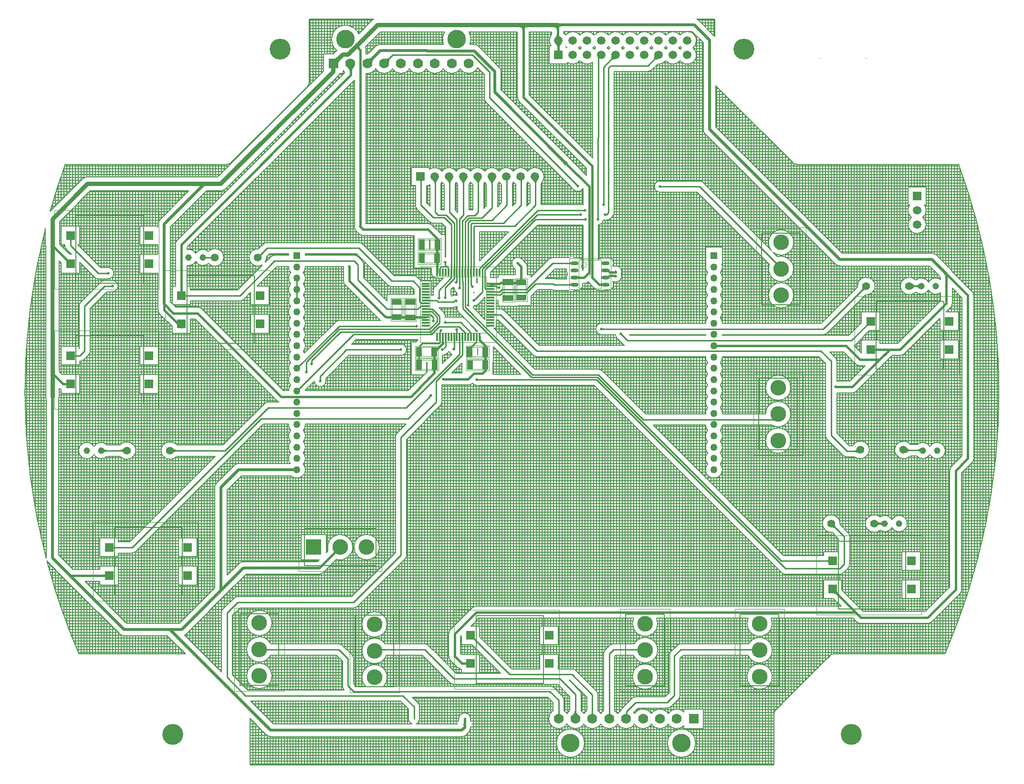
<source format=gtl>
G04*
G04 #@! TF.GenerationSoftware,Altium Limited,Altium Designer,19.1.5 (86)*
G04*
G04 Layer_Physical_Order=1*
G04 Layer_Color=255*
%FSLAX24Y24*%
%MOIN*%
G70*
G01*
G75*
%ADD10C,0.0079*%
%ADD11C,0.0100*%
%ADD15C,0.0039*%
%ADD18C,0.0200*%
%ADD19C,0.0080*%
%ADD21C,0.0020*%
%ADD22R,0.0417X0.0701*%
%ADD23R,0.0701X0.0417*%
%ADD24R,0.0402X0.0717*%
%ADD25R,0.0717X0.0402*%
%ADD26R,0.0610X0.0630*%
%ADD27R,0.0118X0.0571*%
%ADD28R,0.0571X0.0118*%
%ADD29O,0.0571X0.0236*%
%ADD53C,0.0150*%
%ADD54C,0.0250*%
%ADD55C,0.0300*%
%ADD56C,0.0130*%
%ADD57C,0.1093*%
%ADD58R,0.0591X0.0591*%
%ADD59C,0.0591*%
%ADD60R,0.1093X0.1093*%
%ADD61C,0.0500*%
%ADD62R,0.0500X0.0500*%
%ADD63C,0.0460*%
%ADD64R,0.0700X0.0700*%
%ADD65C,0.0700*%
%ADD66C,0.1300*%
%ADD67C,0.1460*%
%ADD68R,0.0591X0.0591*%
%ADD69C,0.0551*%
%ADD70C,0.0200*%
%ADD71C,0.0300*%
G36*
X27375Y51950D02*
X27318Y51948D01*
X27267Y51944D01*
X27222Y51936D01*
X27183Y51926D01*
X27150Y51912D01*
X27123Y51896D01*
X27102Y51877D01*
X27087Y51854D01*
X27079Y51831D01*
X27075Y51726D01*
X27075Y51670D01*
X26925D01*
X26925Y51726D01*
X26917Y51843D01*
X26913Y51854D01*
X26898Y51877D01*
X26877Y51896D01*
X26850Y51912D01*
X26817Y51926D01*
X26778Y51936D01*
X26733Y51944D01*
X26682Y51948D01*
X26625Y51950D01*
X27000Y52250D01*
X27375Y51950D01*
D02*
G37*
G36*
X15482Y50631D02*
X15488Y50616D01*
X15497Y50599D01*
X15510Y50579D01*
X15526Y50557D01*
X15569Y50506D01*
X15625Y50446D01*
X15658Y50412D01*
X15552Y50306D01*
X15518Y50339D01*
X15407Y50438D01*
X15385Y50454D01*
X15365Y50467D01*
X15348Y50476D01*
X15333Y50482D01*
X15320Y50484D01*
X15480Y50644D01*
X15482Y50631D01*
D02*
G37*
G36*
X14291Y49749D02*
X14231Y49687D01*
X14138Y49577D01*
X14104Y49528D01*
X14078Y49483D01*
X14061Y49443D01*
X14052Y49407D01*
X14052Y49375D01*
X14061Y49348D01*
X14078Y49325D01*
X13655Y49748D01*
X13678Y49731D01*
X13705Y49722D01*
X13737Y49722D01*
X13773Y49731D01*
X13813Y49748D01*
X13858Y49774D01*
X13907Y49808D01*
X13960Y49850D01*
X14079Y49961D01*
X14291Y49749D01*
D02*
G37*
G36*
X17699Y49758D02*
X17683Y49740D01*
X17670Y49718D01*
X17657Y49692D01*
X17647Y49662D01*
X17638Y49629D01*
X17631Y49591D01*
X17626Y49550D01*
X17620Y49456D01*
X17620Y49404D01*
X17273Y49750D01*
X17326Y49750D01*
X17420Y49756D01*
X17461Y49761D01*
X17499Y49768D01*
X17532Y49777D01*
X17562Y49787D01*
X17588Y49800D01*
X17610Y49813D01*
X17628Y49829D01*
X17699Y49758D01*
D02*
G37*
G36*
X16546Y49715D02*
X16526Y49692D01*
X16507Y49668D01*
X16491Y49641D01*
X16477Y49613D01*
X16466Y49583D01*
X16456Y49551D01*
X16449Y49517D01*
X16444Y49481D01*
X16441Y49443D01*
X16440Y49404D01*
X16093Y49750D01*
X16133Y49751D01*
X16171Y49754D01*
X16207Y49759D01*
X16241Y49766D01*
X16273Y49776D01*
X16303Y49787D01*
X16331Y49801D01*
X16358Y49817D01*
X16382Y49836D01*
X16405Y49856D01*
X16546Y49715D01*
D02*
G37*
G36*
X15152Y49142D02*
X15102Y49069D01*
X15082Y49035D01*
X15064Y49003D01*
X15050Y48971D01*
X15039Y48941D01*
X15031Y48913D01*
X15027Y48885D01*
X15025Y48859D01*
X14875Y48842D01*
X14873Y48870D01*
X14868Y48899D01*
X14859Y48927D01*
X14846Y48955D01*
X14830Y48983D01*
X14810Y49011D01*
X14787Y49040D01*
X14760Y49068D01*
X14729Y49096D01*
X14695Y49124D01*
X15182Y49180D01*
X15152Y49142D01*
D02*
G37*
G36*
X19941Y41205D02*
X19932Y41202D01*
X19924Y41197D01*
X19918Y41190D01*
X19913Y41181D01*
X19908Y41170D01*
X19905Y41157D01*
X19902Y41142D01*
X19900Y41125D01*
X19900Y41106D01*
X19800D01*
X19799Y41125D01*
X19798Y41142D01*
X19796Y41157D01*
X19792Y41170D01*
X19787Y41181D01*
X19782Y41190D01*
X19776Y41197D01*
X19768Y41202D01*
X19760Y41205D01*
X19750Y41206D01*
X19950D01*
X19941Y41205D01*
D02*
G37*
G36*
X24977Y41259D02*
X24927Y41201D01*
X24906Y41174D01*
X24889Y41148D01*
X24875Y41123D01*
X24864Y41099D01*
X24856Y41075D01*
X24852Y41053D01*
X24850Y41032D01*
X24750D01*
X24748Y41053D01*
X24744Y41075D01*
X24736Y41099D01*
X24725Y41123D01*
X24711Y41148D01*
X24694Y41174D01*
X24673Y41201D01*
X24623Y41259D01*
X24593Y41289D01*
X25007D01*
X24977Y41259D01*
D02*
G37*
G36*
X22977D02*
X22927Y41201D01*
X22906Y41174D01*
X22889Y41148D01*
X22875Y41123D01*
X22864Y41099D01*
X22856Y41075D01*
X22852Y41053D01*
X22850Y41032D01*
X22750D01*
X22748Y41053D01*
X22744Y41075D01*
X22736Y41099D01*
X22725Y41123D01*
X22711Y41148D01*
X22694Y41174D01*
X22673Y41201D01*
X22623Y41259D01*
X22593Y41289D01*
X23007D01*
X22977Y41259D01*
D02*
G37*
G36*
X28013Y41290D02*
X27950Y41189D01*
X27935Y41160D01*
X27913Y41108D01*
X27906Y41085D01*
X27901Y41064D01*
X27900Y41045D01*
X27800Y41028D01*
X27798Y41050D01*
X27793Y41073D01*
X27785Y41096D01*
X27773Y41119D01*
X27758Y41142D01*
X27740Y41165D01*
X27718Y41188D01*
X27692Y41211D01*
X27664Y41234D01*
X27632Y41257D01*
X28039Y41327D01*
X28013Y41290D01*
D02*
G37*
G36*
X24013D02*
X23950Y41189D01*
X23935Y41160D01*
X23913Y41108D01*
X23906Y41085D01*
X23901Y41064D01*
X23900Y41045D01*
X23800Y41028D01*
X23798Y41050D01*
X23793Y41073D01*
X23785Y41096D01*
X23773Y41119D01*
X23758Y41142D01*
X23740Y41165D01*
X23718Y41188D01*
X23692Y41211D01*
X23664Y41234D01*
X23632Y41257D01*
X24039Y41327D01*
X24013Y41290D01*
D02*
G37*
G36*
X22013D02*
X21950Y41189D01*
X21935Y41160D01*
X21913Y41108D01*
X21906Y41085D01*
X21901Y41064D01*
X21900Y41045D01*
X21800Y41028D01*
X21798Y41050D01*
X21793Y41073D01*
X21785Y41096D01*
X21773Y41119D01*
X21758Y41142D01*
X21740Y41165D01*
X21718Y41188D01*
X21692Y41211D01*
X21664Y41234D01*
X21632Y41257D01*
X22039Y41327D01*
X22013Y41290D01*
D02*
G37*
G36*
X21013D02*
X20950Y41189D01*
X20935Y41160D01*
X20913Y41108D01*
X20906Y41085D01*
X20901Y41064D01*
X20900Y41045D01*
X20800Y41028D01*
X20798Y41050D01*
X20793Y41073D01*
X20785Y41096D01*
X20773Y41119D01*
X20758Y41142D01*
X20740Y41165D01*
X20718Y41188D01*
X20692Y41211D01*
X20664Y41234D01*
X20632Y41257D01*
X21039Y41327D01*
X21013Y41290D01*
D02*
G37*
G36*
X21600Y33186D02*
X21602Y33166D01*
X21603Y33158D01*
X21605Y33150D01*
X21607Y33143D01*
X21610Y33136D01*
X21613Y33131D01*
X21616Y33126D01*
X21620Y33121D01*
X21480D01*
X21484Y33126D01*
X21487Y33131D01*
X21490Y33136D01*
X21493Y33143D01*
X21495Y33150D01*
X21497Y33158D01*
X21498Y33166D01*
X21499Y33176D01*
X21500Y33197D01*
X21600D01*
X21600Y33186D01*
D02*
G37*
G36*
X23689Y32918D02*
X23682Y32911D01*
X23669Y32896D01*
X23664Y32889D01*
X23660Y32882D01*
X23656Y32875D01*
X23653Y32869D01*
X23651Y32863D01*
X23650Y32857D01*
X23650Y32851D01*
X23551Y32950D01*
X23557Y32950D01*
X23563Y32951D01*
X23569Y32953D01*
X23575Y32956D01*
X23582Y32960D01*
X23589Y32964D01*
X23596Y32969D01*
X23603Y32975D01*
X23618Y32989D01*
X23689Y32918D01*
D02*
G37*
G36*
X22222Y32738D02*
X22219Y32740D01*
X22216Y32741D01*
X22213Y32741D01*
X22209Y32740D01*
X22205Y32739D01*
X22200Y32736D01*
X22195Y32732D01*
X22189Y32727D01*
X22175Y32715D01*
X22123Y32803D01*
X22223Y32864D01*
X22222Y32738D01*
D02*
G37*
G36*
X24999Y31917D02*
X25002Y31916D01*
X25007Y31915D01*
X25014Y31914D01*
X25034Y31912D01*
X25098Y31911D01*
Y31811D01*
X25079Y31811D01*
X25002Y31806D01*
X24999Y31805D01*
X24998Y31803D01*
Y31919D01*
X24999Y31917D01*
D02*
G37*
G36*
X19434Y31802D02*
X19438Y31789D01*
X19446Y31778D01*
X19456Y31768D01*
X19470Y31760D01*
X19487Y31753D01*
X19506Y31748D01*
X19529Y31744D01*
X19555Y31742D01*
X19583Y31741D01*
Y31591D01*
X19555Y31591D01*
X19529Y31588D01*
X19506Y31585D01*
X19487Y31579D01*
X19470Y31573D01*
X19456Y31564D01*
X19446Y31555D01*
X19438Y31543D01*
X19434Y31531D01*
X19432Y31516D01*
Y31816D01*
X19434Y31802D01*
D02*
G37*
G36*
X23458Y29640D02*
X23448Y29628D01*
X23441Y29617D01*
X23437Y29608D01*
X23435Y29600D01*
X23437Y29594D01*
X23441Y29589D01*
X23448Y29585D01*
X23458Y29583D01*
X23471Y29582D01*
X23189D01*
X23202Y29583D01*
X23216Y29585D01*
X23230Y29589D01*
X23245Y29594D01*
X23259Y29600D01*
X23273Y29608D01*
X23287Y29617D01*
X23301Y29628D01*
X23316Y29640D01*
X23330Y29654D01*
X23471D01*
X23458Y29640D01*
D02*
G37*
G36*
X19800Y29637D02*
X19803Y29607D01*
X19804Y29599D01*
X19806Y29593D01*
X19808Y29588D01*
X19811Y29585D01*
X19813Y29583D01*
X19817Y29582D01*
X19683D01*
X19687Y29583D01*
X19689Y29585D01*
X19692Y29588D01*
X19694Y29593D01*
X19696Y29599D01*
X19697Y29607D01*
X19699Y29615D01*
X19700Y29637D01*
X19700Y29650D01*
X19800D01*
X19800Y29637D01*
D02*
G37*
G36*
X23319Y29333D02*
X23319Y29322D01*
X23321Y29294D01*
X23322Y29286D01*
X23325Y29272D01*
X23327Y29266D01*
X23329Y29261D01*
X23332Y29257D01*
X23194Y29283D01*
X23199Y29287D01*
X23203Y29291D01*
X23207Y29296D01*
X23210Y29302D01*
X23212Y29309D01*
X23215Y29317D01*
X23216Y29325D01*
X23218Y29334D01*
X23218Y29344D01*
X23219Y29355D01*
X23319Y29333D01*
D02*
G37*
G36*
X23826Y27366D02*
X23831Y27363D01*
X23836Y27360D01*
X23843Y27357D01*
X23850Y27355D01*
X23858Y27353D01*
X23866Y27352D01*
X23876Y27351D01*
X23897Y27350D01*
Y27250D01*
X23886Y27250D01*
X23866Y27248D01*
X23858Y27247D01*
X23850Y27245D01*
X23843Y27243D01*
X23836Y27240D01*
X23831Y27237D01*
X23826Y27234D01*
X23821Y27230D01*
Y27370D01*
X23826Y27366D01*
D02*
G37*
G36*
X-2314Y22490D02*
X-2272Y22454D01*
X-2252Y22440D01*
X-2232Y22428D01*
X-2212Y22418D01*
X-2193Y22410D01*
X-2174Y22404D01*
X-2156Y22401D01*
X-2138Y22400D01*
Y22300D01*
X-2156Y22299D01*
X-2174Y22296D01*
X-2193Y22290D01*
X-2212Y22282D01*
X-2232Y22272D01*
X-2252Y22260D01*
X-2272Y22246D01*
X-2293Y22229D01*
X-2314Y22210D01*
X-2336Y22189D01*
Y22511D01*
X-2314Y22490D01*
D02*
G37*
G36*
X2524Y22516D02*
X2577Y22470D01*
X2602Y22451D01*
X2627Y22436D01*
X2650Y22423D01*
X2673Y22413D01*
X2695Y22406D01*
X2716Y22401D01*
X2736Y22400D01*
Y22300D01*
X2716Y22299D01*
X2695Y22294D01*
X2673Y22287D01*
X2650Y22277D01*
X2627Y22264D01*
X2602Y22249D01*
X2577Y22230D01*
X2551Y22209D01*
X2497Y22157D01*
Y22543D01*
X2524Y22516D01*
D02*
G37*
G36*
X-897Y22157D02*
X-924Y22184D01*
X-977Y22230D01*
X-1002Y22249D01*
X-1027Y22264D01*
X-1050Y22277D01*
X-1073Y22287D01*
X-1095Y22294D01*
X-1116Y22299D01*
X-1136Y22300D01*
Y22400D01*
X-1116Y22401D01*
X-1095Y22406D01*
X-1073Y22413D01*
X-1050Y22423D01*
X-1027Y22436D01*
X-1002Y22451D01*
X-977Y22470D01*
X-951Y22491D01*
X-897Y22543D01*
Y22157D01*
D02*
G37*
G36*
X-2249Y13466D02*
X-2250Y13480D01*
X-2255Y13493D01*
X-2262Y13504D01*
X-2273Y13514D01*
X-2287Y13522D01*
X-2303Y13529D01*
X-2323Y13534D01*
X-2346Y13538D01*
X-2371Y13540D01*
X-2400Y13541D01*
Y13691D01*
X-2371Y13691D01*
X-2346Y13694D01*
X-2323Y13697D01*
X-2303Y13703D01*
X-2287Y13709D01*
X-2273Y13718D01*
X-2262Y13727D01*
X-2255Y13739D01*
X-2250Y13751D01*
X-2249Y13766D01*
Y13466D01*
D02*
G37*
G36*
X23031Y3250D02*
X23018Y3245D01*
X23007Y3238D01*
X22997Y3227D01*
X22989Y3214D01*
X22982Y3197D01*
X22977Y3178D01*
X22973Y3155D01*
X22971Y3130D01*
X22970Y3101D01*
X22820D01*
X22819Y3130D01*
X22817Y3155D01*
X22813Y3178D01*
X22808Y3197D01*
X22801Y3214D01*
X22793Y3227D01*
X22783Y3238D01*
X22772Y3245D01*
X22759Y3250D01*
X22745Y3251D01*
X23045D01*
X23031Y3250D01*
D02*
G37*
G36*
X29510Y52205D02*
X29520Y52204D01*
X29558Y52202D01*
X29812Y52200D01*
Y52000D01*
X29619Y51996D01*
X29603Y51994D01*
X29573Y51986D01*
X29547Y51976D01*
X29525Y51962D01*
X29507Y51946D01*
X29493Y51926D01*
X29484Y51907D01*
X29480Y51862D01*
X29475Y51726D01*
X29475Y51670D01*
X29325D01*
X29325Y51726D01*
X29317Y51843D01*
X29313Y51854D01*
X29298Y51877D01*
X29277Y51896D01*
X29250Y51912D01*
X29217Y51926D01*
X29178Y51936D01*
X29133Y51944D01*
X29082Y51948D01*
X29025Y51950D01*
X29400Y52100D01*
X29506Y52061D01*
Y52206D01*
X29510Y52205D01*
D02*
G37*
G36*
X29476Y51446D02*
X29481Y51421D01*
X29488Y51396D01*
X29498Y51373D01*
X29511Y51349D01*
X29526Y51327D01*
X29545Y51305D01*
X29567Y51284D01*
X29591Y51263D01*
X29618Y51243D01*
X29211Y51173D01*
X29232Y51204D01*
X29269Y51264D01*
X29284Y51292D01*
X29296Y51320D01*
X29307Y51347D01*
X29315Y51373D01*
X29320Y51398D01*
X29324Y51422D01*
X29325Y51445D01*
X29475Y51471D01*
X29476Y51446D01*
D02*
G37*
G36*
X29632Y50763D02*
X29609Y50738D01*
X29590Y50712D01*
X29572Y50687D01*
X29558Y50662D01*
X29546Y50636D01*
X29537Y50611D01*
X29530Y50587D01*
X29526Y50562D01*
X29525Y50537D01*
X29375D01*
X29374Y50562D01*
X29370Y50587D01*
X29363Y50611D01*
X29354Y50636D01*
X29342Y50662D01*
X29328Y50687D01*
X29310Y50712D01*
X29291Y50738D01*
X29268Y50763D01*
X29243Y50789D01*
X29657D01*
X29632Y50763D01*
D02*
G37*
G36*
X29526Y50415D02*
X29528Y50390D01*
X29532Y50367D01*
X29537Y50347D01*
X29544Y50331D01*
X29552Y50317D01*
X29562Y50306D01*
X29573Y50299D01*
X29586Y50294D01*
X29600Y50293D01*
X29300D01*
X29314Y50294D01*
X29327Y50299D01*
X29338Y50306D01*
X29348Y50317D01*
X29356Y50331D01*
X29363Y50347D01*
X29368Y50367D01*
X29372Y50390D01*
X29374Y50415D01*
X29375Y50444D01*
X29525D01*
X29526Y50415D01*
D02*
G37*
G36*
X50946Y49772D02*
X50949Y49771D01*
X50952Y49769D01*
X50956Y49768D01*
X50960Y49767D01*
X50965Y49766D01*
X50976Y49765D01*
X50982Y49765D01*
X50989Y49765D01*
Y49755D01*
X50982Y49755D01*
X50965Y49754D01*
X50960Y49753D01*
X50956Y49752D01*
X50952Y49751D01*
X50949Y49749D01*
X50946Y49748D01*
X50944Y49746D01*
X50930Y49760D01*
X50944Y49774D01*
X50946Y49772D01*
D02*
G37*
G36*
X50930Y49760D02*
X50916Y49746D01*
X50914Y49748D01*
X50911Y49749D01*
X50908Y49751D01*
X50904Y49752D01*
X50900Y49753D01*
X50895Y49754D01*
X50878Y49755D01*
X50871Y49755D01*
Y49765D01*
X50878Y49765D01*
X50884Y49765D01*
X50895Y49766D01*
X50900Y49767D01*
X50904Y49768D01*
X50908Y49769D01*
X50911Y49771D01*
X50914Y49772D01*
X50916Y49774D01*
X50930Y49760D01*
D02*
G37*
G36*
X47706Y49772D02*
X47709Y49771D01*
X47712Y49769D01*
X47716Y49768D01*
X47720Y49767D01*
X47725Y49766D01*
X47736Y49765D01*
X47742Y49765D01*
X47749Y49765D01*
Y49755D01*
X47742Y49755D01*
X47725Y49754D01*
X47720Y49753D01*
X47716Y49752D01*
X47712Y49751D01*
X47709Y49749D01*
X47706Y49748D01*
X47704Y49746D01*
X47690Y49760D01*
X47704Y49774D01*
X47706Y49772D01*
D02*
G37*
G36*
X47690Y49760D02*
X47676Y49746D01*
X47674Y49748D01*
X47671Y49749D01*
X47668Y49751D01*
X47664Y49752D01*
X47660Y49753D01*
X47655Y49754D01*
X47638Y49755D01*
X47631Y49755D01*
Y49765D01*
X47638Y49765D01*
X47644Y49765D01*
X47655Y49766D01*
X47660Y49767D01*
X47664Y49768D01*
X47668Y49769D01*
X47671Y49771D01*
X47674Y49772D01*
X47676Y49774D01*
X47690Y49760D01*
D02*
G37*
G36*
X36447Y49705D02*
X36405Y49704D01*
X36329Y49699D01*
X36295Y49694D01*
X36264Y49688D01*
X36236Y49680D01*
X36211Y49671D01*
X36189Y49660D01*
X36170Y49648D01*
X36154Y49634D01*
X36084Y49704D01*
X36098Y49720D01*
X36110Y49739D01*
X36121Y49761D01*
X36130Y49786D01*
X36138Y49814D01*
X36144Y49845D01*
X36149Y49879D01*
X36154Y49955D01*
X36155Y49997D01*
X36447Y49705D01*
D02*
G37*
G36*
X33447D02*
X33405Y49704D01*
X33329Y49699D01*
X33295Y49694D01*
X33264Y49688D01*
X33236Y49680D01*
X33211Y49671D01*
X33189Y49660D01*
X33170Y49648D01*
X33154Y49634D01*
X33084Y49704D01*
X33098Y49720D01*
X33110Y49739D01*
X33121Y49761D01*
X33130Y49786D01*
X33138Y49814D01*
X33144Y49845D01*
X33149Y49879D01*
X33154Y49955D01*
X33155Y49997D01*
X33447Y49705D01*
D02*
G37*
G36*
X29948Y42600D02*
X29800Y42452D01*
X29799Y42453D01*
X29797Y42457D01*
X29794Y42461D01*
X29784Y42473D01*
X29749Y42510D01*
X29737Y42522D01*
X29878Y42663D01*
X29948Y42600D01*
D02*
G37*
G36*
X30101Y42440D02*
X30102Y42431D01*
X30105Y42422D01*
X30109Y42412D01*
X30114Y42402D01*
X30121Y42392D01*
X30129Y42381D01*
X30137Y42370D01*
X30159Y42348D01*
X30052Y42241D01*
X30041Y42253D01*
X30019Y42271D01*
X30008Y42279D01*
X29998Y42286D01*
X29988Y42291D01*
X29978Y42295D01*
X29969Y42298D01*
X29960Y42299D01*
X29952Y42300D01*
X30100Y42449D01*
X30101Y42440D01*
D02*
G37*
G36*
X30739Y40982D02*
X30754Y40969D01*
X30761Y40964D01*
X30768Y40960D01*
X30775Y40956D01*
X30781Y40953D01*
X30787Y40951D01*
X30793Y40950D01*
X30799Y40950D01*
X30700Y40851D01*
X30700Y40857D01*
X30699Y40863D01*
X30697Y40869D01*
X30694Y40875D01*
X30690Y40882D01*
X30686Y40889D01*
X30681Y40896D01*
X30675Y40903D01*
X30661Y40918D01*
X30732Y40989D01*
X30739Y40982D01*
D02*
G37*
G36*
X30349Y35351D02*
X30347Y35360D01*
X30343Y35369D01*
X30336Y35376D01*
X30326Y35382D01*
X30313Y35388D01*
X30297Y35392D01*
X30278Y35396D01*
X30256Y35398D01*
X30232Y35400D01*
X30204Y35400D01*
Y35500D01*
X30232Y35500D01*
X30278Y35504D01*
X30297Y35508D01*
X30313Y35512D01*
X30326Y35518D01*
X30336Y35524D01*
X30343Y35531D01*
X30347Y35540D01*
X30349Y35549D01*
Y35351D01*
D02*
G37*
G36*
X56550Y34700D02*
X56731Y34413D01*
X56711Y34432D01*
X56693Y34445D01*
X56677Y34453D01*
X56663Y34457D01*
X56652Y34455D01*
X56642Y34448D01*
X56635Y34436D01*
X56629Y34419D01*
X56626Y34396D01*
X56625Y34369D01*
X56475Y34484D01*
X56474Y34513D01*
X56469Y34543D01*
X56462Y34573D01*
X56452Y34602D01*
X56440Y34631D01*
X56424Y34660D01*
X56406Y34689D01*
X56384Y34718D01*
X56360Y34747D01*
X56334Y34775D01*
X56550Y34700D01*
D02*
G37*
G36*
X30812Y34547D02*
X30822Y34542D01*
X30835Y34538D01*
X30849Y34535D01*
X30866Y34532D01*
X30907Y34527D01*
X30956Y34525D01*
X30984Y34525D01*
Y34375D01*
X30956Y34375D01*
X30866Y34368D01*
X30849Y34365D01*
X30835Y34362D01*
X30822Y34358D01*
X30812Y34353D01*
X30803Y34348D01*
Y34552D01*
X30812Y34547D01*
D02*
G37*
G36*
X30349Y33851D02*
X30347Y33860D01*
X30343Y33869D01*
X30336Y33876D01*
X30326Y33882D01*
X30313Y33888D01*
X30297Y33892D01*
X30278Y33896D01*
X30256Y33898D01*
X30232Y33900D01*
X30204Y33900D01*
Y34000D01*
X30232Y34000D01*
X30278Y34004D01*
X30297Y34008D01*
X30313Y34012D01*
X30326Y34018D01*
X30336Y34024D01*
X30343Y34031D01*
X30347Y34040D01*
X30349Y34049D01*
Y33851D01*
D02*
G37*
G36*
X32497Y33848D02*
X32488Y33853D01*
X32478Y33858D01*
X32465Y33862D01*
X32451Y33865D01*
X32434Y33868D01*
X32393Y33873D01*
X32344Y33875D01*
X32316Y33875D01*
Y34025D01*
X32344Y34025D01*
X32434Y34032D01*
X32451Y34035D01*
X32465Y34038D01*
X32478Y34042D01*
X32488Y34047D01*
X32497Y34052D01*
Y33848D01*
D02*
G37*
G36*
X54636Y33689D02*
X54614Y33710D01*
X54572Y33746D01*
X54552Y33760D01*
X54532Y33772D01*
X54512Y33782D01*
X54493Y33790D01*
X54474Y33796D01*
X54456Y33799D01*
X54437Y33800D01*
Y33900D01*
X54456Y33901D01*
X54474Y33904D01*
X54493Y33910D01*
X54512Y33918D01*
X54532Y33928D01*
X54552Y33940D01*
X54572Y33954D01*
X54593Y33971D01*
X54614Y33990D01*
X54636Y34011D01*
Y33689D01*
D02*
G37*
G36*
X54174Y34016D02*
X54227Y33970D01*
X54252Y33951D01*
X54277Y33936D01*
X54300Y33923D01*
X54323Y33913D01*
X54345Y33906D01*
X54366Y33901D01*
X54386Y33900D01*
Y33800D01*
X54366Y33799D01*
X54345Y33794D01*
X54323Y33787D01*
X54300Y33777D01*
X54277Y33764D01*
X54252Y33749D01*
X54227Y33730D01*
X54201Y33709D01*
X54147Y33657D01*
Y34043D01*
X54174Y34016D01*
D02*
G37*
G36*
X50947Y33574D02*
X50909Y33574D01*
X50839Y33569D01*
X50808Y33564D01*
X50780Y33558D01*
X50754Y33551D01*
X50731Y33542D01*
X50710Y33531D01*
X50692Y33519D01*
X50677Y33506D01*
X50606Y33577D01*
X50619Y33592D01*
X50631Y33610D01*
X50642Y33631D01*
X50651Y33654D01*
X50658Y33680D01*
X50664Y33708D01*
X50669Y33739D01*
X50672Y33772D01*
X50674Y33847D01*
X50947Y33574D01*
D02*
G37*
G36*
X32526Y30916D02*
X32531Y30913D01*
X32536Y30910D01*
X32543Y30907D01*
X32550Y30905D01*
X32558Y30903D01*
X32566Y30902D01*
X32576Y30901D01*
X32597Y30900D01*
Y30800D01*
X32586Y30800D01*
X32566Y30798D01*
X32558Y30797D01*
X32550Y30795D01*
X32543Y30793D01*
X32536Y30790D01*
X32531Y30787D01*
X32526Y30784D01*
X32521Y30780D01*
Y30920D01*
X32526Y30916D01*
D02*
G37*
G36*
X54719Y22208D02*
X54701Y22230D01*
X54682Y22250D01*
X54664Y22268D01*
X54645Y22283D01*
X54627Y22296D01*
X54608Y22306D01*
X54589Y22314D01*
X54571Y22320D01*
X54552Y22324D01*
X54533Y22325D01*
X54545Y22425D01*
X54562Y22426D01*
X54580Y22429D01*
X54599Y22434D01*
X54618Y22441D01*
X54639Y22451D01*
X54660Y22462D01*
X54683Y22475D01*
X54730Y22508D01*
X54754Y22528D01*
X54719Y22208D01*
D02*
G37*
G36*
X53788Y22546D02*
X53835Y22498D01*
X53858Y22479D01*
X53881Y22462D01*
X53903Y22449D01*
X53926Y22438D01*
X53947Y22431D01*
X53969Y22426D01*
X53990Y22425D01*
X53981Y22325D01*
X53961Y22324D01*
X53941Y22320D01*
X53919Y22313D01*
X53895Y22303D01*
X53871Y22291D01*
X53845Y22276D01*
X53789Y22239D01*
X53760Y22216D01*
X53728Y22190D01*
X53763Y22574D01*
X53788Y22546D01*
D02*
G37*
G36*
X50437Y22149D02*
X50393Y22168D01*
X50184Y22246D01*
X50167Y22249D01*
X50153Y22250D01*
X50114Y22350D01*
X50136Y22352D01*
X50158Y22356D01*
X50179Y22364D01*
X50198Y22375D01*
X50217Y22390D01*
X50235Y22407D01*
X50252Y22428D01*
X50268Y22451D01*
X50283Y22478D01*
X50297Y22508D01*
X50437Y22149D01*
D02*
G37*
G36*
X51724Y17416D02*
X51777Y17370D01*
X51802Y17351D01*
X51827Y17336D01*
X51850Y17323D01*
X51873Y17313D01*
X51895Y17306D01*
X51912Y17302D01*
X51924Y17304D01*
X51943Y17310D01*
X51962Y17318D01*
X51982Y17328D01*
X52002Y17340D01*
X52022Y17354D01*
X52043Y17371D01*
X52064Y17390D01*
X52086Y17411D01*
Y17089D01*
X52064Y17110D01*
X52022Y17146D01*
X52002Y17160D01*
X51982Y17172D01*
X51962Y17182D01*
X51943Y17190D01*
X51924Y17196D01*
X51912Y17198D01*
X51895Y17194D01*
X51873Y17187D01*
X51850Y17177D01*
X51827Y17164D01*
X51802Y17149D01*
X51777Y17130D01*
X51751Y17109D01*
X51697Y17057D01*
Y17443D01*
X51724Y17416D01*
D02*
G37*
G36*
X48776Y17209D02*
X48781Y17139D01*
X48786Y17108D01*
X48792Y17080D01*
X48799Y17054D01*
X48808Y17031D01*
X48819Y17010D01*
X48831Y16992D01*
X48844Y16977D01*
X48773Y16906D01*
X48758Y16919D01*
X48740Y16931D01*
X48719Y16942D01*
X48696Y16951D01*
X48670Y16958D01*
X48642Y16964D01*
X48611Y16969D01*
X48578Y16972D01*
X48503Y16974D01*
X48776Y17247D01*
X48776Y17209D01*
D02*
G37*
G36*
X48301Y14534D02*
X48300Y14544D01*
X48297Y14552D01*
X48292Y14560D01*
X48285Y14566D01*
X48276Y14572D01*
X48265Y14576D01*
X48252Y14580D01*
X48236Y14582D01*
X48219Y14584D01*
X48200Y14584D01*
Y14684D01*
X48219Y14685D01*
X48236Y14686D01*
X48252Y14689D01*
X48265Y14692D01*
X48276Y14697D01*
X48285Y14702D01*
X48292Y14709D01*
X48297Y14716D01*
X48300Y14725D01*
X48301Y14734D01*
Y14534D01*
D02*
G37*
G36*
X48899Y12552D02*
X48895Y12539D01*
Y12523D01*
X48899Y12505D01*
X48908Y12485D01*
X48921Y12462D01*
X48938Y12438D01*
X48959Y12411D01*
X49014Y12352D01*
X48908Y12246D01*
X48877Y12276D01*
X48822Y12322D01*
X48798Y12339D01*
X48775Y12352D01*
X48755Y12360D01*
X48737Y12365D01*
X48721D01*
X48707Y12360D01*
X48696Y12352D01*
X48908Y12564D01*
X48899Y12552D01*
D02*
G37*
G36*
X30687Y4133D02*
X30693Y4107D01*
X30703Y4080D01*
X30716Y4052D01*
X30734Y4022D01*
X30755Y3991D01*
X30781Y3958D01*
X30843Y3887D01*
X30880Y3850D01*
X30390D01*
X30427Y3887D01*
X30489Y3958D01*
X30515Y3991D01*
X30536Y4022D01*
X30554Y4052D01*
X30567Y4080D01*
X30577Y4107D01*
X30583Y4133D01*
X30585Y4156D01*
X30685D01*
X30687Y4133D01*
D02*
G37*
D10*
X43650Y32550D02*
X46350D01*
Y37550D01*
X43650D02*
X46350D01*
X43650Y32550D02*
Y37550D01*
X11700Y14301D02*
Y16899D01*
Y14301D02*
X16700D01*
Y16899D01*
X11700D02*
X16700D01*
X34150Y5900D02*
X36850D01*
Y10900D01*
X34150D02*
X36850D01*
X34150Y5900D02*
Y10900D01*
X42150Y5900D02*
X44850D01*
Y10900D01*
X42150D02*
X44850D01*
X42150Y5900D02*
Y10900D01*
X15250Y5850D02*
Y10850D01*
X17950D01*
Y5850D02*
Y10850D01*
X15250Y5850D02*
X17950D01*
X7200Y5950D02*
Y10950D01*
X9900D01*
Y5950D02*
Y10950D01*
X7200Y5950D02*
X9900D01*
X43450Y22400D02*
Y27400D01*
X46150D01*
Y22400D02*
Y27400D01*
X43450Y22400D02*
X46150D01*
X23688Y6088D02*
X28412D01*
Y10812D01*
X23688D02*
X28412D01*
X23688Y6088D02*
Y10812D01*
X3488Y29838D02*
X8212D01*
Y34562D01*
X3488D02*
X8212D01*
X3488Y29838D02*
Y34562D01*
X-1562Y12238D02*
Y16962D01*
X3162D01*
Y12238D02*
Y16962D01*
X-1562Y12238D02*
X3162D01*
X51638Y28038D02*
Y32762D01*
X56362D01*
Y28038D02*
Y32762D01*
X51638Y28038D02*
X56362D01*
X48988Y11288D02*
Y16012D01*
X53712D01*
Y11288D02*
Y16012D01*
X48988Y11288D02*
X53712D01*
X-4262Y25638D02*
X462D01*
Y30362D01*
X-4262D02*
X462D01*
X-4262Y25638D02*
Y30362D01*
Y34038D02*
X462D01*
Y38762D01*
X-4262D02*
X462D01*
X-4262Y34038D02*
Y38762D01*
D11*
X7031Y11750D02*
X15150D01*
X14100Y8450D02*
X14750Y7800D01*
Y5900D02*
Y7800D01*
X8550Y8450D02*
X14100D01*
X6290Y6510D02*
X7574Y5226D01*
X18574D01*
X29455Y3600D02*
Y4895D01*
X28850Y5500D02*
X29455Y4895D01*
X15150Y5500D02*
X28850D01*
X14750Y5900D02*
X15150Y5500D01*
X30400Y6700D02*
X31815Y5285D01*
Y3600D02*
Y5285D01*
X32995Y8150D02*
X33295Y8450D01*
X32995Y3600D02*
Y8150D01*
X37050Y4750D02*
X37550Y5250D01*
X34850Y4750D02*
X37050D01*
X34200Y4100D02*
X34850Y4750D01*
X34200Y3625D02*
Y4100D01*
X34175Y3600D02*
X34200Y3625D01*
X6290Y11009D02*
X7031Y11750D01*
X6290Y6510D02*
Y11009D01*
X39300Y40800D02*
X45000Y35100D01*
Y35050D02*
Y35100D01*
X36550Y40800D02*
X39300D01*
X11180Y32824D02*
Y33611D01*
Y34399D01*
X20322Y31833D02*
X20517D01*
X20700Y31650D01*
X19719Y28350D02*
Y29250D01*
X20700Y31400D02*
Y31650D01*
X12800Y27200D02*
Y27550D01*
X15145Y30490D02*
X20583D01*
X11180Y26525D02*
X15145Y30490D01*
X12200Y28400D02*
Y28639D01*
X14221Y30660D01*
X21171Y34761D02*
Y35118D01*
X20589Y32070D02*
X20970Y31689D01*
X20318Y32070D02*
X20589D01*
X20297Y32049D02*
X20318Y32070D01*
X20195Y32049D02*
X20297D01*
X20186Y32255D02*
X20645D01*
X14221Y30660D02*
X20513D01*
X21140Y31287D01*
Y31760D01*
X20645Y32255D02*
X21140Y31760D01*
X11850Y27850D02*
Y28529D01*
X14151Y30830D01*
X11180Y28100D02*
X14130Y31050D01*
X19550D01*
X44423Y24523D02*
X44800Y24900D01*
X35368Y24523D02*
X44423D01*
X34266Y30034D02*
X49914D01*
X51254Y31374D01*
X33800Y30500D02*
X34266Y30034D01*
X48500Y23400D02*
Y28600D01*
X47786Y29314D02*
X48500Y28600D01*
X27936Y29314D02*
X47786D01*
X25389Y31861D02*
X27936Y29314D01*
X32250Y27640D02*
X35368Y24523D01*
X-3650Y32450D02*
X-2250Y33850D01*
X-1700D01*
X-2703Y34750D02*
X-2000D01*
X-4646Y36693D02*
X-2703Y34750D01*
X3104Y33194D02*
X7194D01*
X15186Y35614D02*
X15450Y35350D01*
X9614Y35614D02*
X15186D01*
X15450Y34274D02*
Y35350D01*
X7194Y33194D02*
X9614Y35614D01*
X8450Y35850D02*
X9100Y36500D01*
X15500D01*
X20168Y32657D02*
X20186Y32639D01*
X15500Y36500D02*
X17800Y34200D01*
X18940Y24590D02*
X20550Y26200D01*
X8660Y24590D02*
X18940D01*
X-346Y15584D02*
X8660Y24590D01*
X9179Y25350D02*
X18811D01*
X32700Y38850D02*
X32811D01*
X32950Y38989D01*
Y49100D01*
X32600Y49150D02*
X33450Y50000D01*
X32600Y39550D02*
Y49150D01*
X32950Y49100D02*
X33100Y49250D01*
X35700D01*
X36450Y50000D01*
X32220Y38587D02*
X32230Y49780D01*
X32219Y38586D02*
X32220Y38587D01*
X32230Y49780D02*
X32450Y50000D01*
X32219Y38519D02*
Y38586D01*
X32200Y38500D02*
X32219Y38519D01*
X27850Y38500D02*
X31350D01*
X24318Y34968D02*
X27850Y38500D01*
X27960Y38850D02*
X31000D01*
X24148Y35039D02*
X27960Y38850D01*
X28019Y39150D02*
X31300D01*
X23978Y35109D02*
X28019Y39150D01*
X21170Y30286D02*
Y30670D01*
X21250Y30750D01*
X22351Y30287D02*
Y30799D01*
Y30287D02*
X22352Y30286D01*
X22350Y30800D02*
X22351Y30799D01*
X18450Y15050D02*
Y23289D01*
X15150Y11750D02*
X18450Y15050D01*
Y23289D02*
X20900Y25739D01*
X22140Y32750D02*
X22220Y32830D01*
X21039Y32750D02*
X22140D01*
X20959Y32830D02*
X21039Y32750D01*
X22155Y29455D02*
Y30286D01*
X22150Y29450D02*
X22155Y29455D01*
X22512Y31020D02*
X22939Y30592D01*
X21113Y31020D02*
X22512D01*
X20583Y30490D02*
X21113Y31020D01*
X20970Y31357D02*
Y31689D01*
X20443Y30830D02*
X20970Y31357D01*
X14151Y30830D02*
X20443D01*
X22539Y29078D02*
Y30277D01*
X18811Y25350D02*
X22539Y29078D01*
Y30277D02*
X22548Y30286D01*
X21550Y35328D02*
X21669Y35209D01*
X21550Y35328D02*
Y35500D01*
X21958Y34814D02*
Y38142D01*
X21470Y38630D02*
X21958Y38142D01*
X22155Y34814D02*
Y38245D01*
X22352Y34814D02*
Y38498D01*
X22548Y34814D02*
Y38548D01*
X22745Y34814D02*
Y38395D01*
X20201Y32830D02*
X20959D01*
X21100Y33000D02*
Y33552D01*
X21170Y29920D02*
Y30286D01*
X21100Y29850D02*
X21170Y29920D01*
X19950Y29850D02*
X21100D01*
X21562Y29612D02*
X21564Y30286D01*
X21350Y29400D02*
X21562Y29612D01*
X25347Y33436D02*
X25511Y33600D01*
X24714Y33436D02*
X25347D01*
X25391Y33239D02*
X25552Y33400D01*
X24714Y33239D02*
X25391D01*
X23336Y33941D02*
Y34814D01*
Y33941D02*
X23450Y33827D01*
X23139Y32511D02*
Y34814D01*
Y32511D02*
X23144Y32506D01*
X22942Y32614D02*
Y34814D01*
X22745Y34211D02*
Y34814D01*
Y34211D02*
X22770Y34186D01*
Y33110D02*
Y34186D01*
X22745Y38395D02*
X23130Y38780D01*
X22942Y34814D02*
Y38352D01*
X23200Y38610D01*
X23139Y34814D02*
Y38289D01*
X23336Y34814D02*
Y38186D01*
X23533Y34814D02*
Y38024D01*
X23139Y38289D02*
X23290Y38440D01*
X22548Y38548D02*
X22800Y38800D01*
X21850Y39000D02*
X22352Y38498D01*
X21600Y38800D02*
X22155Y38245D01*
X21669Y35209D02*
X21730Y35148D01*
X21752D01*
Y34823D02*
Y35148D01*
X23533Y38024D02*
X23559Y38050D01*
X22548Y34202D02*
Y34814D01*
X25173Y33750D02*
X25300D01*
X25093Y33830D02*
X25173Y33750D01*
X24714Y33830D02*
X25093D01*
X27250Y33400D02*
X27850Y34000D01*
X25552Y33400D02*
X27250D01*
X27200Y33600D02*
X29050Y35450D01*
X25511Y33600D02*
X27200D01*
X19750Y29650D02*
X19950Y29850D01*
X19750Y29281D02*
Y29650D01*
X19719Y29250D02*
X19750Y29281D01*
X23268Y29250D02*
Y29522D01*
X20900Y27198D02*
X22736Y29035D01*
X22924Y32597D02*
X22942Y32614D01*
X22550Y33700D02*
Y34200D01*
X22352Y34152D02*
Y34814D01*
X22300Y34100D02*
X22352Y34152D01*
X22548Y34202D02*
X22550Y34200D01*
X22754Y33095D02*
X22770Y33110D01*
X22754Y32292D02*
Y33095D01*
X22924Y32363D02*
Y32597D01*
X15450Y34274D02*
X17474Y32250D01*
X19620D01*
X19830Y32461D01*
X3104Y33184D02*
Y33194D01*
X17800Y34200D02*
X19300D01*
X19830Y32461D02*
X20177D01*
X20186Y32452D01*
X20168Y32657D02*
X20177D01*
X19874D02*
X20168D01*
X20177D02*
X20186Y32648D01*
X19750Y32781D02*
X19874Y32657D01*
X32723Y35450D02*
X32738D01*
X30550Y34950D02*
X30577D01*
X49400Y14400D02*
Y16350D01*
X49100Y14100D02*
X49400Y14400D01*
X45310Y14100D02*
X49100D01*
X48500Y17250D02*
X49400Y16350D01*
X45016Y14634D02*
X48604D01*
X51500Y17250D02*
X52250D01*
X-1946Y15584D02*
X-346D01*
X33295Y8450D02*
X35550D01*
X38000D02*
X43550D01*
X18574Y5226D02*
X19355Y4445D01*
X-2500Y22350D02*
X-700D01*
X54875Y22375D02*
X54900Y22350D01*
X53575Y22375D02*
X54875D01*
X53550Y22400D02*
X53575Y22375D01*
X53950Y33850D02*
X54800D01*
X4606Y35850D02*
X5450D01*
X12800Y27550D02*
X14650Y29400D01*
X23978Y35092D02*
Y35109D01*
X23926Y35040D02*
X23978Y35092D01*
X23926Y34814D02*
Y35040D01*
X24650Y47000D02*
X30800Y40850D01*
X24650Y47000D02*
Y48800D01*
X23450Y50000D02*
X24650Y48800D01*
X17870Y50000D02*
X23450D01*
X17270Y49400D02*
X17870Y50000D01*
X14910Y49400D02*
X14950Y49360D01*
X23308Y30342D02*
X23350Y30300D01*
X14650Y29400D02*
X18450D01*
X27850Y39500D02*
Y41450D01*
X27800Y41500D02*
X27850Y41450D01*
X26850Y39500D02*
Y41450D01*
X26800Y41500D02*
X26850Y41450D01*
X25850Y39500D02*
Y41450D01*
X25800Y41500D02*
X25850Y41450D01*
X24800Y39300D02*
Y41500D01*
X23850Y39012D02*
Y41450D01*
X23800Y41500D02*
X23850Y41450D01*
X22800Y38800D02*
Y41500D01*
X21850Y39000D02*
Y41450D01*
X21800Y41500D02*
X21850Y41450D01*
X20850Y39000D02*
Y41450D01*
X20800Y41500D02*
X20850Y41450D01*
X19800Y41500D02*
X19850Y41450D01*
Y39500D02*
Y41450D01*
X23336Y38186D02*
X23400Y38250D01*
X23290Y38440D02*
X24790D01*
X23200Y38610D02*
X24110D01*
X23618Y38780D02*
X23850Y39012D01*
X23130Y38780D02*
X23618D01*
X-4646Y28984D02*
X-3989D01*
X-4796D02*
X-4646D01*
X24148Y33448D02*
Y35039D01*
X24318Y33725D02*
Y34968D01*
X50348Y22300D02*
X50448Y22400D01*
X49600Y22300D02*
X50348D01*
X50448Y22400D02*
X50550D01*
X48500Y23400D02*
X49600Y22300D01*
X6179Y22350D02*
X9179Y25350D01*
X2300Y22350D02*
X6179D01*
X19355Y3600D02*
Y4445D01*
X37550Y5250D02*
Y8000D01*
X38000Y8450D01*
X16550D02*
X20100D01*
X20850Y7700D01*
X22150Y6400D01*
X29550D01*
X30635Y5315D01*
Y3600D02*
Y5315D01*
X26038Y6700D02*
X30400D01*
X23569Y9169D02*
X26038Y6700D01*
X23559Y9169D02*
X23569D01*
X23304Y9424D02*
X23559Y9169D01*
X23304Y9424D02*
Y9434D01*
X23702Y30258D02*
X23730Y30286D01*
X23702Y29955D02*
Y30258D01*
X23268Y29522D02*
X23702Y29955D01*
X19850Y39500D02*
X20720Y38630D01*
X21470D01*
X20850Y39000D02*
X21050Y38800D01*
X21600D01*
X24110Y38610D02*
X24800Y39300D01*
X23559Y38050D02*
X26400D01*
X27850Y39500D01*
X23400Y38250D02*
X25600D01*
X26850Y39500D01*
X24790Y38440D02*
X25850Y39500D01*
X20900Y25739D02*
Y27198D01*
X-3650Y29323D02*
Y32450D01*
X-3989Y28984D02*
X-3650Y29323D01*
X32180Y27470D02*
X45016Y14634D01*
X22736Y29035D02*
Y30277D01*
X22745Y30286D01*
X21550Y31300D02*
X22625D01*
X19300Y34200D02*
X19750Y33750D01*
Y32781D02*
Y33750D01*
X32110Y27300D02*
X45310Y14100D01*
X23750Y27300D02*
X32110D01*
X22754Y32292D02*
X27577Y27470D01*
X32180D01*
X27647Y27640D02*
X32250D01*
X22924Y32363D02*
X27647Y27640D01*
X22625Y31300D02*
X23308Y30617D01*
X21752Y34823D02*
X21761Y34814D01*
X21263Y35209D02*
X21669D01*
X21171Y35118D02*
X21263Y35209D01*
X21100Y33552D02*
X21949Y34400D01*
X24714Y31861D02*
X25389D01*
X21550Y33050D02*
Y33761D01*
X-4646Y36693D02*
Y37384D01*
X51254Y31374D02*
Y31384D01*
X32450Y30850D02*
X47950D01*
X50950Y33850D01*
X27850Y34000D02*
X29086D01*
X29136Y33950D01*
X30577D01*
X29050Y35450D02*
X30577D01*
X23550Y32850D02*
X24148Y33448D01*
X21949Y34400D02*
Y34805D01*
X21958Y34814D01*
X20186Y32845D02*
X20201Y32830D01*
X21550Y33761D02*
X22155Y34366D01*
Y34814D01*
X23450Y33800D02*
Y33827D01*
X24318Y33725D02*
X24383Y33660D01*
X24402D01*
Y33642D02*
Y33660D01*
X22939Y30289D02*
Y30592D01*
X23308Y30342D02*
Y30617D01*
X22939Y30289D02*
X22942Y30286D01*
X24402Y33642D02*
X24705D01*
X24714Y33633D01*
X23336Y30286D02*
X23350Y30300D01*
X20186Y32058D02*
X20195Y32049D01*
X23533Y34814D02*
X23542Y34823D01*
D15*
X31414Y35330D02*
G03*
X31414Y35330I-197J0D01*
G01*
X23170Y28665D02*
X24430D01*
Y28035D02*
Y28665D01*
X23170Y28035D02*
X24430D01*
X23170D02*
Y28665D01*
X19620Y28935D02*
X20880D01*
X19620D02*
Y29565D01*
X20880D01*
Y28935D02*
Y29565D01*
X17835Y31570D02*
Y32830D01*
X18465D01*
Y31570D02*
Y32830D01*
X17835Y31570D02*
X18465D01*
X26535Y32939D02*
Y34198D01*
X27165D01*
Y32939D02*
Y34198D01*
X26535Y32939D02*
X27165D01*
X19820Y35485D02*
X21080D01*
X19820D02*
Y36115D01*
X21080D01*
Y35485D02*
Y36115D01*
X23170Y29565D02*
X24430D01*
Y28935D02*
Y29565D01*
X23170Y28935D02*
X24430D01*
X23170D02*
Y29565D01*
X19620Y28035D02*
X20880D01*
X19620D02*
Y28665D01*
X20880D01*
Y28035D02*
Y28665D01*
X18785Y31570D02*
Y32830D01*
X19415D01*
Y31570D02*
Y32830D01*
X18785Y31570D02*
X19415D01*
X25635Y32920D02*
Y34180D01*
X26265D01*
Y32920D02*
Y34180D01*
X25635Y32920D02*
X26265D01*
X19820Y36435D02*
X21080D01*
X19820D02*
Y37065D01*
X21080D01*
Y36435D02*
Y37065D01*
X20482Y34322D02*
X20678Y34518D01*
X20482Y30582D02*
Y34518D01*
Y30582D02*
X24418D01*
Y34518D01*
X20482D02*
X24418D01*
X30863Y33716D02*
X32437D01*
X30863Y35684D02*
X32437D01*
Y33716D02*
Y35684D01*
X30863Y33716D02*
Y35684D01*
X43256Y32156D02*
X46744D01*
Y37944D01*
X43256D02*
X46744D01*
X43256Y32156D02*
Y37944D01*
X11306Y13907D02*
Y17293D01*
Y13907D02*
X17094D01*
Y17293D01*
X11306D02*
X17094D01*
X33756Y5507D02*
X37244D01*
Y11294D01*
X33756D02*
X37244D01*
X33756Y5507D02*
Y11294D01*
X41756Y5506D02*
X45244D01*
Y11294D01*
X41756D02*
X45244D01*
X41756Y5506D02*
Y11294D01*
X14856Y5456D02*
Y11244D01*
X18344D01*
Y5456D02*
Y11244D01*
X14856Y5456D02*
X18344D01*
X6806Y5557D02*
Y11344D01*
X10294D01*
Y5557D02*
Y11344D01*
X6806Y5557D02*
X10294D01*
X43056Y22006D02*
Y27794D01*
X46544D01*
Y22006D02*
Y27794D01*
X43056Y22006D02*
X46544D01*
X22172Y11206D02*
X29495D01*
Y5694D02*
Y11206D01*
X22172Y5694D02*
X29495D01*
X22172D02*
Y11206D01*
X1972Y34956D02*
X9295D01*
Y29444D02*
Y34956D01*
X1972Y29444D02*
X9295D01*
X1972D02*
Y34956D01*
X-3078Y11844D02*
Y17356D01*
Y11844D02*
X4245D01*
Y17356D01*
X-3078D02*
X4245D01*
X50122Y27644D02*
Y33156D01*
Y27644D02*
X57445D01*
Y33156D01*
X50122D02*
X57445D01*
X47472Y10894D02*
Y16406D01*
Y10894D02*
X54795D01*
Y16406D01*
X47472D02*
X54795D01*
X-5778Y30756D02*
X1545D01*
Y25244D02*
Y30756D01*
X-5778Y25244D02*
X1545D01*
X-5778D02*
Y30756D01*
X31650Y34503D02*
Y34897D01*
X31453Y34700D02*
X31847D01*
X-5778Y39156D02*
X1545D01*
Y33644D02*
Y39156D01*
X-5778Y33644D02*
X1545D01*
X-5778D02*
Y39156D01*
D18*
X2300Y9850D02*
X3150D01*
X-900D02*
X2300D01*
X9350Y2800D02*
X20550D01*
X2300Y9850D02*
X9350Y2800D01*
X7450Y14150D02*
X12750D01*
X5875Y12575D02*
X7450Y14150D01*
X5875Y12575D02*
Y19775D01*
X7113Y21013D01*
X11180D01*
X3150Y9850D02*
X5875Y12575D01*
X1898Y38168D02*
X4725Y40995D01*
X-4650Y13600D02*
X-900Y9850D01*
X-5900Y14850D02*
X-4650Y13600D01*
X38950Y52100D02*
X40000Y51050D01*
Y44800D02*
Y51050D01*
Y44800D02*
X49100Y35700D01*
X29400Y52100D02*
X38950D01*
X49100Y35700D02*
X55550D01*
X56550Y34700D01*
X20280Y50290D02*
X23560D01*
X20270Y50300D02*
X20280Y50290D01*
X16990Y50300D02*
X20270D01*
X25000Y47400D02*
X29950Y42450D01*
X25000Y47400D02*
Y48850D01*
X23560Y50290D02*
X25000Y48850D01*
X16090Y49400D02*
X16990Y50300D01*
X1900Y32600D02*
Y38000D01*
X1898Y38002D02*
X1900Y38000D01*
X1898Y38002D02*
Y38168D01*
X-5900Y14850D02*
Y26100D01*
X20550Y2800D02*
X21750D01*
X22700D01*
X22850Y2950D01*
X20979Y36753D02*
Y36871D01*
X3104Y30966D02*
Y30976D01*
D19*
X55135Y39150D02*
G03*
X55020Y39515I-635J0D01*
G01*
X54892Y38650D02*
G03*
X55135Y39150I-392J500D01*
G01*
Y38150D02*
G03*
X54892Y38650I-635J0D01*
G01*
X53980Y39515D02*
G03*
X54108Y38650I520J-365D01*
G01*
X45824Y42474D02*
G03*
X46100Y42360I276J276D01*
G01*
X45824Y42474D02*
G03*
X46100Y42360I276J276D01*
G01*
X54108Y38650D02*
G03*
X55135Y38150I392J-500D01*
G01*
X45886Y36900D02*
G03*
X44322Y36329I-886J0D01*
G01*
X44429Y36223D02*
G03*
X45886Y36900I571J678D01*
G01*
X40440Y47863D02*
G03*
X40474Y47824I310J237D01*
G01*
X40440Y47863D02*
G03*
X40474Y47824I310J237D01*
G01*
X40360Y51303D02*
G03*
X40311Y51361I-360J-253D01*
G01*
X40360Y51303D02*
G03*
X40311Y51361I-360J-253D01*
G01*
X39560Y44800D02*
G03*
X39689Y44489I440J0D01*
G01*
X39560Y44800D02*
G03*
X39689Y44489I440J0D01*
G01*
X39261Y52411D02*
G03*
X39110Y52510I-311J-311D01*
G01*
X39261Y52411D02*
G03*
X39110Y52510I-311J-311D01*
G01*
X39085Y51000D02*
G03*
X37950Y51392I-635J0D01*
G01*
X38842Y50500D02*
G03*
X39085Y51000I-392J500D01*
G01*
X37950Y49608D02*
G03*
X39085Y50000I500J392D01*
G01*
D02*
G03*
X38842Y50500I-635J0D01*
G01*
X37950Y50608D02*
G03*
X38058Y50500I500J392D01*
G01*
D02*
G03*
X37950Y50392I392J-500D01*
G01*
X39576Y41076D02*
G03*
X39300Y41190I-276J-276D01*
G01*
X39576Y41076D02*
G03*
X39300Y41190I-276J-276D01*
G01*
X56947Y34890D02*
G03*
X56861Y35011I-397J-190D01*
G01*
X58465Y33200D02*
G03*
X58343Y33493I-415J0D01*
G01*
X58465Y33200D02*
G03*
X58343Y33494I-415J0D01*
G01*
X55300Y33576D02*
G03*
X56135Y33389I500J274D01*
G01*
Y34311D02*
G03*
X55300Y34124I-335J-461D01*
G01*
X56843Y32357D02*
G03*
X56965Y32650I-293J293D01*
G01*
X56843Y32356D02*
G03*
X56965Y32650I-293J294D01*
G01*
X55861Y36011D02*
G03*
X55550Y36140I-311J-311D01*
G01*
X55861Y36011D02*
G03*
X55550Y36140I-311J-311D01*
G01*
X54368Y34302D02*
G03*
X54365Y33395I-418J-452D01*
G01*
X51566Y33850D02*
G03*
X50335Y33878I-616J0D01*
G01*
X55300Y34124D02*
G03*
X54416Y34271I-500J-274D01*
G01*
X54416Y33429D02*
G03*
X55300Y33576I384J421D01*
G01*
X50974Y33235D02*
G03*
X51566Y33850I-24J615D01*
G01*
X50097Y29690D02*
G03*
X50190Y29759I-183J344D01*
G01*
X50097Y29690D02*
G03*
X50190Y29759I-183J344D01*
G01*
X48789Y35389D02*
G03*
X49100Y35260I311J311D01*
G01*
X48789Y35389D02*
G03*
X49100Y35260I311J311D01*
G01*
X45886Y35050D02*
G03*
X44751Y35901I-886J0D01*
G01*
X44175Y35374D02*
G03*
X45886Y35050I825J-324D01*
G01*
Y33200D02*
G03*
X45886Y33200I-886J0D01*
G01*
X40904Y35186D02*
G03*
X40870Y35384I-590J0D01*
G01*
X40904Y34399D02*
G03*
X40753Y34793I-590J0D01*
G01*
Y34793D02*
G03*
X40904Y35186I-439J394D01*
G01*
X39758Y35384D02*
G03*
X39874Y34793I556J-197D01*
G01*
Y34793D02*
G03*
X39874Y34005I439J-394D01*
G01*
X40753D02*
G03*
X40904Y34399I-439J394D01*
G01*
Y33611D02*
G03*
X40753Y34005I-590J0D01*
G01*
Y33218D02*
G03*
X40904Y33611I-439J394D01*
G01*
Y32824D02*
G03*
X40753Y33218I-590J0D01*
G01*
X40753Y32430D02*
G03*
X40904Y32824I-439J394D01*
G01*
X39874Y34005D02*
G03*
X39874Y33218I439J-394D01*
G01*
Y33218D02*
G03*
X39874Y32430I439J-394D01*
G01*
X47950Y30460D02*
G03*
X48226Y30574I0J390D01*
G01*
X47950Y30460D02*
G03*
X48226Y30574I0J390D01*
G01*
X40904Y32037D02*
G03*
X40753Y32430I-590J0D01*
G01*
X39874D02*
G03*
X39874Y31643I439J-394D01*
G01*
X40753D02*
G03*
X40904Y32037I-439J394D01*
G01*
Y31249D02*
G03*
X40753Y31643I-590J0D01*
G01*
X39874D02*
G03*
X39724Y31240I439J-394D01*
G01*
X40903Y30424D02*
G03*
X40904Y30460I-589J37D01*
G01*
X39724D02*
G03*
X39725Y30424I590J2D01*
G01*
X37950Y51392D02*
G03*
X36950Y51392I-500J-392D01*
G01*
X37842Y50500D02*
G03*
X37950Y50608I-392J500D01*
G01*
X36950D02*
G03*
X37058Y50500I500J392D01*
G01*
X36950Y51392D02*
G03*
X35950Y51392I-500J-392D01*
G01*
D02*
G03*
X34950Y51392I-500J-392D01*
G01*
D02*
G03*
X33950Y51392I-500J-392D01*
G01*
X36842Y50500D02*
G03*
X36950Y50608I-392J500D01*
G01*
X35950D02*
G03*
X36058Y50500I500J392D01*
G01*
X37950Y50392D02*
G03*
X37842Y50500I-500J-392D01*
G01*
X37058D02*
G03*
X36950Y50392I392J-500D01*
G01*
Y49608D02*
G03*
X37950Y49608I500J392D01*
G01*
X36950Y50392D02*
G03*
X36842Y50500I-500J-392D01*
G01*
X36058D02*
G03*
X35950Y50392I392J-500D01*
G01*
X36474Y49365D02*
G03*
X36950Y49608I-24J635D01*
G01*
X35842Y50500D02*
G03*
X35950Y50608I-392J500D01*
G01*
X34950D02*
G03*
X35058Y50500I500J392D01*
G01*
X33950Y50608D02*
G03*
X34058Y50500I500J392D01*
G01*
X33842D02*
G03*
X33950Y50608I-392J500D01*
G01*
X34842Y50500D02*
G03*
X34950Y50608I-392J500D01*
G01*
X35058Y50500D02*
G03*
X34950Y50392I392J-500D01*
G01*
D02*
G03*
X34842Y50500I-500J-392D01*
G01*
X35950Y50392D02*
G03*
X35842Y50500I-500J-392D01*
G01*
X34058D02*
G03*
X33950Y50392I392J-500D01*
G01*
Y51392D02*
G03*
X32950Y51392I-500J-392D01*
G01*
D02*
G03*
X31950Y51392I-500J-392D01*
G01*
X30950D02*
G03*
X29950Y51392I-500J-392D01*
G01*
X31950D02*
G03*
X30950Y51392I-500J-392D01*
G01*
X29950D02*
G03*
X29838Y51503I-500J-392D01*
G01*
X32950Y50608D02*
G03*
X33058Y50500I500J392D01*
G01*
X32842D02*
G03*
X32950Y50608I-392J500D01*
G01*
X31950D02*
G03*
X32058Y50500I500J392D01*
G01*
X33058D02*
G03*
X32950Y50392I392J-500D01*
G01*
D02*
G03*
X32842Y50500I-500J-392D01*
G01*
X33950Y50392D02*
G03*
X33842Y50500I-500J-392D01*
G01*
X31950Y50392D02*
G03*
X31842Y50500I-500J-392D01*
G01*
X32058D02*
G03*
X31950Y50392I392J-500D01*
G01*
X31842Y50500D02*
G03*
X31950Y50608I-392J500D01*
G01*
X30950D02*
G03*
X31058Y50500I500J392D01*
G01*
D02*
G03*
X30950Y50392I392J-500D01*
G01*
X30842Y50500D02*
G03*
X30950Y50608I-392J500D01*
G01*
X29950D02*
G03*
X30058Y50500I500J392D01*
G01*
X30950Y50392D02*
G03*
X30842Y50500I-500J-392D01*
G01*
X30085Y49480D02*
G03*
X30950Y49608I365J520D01*
G01*
X35700Y48860D02*
G03*
X35976Y48974I0J390D01*
G01*
X30950Y49608D02*
G03*
X31840Y49498I500J392D01*
G01*
X35700Y48860D02*
G03*
X35976Y48974I0J390D01*
G01*
X36550Y41190D02*
G03*
X36550Y40410I0J-390D01*
G01*
X30285Y42735D02*
G03*
X30261Y42761I-335J-285D01*
G01*
X30567Y40537D02*
G03*
X31145Y40668I233J313D01*
G01*
X28918Y51347D02*
G03*
X28930Y50635I532J-347D01*
G01*
X25440Y48850D02*
G03*
X25311Y49161I-440J0D01*
G01*
X25440Y48850D02*
G03*
X25311Y49161I-440J0D01*
G01*
X26585Y47050D02*
G03*
X26707Y46756I415J0D01*
G01*
X26585Y47050D02*
G03*
X26707Y46757I415J0D01*
G01*
X24260Y47000D02*
G03*
X24374Y46724I390J0D01*
G01*
X24260Y47000D02*
G03*
X24374Y46724I390J0D01*
G01*
X28331Y41152D02*
G03*
X28435Y41500I-531J348D01*
G01*
D02*
G03*
X27300Y41892I-635J0D01*
G01*
Y41108D02*
G03*
X27413Y40996I500J392D01*
G01*
X27300Y41892D02*
G03*
X26300Y41892I-500J-392D01*
G01*
X27240Y41042D02*
G03*
X27300Y41108I-440J458D01*
G01*
X26300D02*
G03*
X26460Y40963I500J392D01*
G01*
X26240Y41042D02*
G03*
X26300Y41108I-440J458D01*
G01*
Y41892D02*
G03*
X25300Y41892I-500J-392D01*
G01*
D02*
G03*
X24300Y41892I-500J-392D01*
G01*
X25300Y41108D02*
G03*
X25460Y40963I500J392D01*
G01*
X25266Y41068D02*
G03*
X25300Y41108I-466J432D01*
G01*
X24302Y41105D02*
G03*
X24334Y41068I498J395D01*
G01*
X33226Y38713D02*
G03*
X33340Y38989I-276J276D01*
G01*
X33226Y38713D02*
G03*
X33340Y38989I-276J276D01*
G01*
X32811Y38460D02*
G03*
X33087Y38574I0J390D01*
G01*
X32811Y38460D02*
G03*
X33087Y38574I0J390D01*
G01*
X32606Y38471D02*
G03*
X32700Y38460I94J379D01*
G01*
X32495Y38243D02*
G03*
X32606Y38471I-276J276D01*
G01*
X32495Y38243D02*
G03*
X32606Y38471I-276J276D01*
G01*
X32230Y38111D02*
G03*
X32476Y38224I-30J389D01*
G01*
X32556Y35858D02*
G03*
X32230Y35696I0J-408D01*
G01*
X33865Y34850D02*
G03*
X33308Y35240I-415J0D01*
G01*
X33837Y34700D02*
G03*
X33865Y34850I-387J150D01*
G01*
X33298Y35450D02*
G03*
X32890Y35858I-408J0D01*
G01*
X33240Y35240D02*
G03*
X33298Y35450I-350J210D01*
G01*
X33865Y34550D02*
G03*
X33837Y34700I-415J0D01*
G01*
X33450Y34135D02*
G03*
X33865Y34550I0J415D01*
G01*
X33273Y34160D02*
G03*
X33415Y34135I142J390D01*
G01*
X33298Y33950D02*
G03*
X33240Y34160I-408J0D01*
G01*
X33273D02*
G03*
X33415Y34135I142J390D01*
G01*
X31250Y34035D02*
G03*
X31521Y34136I0J415D01*
G01*
X31250Y34035D02*
G03*
X31521Y34136I0J415D01*
G01*
X31153Y35450D02*
G03*
X30744Y35858I-408J0D01*
G01*
X31067Y35200D02*
G03*
X31153Y35450I-323J250D01*
G01*
Y34950D02*
G03*
X31067Y35200I-408J0D01*
G01*
X30087Y34700D02*
G03*
X30017Y34340I323J-250D01*
G01*
Y35060D02*
G03*
X30087Y34700I393J-110D01*
G01*
X31153Y33950D02*
G03*
X31144Y34035I-408J0D01*
G01*
X29050Y35840D02*
G03*
X28774Y35726I0J-390D01*
G01*
X29050Y35840D02*
G03*
X28774Y35726I0J-390D01*
G01*
X29278Y34340D02*
G03*
X29086Y34390I-191J-340D01*
G01*
X29278Y34340D02*
G03*
X29086Y34390I-191J-340D01*
G01*
X32890Y33542D02*
G03*
X33298Y33950I0J408D01*
G01*
X32723Y33535D02*
G03*
X32798Y33542I0J415D01*
G01*
X33990Y29759D02*
G03*
X34058Y29704I276J276D01*
G01*
X33990Y29759D02*
G03*
X34058Y29704I276J276D01*
G01*
X33412Y30460D02*
G03*
X33524Y30224I388J40D01*
G01*
X32000Y33657D02*
G03*
X32292Y33535I294J293D01*
G01*
X32000Y33657D02*
G03*
X32292Y33535I293J293D01*
G01*
X30744Y33542D02*
G03*
X31153Y33950I0J408D01*
G01*
X28945Y33610D02*
G03*
X29136Y33560I191J340D01*
G01*
X28945Y33610D02*
G03*
X29136Y33560I191J340D01*
G01*
X32394Y31236D02*
G03*
X32394Y30464I56J-386D01*
G01*
X27235Y39436D02*
G03*
X27240Y39500I-385J64D01*
G01*
X27235Y39436D02*
G03*
X27240Y39500I-385J64D01*
G01*
X26235Y39436D02*
G03*
X26240Y39500I-385J64D01*
G01*
X26235Y39436D02*
G03*
X26240Y39500I-385J64D01*
G01*
X27265Y35200D02*
G03*
X27143Y35494I-415J0D01*
G01*
X27265Y35200D02*
G03*
X27143Y35493I-415J0D01*
G01*
X26893Y35743D02*
G03*
X26307Y35157I-293J-293D01*
G01*
X25252Y34473D02*
G03*
X25184Y34441I139J-391D01*
G01*
X25252Y34473D02*
G03*
X25184Y34441I139J-391D01*
G01*
X25665Y32137D02*
G03*
X25389Y32251I-276J-276D01*
G01*
X25665Y32137D02*
G03*
X25389Y32251I-276J-276D01*
G01*
X60220Y26450D02*
G03*
X57401Y42360I-46310J0D01*
G01*
X53316Y29001D02*
G03*
X53610Y29123I0J415D01*
G01*
X53316Y29001D02*
G03*
X53609Y29122I0J415D01*
G01*
X50207Y28407D02*
G03*
X50500Y28285I293J293D01*
G01*
X50206Y28407D02*
G03*
X50500Y28285I294J293D01*
G01*
X49985Y26386D02*
G03*
X50279Y26508I0J415D01*
G01*
X49985Y26386D02*
G03*
X50279Y26507I0J415D01*
G01*
X58343Y21507D02*
G03*
X58465Y21800I-293J293D01*
G01*
X56447Y8140D02*
G03*
X60220Y26450I-42537J18310D01*
G01*
X58343Y21506D02*
G03*
X58465Y21800I-293J294D01*
G01*
X56907Y21243D02*
G03*
X56785Y20950I293J-293D01*
G01*
X56907Y21244D02*
G03*
X56785Y20950I293J-294D01*
G01*
X56470Y22350D02*
G03*
X55400Y22624I-570J0D01*
G01*
D02*
G03*
X54563Y22810I-500J-274D01*
G01*
X54007Y22813D02*
G03*
X53926Y21912I-457J-413D01*
G01*
X55400Y22076D02*
G03*
X56470Y22350I500J274D01*
G01*
X54473Y21973D02*
G03*
X55400Y22076I427J377D01*
G01*
X51166Y22400D02*
G03*
X50007Y22690I-616J0D01*
G01*
X50323Y21828D02*
G03*
X51166Y22400I227J572D01*
G01*
X48890Y28600D02*
G03*
X48776Y28876I-390J0D01*
G01*
X48890Y28600D02*
G03*
X48776Y28876I-390J0D01*
G01*
X45686Y26750D02*
G03*
X45686Y26750I-886J0D01*
G01*
X44357Y24133D02*
G03*
X45686Y24900I443J767D01*
G01*
D02*
G03*
X43914Y24913I-886J0D01*
G01*
X48110Y23400D02*
G03*
X48224Y23124I390J0D01*
G01*
X48110Y23400D02*
G03*
X48224Y23124I390J0D01*
G01*
X49324Y22024D02*
G03*
X49600Y21910I276J276D01*
G01*
X49324Y22024D02*
G03*
X49600Y21910I276J276D01*
G01*
X45686Y23050D02*
G03*
X45686Y23050I-886J0D01*
G01*
X53820Y17250D02*
G03*
X52750Y17524I-570J0D01*
G01*
Y16976D02*
G03*
X53820Y17250I500J274D01*
G01*
X52750Y17524D02*
G03*
X51911Y17708I-500J-274D01*
G01*
D02*
G03*
X51911Y16792I-411J-458D01*
G01*
D02*
G03*
X52750Y16976I339J458D01*
G01*
X49790Y16350D02*
G03*
X49676Y16626I-390J0D01*
G01*
X49790Y16350D02*
G03*
X49676Y16626I-390J0D01*
G01*
Y14124D02*
G03*
X49790Y14400I-276J276D01*
G01*
X49676Y14124D02*
G03*
X49790Y14400I-276J276D01*
G01*
X49100Y13710D02*
G03*
X49376Y13824I0J390D01*
G01*
X49100Y13710D02*
G03*
X49376Y13824I0J390D01*
G01*
X57493Y12357D02*
G03*
X57615Y12650I-293J293D01*
G01*
X57493Y12356D02*
G03*
X57615Y12650I-293J294D01*
G01*
X55232Y10267D02*
G03*
X55526Y10389I0J415D01*
G01*
X55232Y10267D02*
G03*
X55525Y10388I0J415D01*
G01*
X50285D02*
G03*
X50578Y10267I293J293D01*
G01*
X50284Y10389D02*
G03*
X50578Y10267I294J293D01*
G01*
X49115Y17274D02*
G03*
X48472Y16635I-615J-24D01*
G01*
X45034Y13824D02*
G03*
X45310Y13710I276J276D01*
G01*
X45034Y13824D02*
G03*
X45310Y13710I276J276D01*
G01*
X44386Y10250D02*
G03*
X44298Y10635I-886J0D01*
G01*
X42702D02*
G03*
X44386Y10250I798J-385D01*
G01*
X48700Y8140D02*
G03*
X48424Y8026I0J-390D01*
G01*
X48700Y8140D02*
G03*
X48424Y8026I0J-390D01*
G01*
X44624Y4226D02*
G03*
X44510Y3950I276J-276D01*
G01*
X44624Y4226D02*
G03*
X44510Y3950I276J-276D01*
G01*
X44386Y8400D02*
G03*
X42731Y8840I-886J0D01*
G01*
X42681Y8060D02*
G03*
X44386Y8400I819J340D01*
G01*
Y6550D02*
G03*
X44386Y6550I-886J0D01*
G01*
X40904Y28887D02*
G03*
X40903Y28924I-590J0D01*
G01*
X40753Y28493D02*
G03*
X40904Y28887I-439J394D01*
G01*
Y26525D02*
G03*
X40753Y26919I-590J0D01*
G01*
Y27706D02*
G03*
X40904Y28100I-439J394D01*
G01*
D02*
G03*
X40753Y28493I-590J0D01*
G01*
Y26919D02*
G03*
X40904Y27312I-439J394D01*
G01*
D02*
G03*
X40753Y27706I-590J0D01*
G01*
X39874Y28493D02*
G03*
X39874Y27706I439J-394D01*
G01*
X39725Y28924D02*
G03*
X39874Y28493I589J-37D01*
G01*
Y27706D02*
G03*
X39874Y26919I439J-394D01*
G01*
X40904Y25737D02*
G03*
X40753Y26131I-590J0D01*
G01*
Y26131D02*
G03*
X40904Y26525I-439J394D01*
G01*
X40753Y25344D02*
G03*
X40904Y25737I-439J394D01*
G01*
X39874Y26131D02*
G03*
X39874Y25344I439J-394D01*
G01*
X39874Y26919D02*
G03*
X39874Y26131I439J-394D01*
G01*
X40903Y24913D02*
G03*
X40904Y24950I-589J37D01*
G01*
D02*
G03*
X40753Y25344I-590J0D01*
G01*
X40753Y22982D02*
G03*
X40904Y23375I-439J394D01*
G01*
D02*
G03*
X40753Y23769I-590J0D01*
G01*
D02*
G03*
X40903Y24133I-439J394D01*
G01*
X39725D02*
G03*
X39874Y23769I589J30D01*
G01*
X40753Y22194D02*
G03*
X40904Y22588I-439J394D01*
G01*
D02*
G03*
X40753Y22982I-590J0D01*
G01*
Y21407D02*
G03*
X40904Y21800I-439J394D01*
G01*
D02*
G03*
X40753Y22194I-590J0D01*
G01*
X39874Y23769D02*
G03*
X39874Y22982I439J-394D01*
G01*
X39874Y25344D02*
G03*
X39725Y24913I439J-394D01*
G01*
X39874Y22194D02*
G03*
X39874Y21407I439J-394D01*
G01*
Y22982D02*
G03*
X39874Y22194I439J-394D01*
G01*
X40904Y21013D02*
G03*
X40753Y21407I-590J0D01*
G01*
X39874D02*
G03*
X40904Y21013I439J-394D01*
G01*
X36386Y10251D02*
G03*
X36299Y10635I-886J0D01*
G01*
X34701D02*
G03*
X36386Y10251I799J-384D01*
G01*
Y8400D02*
G03*
X34731Y8840I-886J0D01*
G01*
X32526Y27916D02*
G03*
X32250Y28030I-276J-276D01*
G01*
X32526Y27916D02*
G03*
X32250Y28030I-276J-276D01*
G01*
X27660Y29039D02*
G03*
X27936Y28924I276J276D01*
G01*
X27660Y29039D02*
G03*
X27936Y28924I276J276D01*
G01*
X33295Y8840D02*
G03*
X33019Y8726I0J-390D01*
G01*
X38000Y8840D02*
G03*
X37725Y8726I0J-390D01*
G01*
X38000Y8840D02*
G03*
X37725Y8726I0J-390D01*
G01*
X37274Y8276D02*
G03*
X37160Y8000I276J-276D01*
G01*
X37274Y8276D02*
G03*
X37160Y8000I276J-276D01*
G01*
X34682Y8060D02*
G03*
X36386Y8400I818J340D01*
G01*
Y6550D02*
G03*
X36386Y6550I-886J0D01*
G01*
X37826Y4974D02*
G03*
X37940Y5250I-276J276D01*
G01*
X37826Y4974D02*
G03*
X37940Y5250I-276J276D01*
G01*
X37050Y4360D02*
G03*
X37326Y4474I0J390D01*
G01*
X37050Y4360D02*
G03*
X37326Y4474I0J390D01*
G01*
X33295Y8840D02*
G03*
X33019Y8726I0J-390D01*
G01*
X32719Y8426D02*
G03*
X32605Y8150I276J-276D01*
G01*
X32719Y8426D02*
G03*
X32605Y8150I276J-276D01*
G01*
X34850Y5140D02*
G03*
X34574Y5026I0J-390D01*
G01*
X34850Y5140D02*
G03*
X34574Y5026I0J-390D01*
G01*
X38205Y4086D02*
G03*
X37125Y3958I-490J-486D01*
G01*
Y3242D02*
G03*
X38205Y3114I590J358D01*
G01*
X35945Y3242D02*
G03*
X37125Y3242I590J358D01*
G01*
Y3958D02*
G03*
X35945Y3958I-590J-358D01*
G01*
X39035Y1900D02*
G03*
X39035Y1900I-990J0D01*
G01*
X33924Y4376D02*
G03*
X33821Y4192I276J-276D01*
G01*
X35945Y3958D02*
G03*
X34765Y3958I-590J-358D01*
G01*
Y3242D02*
G03*
X35945Y3242I590J358D01*
G01*
X34765Y3958D02*
G03*
X34700Y4048I-590J-358D01*
G01*
X33924Y4376D02*
G03*
X33821Y4192I276J-276D01*
G01*
D02*
G03*
X33585Y3958I354J-592D01*
G01*
D02*
G03*
X33385Y4169I-590J-358D01*
G01*
X33585Y3242D02*
G03*
X34765Y3242I590J358D01*
G01*
X32605Y4169D02*
G03*
X32405Y3958I390J-569D01*
G01*
D02*
G03*
X32205Y4169I-590J-358D01*
G01*
X32405Y3242D02*
G03*
X33585Y3242I590J358D01*
G01*
X30676Y6976D02*
G03*
X30400Y7090I-276J-276D01*
G01*
X30676Y6976D02*
G03*
X30400Y7090I-276J-276D01*
G01*
X32205Y5285D02*
G03*
X32091Y5561I-390J0D01*
G01*
X32205Y5285D02*
G03*
X32091Y5561I-390J0D01*
G01*
X31025Y5315D02*
G03*
X30911Y5591I-390J0D01*
G01*
X31025Y5315D02*
G03*
X30911Y5591I-390J0D01*
G01*
X29126Y5776D02*
G03*
X28850Y5890I-276J-276D01*
G01*
X29126Y5776D02*
G03*
X28850Y5890I-276J-276D01*
G01*
X31425Y4169D02*
G03*
X31225Y3958I390J-569D01*
G01*
Y3242D02*
G03*
X32405Y3242I590J358D01*
G01*
X31225Y3958D02*
G03*
X31138Y4072I-590J-358D01*
G01*
X30045Y3242D02*
G03*
X31225Y3242I590J358D01*
G01*
X31275Y1900D02*
G03*
X31275Y1900I-990J0D01*
G01*
X29845Y4895D02*
G03*
X29731Y5171I-390J0D01*
G01*
X29845Y4895D02*
G03*
X29731Y5171I-390J0D01*
G01*
X30132Y4072D02*
G03*
X30045Y3958I503J-472D01*
G01*
D02*
G03*
X29845Y4169I-590J-358D01*
G01*
X29065D02*
G03*
X30045Y3242I390J-569D01*
G01*
X23871Y50601D02*
G03*
X23560Y50730I-311J-311D01*
G01*
X23871Y50601D02*
G03*
X23560Y50730I-311J-311D01*
G01*
X23258D02*
G03*
X23330Y51100I-918J370D01*
G01*
D02*
G03*
X23189Y51610I-990J0D01*
G01*
X21491D02*
G03*
X21422Y50730I849J-510D01*
G01*
X22580Y49042D02*
G03*
X23794Y49105I590J358D01*
G01*
X21400Y49042D02*
G03*
X22580Y49042I590J358D01*
G01*
X20220D02*
G03*
X21400Y49042I590J358D01*
G01*
X20363Y50730D02*
G03*
X20270Y50740I-93J-430D01*
G01*
X16528Y52510D02*
G03*
X16449Y52446I268J-410D01*
G01*
X16528Y52510D02*
G03*
X16450Y52446I268J-410D01*
G01*
X16990Y50740D02*
G03*
X16679Y50611I0J-440D01*
G01*
X20363Y50730D02*
G03*
X20270Y50740I-93J-430D01*
G01*
X19040Y49042D02*
G03*
X20220Y49042I590J358D01*
G01*
X16990Y50740D02*
G03*
X16679Y50611I0J-440D01*
G01*
X17860Y49042D02*
G03*
X19040Y49042I590J358D01*
G01*
X16680D02*
G03*
X17860Y49042I590J358D01*
G01*
X16020Y48714D02*
G03*
X16680Y49042I70J686D01*
G01*
X16065Y50090D02*
G03*
X16020Y50086I25J-690D01*
G01*
X24300Y41892D02*
G03*
X23300Y41892I-500J-392D01*
G01*
Y41108D02*
G03*
X23413Y40996I500J392D01*
G01*
X23266Y41068D02*
G03*
X23300Y41108I-466J432D01*
G01*
Y41892D02*
G03*
X22300Y41892I-500J-392D01*
G01*
D02*
G03*
X21300Y41892I-500J-392D01*
G01*
X22302Y41105D02*
G03*
X22334Y41068I498J395D01*
G01*
X21300Y41892D02*
G03*
X20435Y42020I-500J-392D01*
G01*
X21302Y41105D02*
G03*
X21413Y40996I498J395D01*
G01*
X19460Y39500D02*
G03*
X19574Y39224I390J0D01*
G01*
X19460Y39500D02*
G03*
X19574Y39224I390J0D01*
G01*
X16020Y50359D02*
G03*
X15961Y50572I-415J0D01*
G01*
X16020Y50359D02*
G03*
X15961Y50572I-415J0D01*
G01*
X15491Y51488D02*
G03*
X13963Y50326I-911J-388D01*
G01*
X14420Y48914D02*
G03*
X14462Y48875I490J486D01*
G01*
X14046Y48503D02*
G03*
X14170Y48710I-346J347D01*
G01*
X14046Y48504D02*
G03*
X14170Y48710I-346J346D01*
G01*
X11926Y47824D02*
G03*
X12040Y48100I-276J276D01*
G01*
X11926Y47824D02*
G03*
X12040Y48100I-276J276D01*
G01*
X21568Y35890D02*
G03*
X21534Y35890I-18J-390D01*
G01*
X20444Y38354D02*
G03*
X20720Y38240I276J276D01*
G01*
X20444Y38354D02*
G03*
X20720Y38240I276J276D01*
G01*
X20644Y38093D02*
G03*
X20350Y38215I-294J-293D01*
G01*
X20848Y34418D02*
G03*
X21021Y34401I126J395D01*
G01*
X20561Y34862D02*
G03*
X20805Y34435I412J-48D01*
G01*
D02*
G03*
X20848Y34418I169J379D01*
G01*
X23758Y34066D02*
G03*
X23726Y34103I-308J-239D01*
G01*
X23758Y34066D02*
G03*
X23726Y34103I-308J-239D01*
G01*
X22104Y33763D02*
G03*
X22160Y33736I196J337D01*
G01*
X23529Y33418D02*
G03*
X23581Y33433I-79J382D01*
G01*
X22160Y33700D02*
G03*
X22380Y33349I390J0D01*
G01*
X21021Y34401D02*
G03*
X21357Y34418I151J360D01*
G01*
X20824Y33827D02*
G03*
X20710Y33552I276J-276D01*
G01*
X20824Y33827D02*
G03*
X20710Y33552I276J-276D01*
G01*
X20643Y38093D02*
G03*
X20350Y38215I-293J-293D01*
G01*
X19576Y34476D02*
G03*
X19300Y34590I-276J-276D01*
G01*
X19576Y34476D02*
G03*
X19300Y34590I-276J-276D01*
G01*
X17524Y33924D02*
G03*
X17800Y33810I276J276D01*
G01*
X17524Y33924D02*
G03*
X17800Y33810I276J276D01*
G01*
X23532Y32460D02*
G03*
X23783Y32537I18J390D01*
G01*
X23498Y32341D02*
G03*
X23532Y32460I-354J165D01*
G01*
X22364Y32292D02*
G03*
X22479Y32017I390J0D01*
G01*
X22364Y32292D02*
G03*
X22479Y32017I390J0D01*
G01*
X22376Y33188D02*
G03*
X21983Y33140I-156J-358D01*
G01*
X22140Y32360D02*
G03*
X22330Y32410I0J390D01*
G01*
X22140Y32360D02*
G03*
X22330Y32410I0J390D01*
G01*
X22901Y31576D02*
G03*
X22625Y31690I-276J-276D01*
G01*
X23693Y30682D02*
G03*
X23584Y30893I-385J-64D01*
G01*
X23693Y30682D02*
G03*
X23584Y30893I-385J-64D01*
G01*
X22901Y31576D02*
G03*
X22625Y31690I-276J-276D01*
G01*
X21793Y29292D02*
G03*
X22000Y29090I357J158D01*
G01*
X21530Y31760D02*
G03*
X21416Y32035I-390J0D01*
G01*
X21530Y31760D02*
G03*
X21416Y32035I-390J0D01*
G01*
X21342Y29010D02*
G03*
X21626Y29124I8J390D01*
G01*
X18840Y29400D02*
G03*
X18450Y29790I-390J0D01*
G01*
Y29010D02*
G03*
X18840Y29400I0J390D01*
G01*
X15506Y37507D02*
G03*
X15800Y37385I294J293D01*
G01*
X15507Y37507D02*
G03*
X15800Y37385I293J293D01*
G01*
X15776Y36776D02*
G03*
X15500Y36890I-276J-276D01*
G01*
X15776Y36776D02*
G03*
X15500Y36890I-276J-276D01*
G01*
X15840Y35350D02*
G03*
X15726Y35626I-390J0D01*
G01*
X15840Y35350D02*
G03*
X15726Y35626I-390J0D01*
G01*
X15190Y37995D02*
G03*
X15312Y37702I415J0D01*
G01*
X15190Y37995D02*
G03*
X15312Y37701I415J0D01*
G01*
X15462Y35889D02*
G03*
X15186Y36004I-276J-276D01*
G01*
X15462Y35889D02*
G03*
X15186Y36004I-276J-276D01*
G01*
X14435Y34200D02*
G03*
X14557Y33907I415J0D01*
G01*
X14435Y34200D02*
G03*
X14557Y33906I415J0D01*
G01*
X11770Y35186D02*
G03*
X11769Y35224I-590J0D01*
G01*
X11619Y34793D02*
G03*
X11770Y35186I-439J394D01*
G01*
X11619Y34005D02*
G03*
X11770Y34399I-439J394D01*
G01*
D02*
G03*
X11619Y34793I-590J0D01*
G01*
X11770Y33611D02*
G03*
X11619Y34005I-590J0D01*
G01*
X11770Y32824D02*
G03*
X11619Y33218I-590J0D01*
G01*
Y33218D02*
G03*
X11770Y33611I-439J394D01*
G01*
X11619Y32430D02*
G03*
X11770Y32824I-439J394D01*
G01*
Y32037D02*
G03*
X11619Y32430I-590J0D01*
G01*
X14130Y31440D02*
G03*
X13855Y31326I0J-390D01*
G01*
X14130Y31440D02*
G03*
X13855Y31326I0J-390D01*
G01*
X11770Y31249D02*
G03*
X11619Y31643I-590J0D01*
G01*
Y31643D02*
G03*
X11770Y32037I-439J394D01*
G01*
X11619Y30856D02*
G03*
X11770Y31249I-439J394D01*
G01*
Y30462D02*
G03*
X11619Y30856I-590J0D01*
G01*
X11770Y29674D02*
G03*
X11619Y30068I-590J0D01*
G01*
D02*
G03*
X11770Y30462I-439J394D01*
G01*
X11619Y29281D02*
G03*
X11770Y29674I-439J394D01*
G01*
X6300Y42360D02*
G03*
X6576Y42474I0J390D01*
G01*
X6300Y42360D02*
G03*
X6576Y42474I0J390D01*
G01*
X9100Y36890D02*
G03*
X8824Y36776I0J-390D01*
G01*
X9100Y36890D02*
G03*
X8824Y36776I0J-390D01*
G01*
X8511Y36463D02*
G03*
X8777Y35328I-61J-613D01*
G01*
X5845Y40505D02*
G03*
X6191Y40649I0J490D01*
G01*
X5845Y40505D02*
G03*
X6192Y40649I0J490D01*
G01*
X6066Y35850D02*
G03*
X4996Y36266I-616J0D01*
G01*
D02*
G03*
X4106Y36124I-390J-416D01*
G01*
D02*
G03*
X3519Y36413I-500J-274D01*
G01*
X1587Y38479D02*
G03*
X1458Y38168I311J-311D01*
G01*
X1587Y38479D02*
G03*
X1458Y38168I311J-311D01*
G01*
X-3455Y41485D02*
G03*
X-3801Y41341I0J-490D01*
G01*
X-3455Y41485D02*
G03*
X-3802Y41341I0J-490D01*
G01*
X-5001Y42360D02*
G03*
X-6065Y39078I43491J-15910D01*
G01*
X1458Y38002D02*
G03*
X1460Y37959I440J0D01*
G01*
X1458Y38002D02*
G03*
X1460Y37959I440J0D01*
G01*
X2810Y37047D02*
G03*
X2689Y36754I293J-293D01*
G01*
X2811Y37048D02*
G03*
X2689Y36754I293J-294D01*
G01*
X-5036Y36693D02*
G03*
X-4922Y36418I390J0D01*
G01*
X-5036Y36693D02*
G03*
X-4922Y36418I390J0D01*
G01*
X-6385Y36749D02*
G03*
X-6365Y36525I485J-70D01*
G01*
X9614Y36004D02*
G03*
X9338Y35889I0J-390D01*
G01*
X9614Y36004D02*
G03*
X9338Y35889I0J-390D01*
G01*
X9066Y35850D02*
G03*
X9063Y35911I-616J0D01*
G01*
X10591Y35224D02*
G03*
X10741Y34793I589J-37D01*
G01*
D02*
G03*
X10741Y34005I439J-394D01*
G01*
X8972Y35523D02*
G03*
X9066Y35850I-522J327D01*
G01*
X10741Y34005D02*
G03*
X10741Y33218I439J-394D01*
G01*
X4996Y35434D02*
G03*
X6066Y35850I454J416D01*
G01*
X4106Y35576D02*
G03*
X4996Y35434I500J274D01*
G01*
X3519Y35287D02*
G03*
X4106Y35576I87J563D01*
G01*
X7194Y32804D02*
G03*
X7470Y32918I0J390D01*
G01*
X7194Y32804D02*
G03*
X7470Y32918I0J390D01*
G01*
X10741Y33218D02*
G03*
X10741Y32430I439J-394D01*
G01*
D02*
G03*
X10741Y31643I439J-394D01*
G01*
Y31643D02*
G03*
X10741Y30856I439J-394D01*
G01*
D02*
G03*
X10741Y30068I439J-394D01*
G01*
D02*
G03*
X10741Y29281I439J-394D01*
G01*
X11698Y29169D02*
G03*
X11619Y29281I-518J-282D01*
G01*
X10741D02*
G03*
X10741Y28493I439J-394D01*
G01*
D02*
G03*
X10741Y27706I439J-394D01*
G01*
X4544Y32243D02*
G03*
X4250Y32365I-294J-293D01*
G01*
X4543Y32243D02*
G03*
X4250Y32365I-293J-293D01*
G01*
X2932Y30561D02*
G03*
X3276Y30561I172J405D01*
G01*
X-1610Y34750D02*
G03*
X-2000Y35140I-390J0D01*
G01*
Y34360D02*
G03*
X-1610Y34750I0J390D01*
G01*
X-2978Y34474D02*
G03*
X-2703Y34360I276J276D01*
G01*
X-2978Y34474D02*
G03*
X-2703Y34360I276J276D01*
G01*
X-1700Y33460D02*
G03*
X-1310Y33850I0J390D01*
G01*
D02*
G03*
X-1700Y34240I-390J0D01*
G01*
X1460Y32600D02*
G03*
X1485Y32454I440J0D01*
G01*
Y32180D02*
G03*
X1607Y31886I415J0D01*
G01*
X1485Y32180D02*
G03*
X1607Y31886I415J0D01*
G01*
X-2250Y34240D02*
G03*
X-2526Y34126I0J-390D01*
G01*
X-2250Y34240D02*
G03*
X-2526Y34126I0J-390D01*
G01*
X-3926Y32726D02*
G03*
X-4040Y32450I276J-276D01*
G01*
X-3926Y32726D02*
G03*
X-4040Y32450I276J-276D01*
G01*
X-3374Y29047D02*
G03*
X-3260Y29323I-276J276D01*
G01*
X-3374Y29047D02*
G03*
X-3260Y29323I-276J276D01*
G01*
X-3989Y28594D02*
G03*
X-3713Y28708I0J390D01*
G01*
X-3989Y28594D02*
G03*
X-3713Y28708I0J390D01*
G01*
X23444Y27058D02*
G03*
X23694Y26914I306J242D01*
G01*
X23150Y26935D02*
G03*
X23444Y27057I0J415D01*
G01*
X23150Y26935D02*
G03*
X23443Y27057I0J415D01*
G01*
X21290Y26950D02*
G03*
X21400Y26935I110J400D01*
G01*
X21176Y25463D02*
G03*
X21290Y25739I-276J276D01*
G01*
X21176Y25463D02*
G03*
X21290Y25739I-276J276D01*
G01*
X18174Y23565D02*
G03*
X18060Y23289I276J-276D01*
G01*
X18174Y23565D02*
G03*
X18060Y23289I276J-276D01*
G01*
X23700Y11465D02*
G03*
X23407Y11343I0J-415D01*
G01*
X23700Y11465D02*
G03*
X23406Y11343I0J-415D01*
G01*
X18726Y14774D02*
G03*
X18840Y15050I-276J276D01*
G01*
X18726Y14774D02*
G03*
X18840Y15050I-276J276D01*
G01*
X16937Y15600D02*
G03*
X16937Y15600I-886J0D01*
G01*
X15150Y11360D02*
G03*
X15426Y11474I0J390D01*
G01*
X15150Y11360D02*
G03*
X15426Y11474I0J390D01*
G01*
X12410Y27200D02*
G03*
X13190Y27200I390J0D01*
G01*
X10741Y27706D02*
G03*
X10741Y26919I439J-394D01*
G01*
X11770Y24163D02*
G03*
X11769Y24200I-590J0D01*
G01*
X11619Y23769D02*
G03*
X11770Y24163I-439J394D01*
G01*
X10741Y26919D02*
G03*
X10590Y26537I439J-394D01*
G01*
X10591Y24200D02*
G03*
X10741Y23769I589J-37D01*
G01*
X11619Y22982D02*
G03*
X11770Y23375I-439J394D01*
G01*
D02*
G03*
X11619Y23769I-590J0D01*
G01*
Y22194D02*
G03*
X11770Y22588I-439J394D01*
G01*
D02*
G03*
X11619Y22982I-590J0D01*
G01*
Y21407D02*
G03*
X11770Y21800I-439J394D01*
G01*
D02*
G03*
X11619Y22194I-590J0D01*
G01*
X11770Y21013D02*
G03*
X11619Y21407I-590J0D01*
G01*
X10787Y20573D02*
G03*
X11770Y21013I393J440D01*
G01*
X10741Y23769D02*
G03*
X10741Y22982I439J-394D01*
G01*
D02*
G03*
X10741Y22194I439J-394D01*
G01*
Y22194D02*
G03*
X10703Y21453I439J-394D01*
G01*
X13940Y14753D02*
G03*
X15086Y15600I260J847D01*
G01*
D02*
G03*
X13353Y15340I-886J0D01*
G01*
X12750Y13710D02*
G03*
X13147Y13960I0J440D01*
G01*
X22418Y7183D02*
G03*
X22659Y7064I294J293D01*
G01*
X22419Y7182D02*
G03*
X22659Y7064I293J293D01*
G01*
X21874Y6124D02*
G03*
X22150Y6010I276J276D01*
G01*
X21874Y6124D02*
G03*
X22150Y6010I276J276D01*
G01*
X21907Y9843D02*
G03*
X21785Y9550I293J-293D01*
G01*
X21907Y9844D02*
G03*
X21785Y9550I293J-294D01*
G01*
X20375Y8726D02*
G03*
X20100Y8840I-276J-276D01*
G01*
X20375Y8726D02*
G03*
X20100Y8840I-276J-276D01*
G01*
X21785Y7988D02*
G03*
X21907Y7694I415J0D01*
G01*
X21785Y7988D02*
G03*
X21907Y7694I415J0D01*
G01*
X23310Y3600D02*
G03*
X22480Y3600I-415J0D01*
G01*
X23268Y2814D02*
G03*
X23310Y2995I-373J181D01*
G01*
X23268Y2814D02*
G03*
X23310Y2995I-373J181D01*
G01*
X23161Y2639D02*
G03*
X23268Y2814I-311J311D01*
G01*
X22700Y2360D02*
G03*
X23011Y2489I0J440D01*
G01*
X22700Y2360D02*
G03*
X23011Y2489I0J440D01*
G01*
X21806Y3240D02*
G03*
X21624Y3240I-91J-405D01*
G01*
X19745Y4445D02*
G03*
X19631Y4721I-390J0D01*
G01*
X19745Y4445D02*
G03*
X19631Y4721I-390J0D01*
G01*
X19505Y3240D02*
G03*
X19745Y3600I-150J360D01*
G01*
X18965D02*
G03*
X19205Y3240I390J0D01*
G01*
X17486Y10200D02*
G03*
X17486Y10200I-886J0D01*
G01*
X17338Y8840D02*
G03*
X17438Y8060I-738J-490D01*
G01*
X17243Y5890D02*
G03*
X17486Y6500I-643J610D01*
G01*
D02*
G03*
X15957Y5890I-886J0D01*
G01*
X14375Y8726D02*
G03*
X14100Y8840I-276J-276D01*
G01*
X14375Y8726D02*
G03*
X14100Y8840I-276J-276D01*
G01*
X15140Y7800D02*
G03*
X15026Y8076I-390J0D01*
G01*
X15140Y7800D02*
G03*
X15026Y8076I-390J0D01*
G01*
X14360Y5900D02*
G03*
X14474Y5624I390J0D01*
G01*
X14360Y5900D02*
G03*
X14474Y5624I390J0D01*
G01*
X9784Y25829D02*
G03*
X9916Y25740I293J293D01*
G01*
X9784Y25829D02*
G03*
X9916Y25740I294J293D01*
G01*
X9179D02*
G03*
X8903Y25626I0J-390D01*
G01*
X9179Y25740D02*
G03*
X8903Y25626I0J-390D01*
G01*
X2718Y22802D02*
G03*
X2715Y21895I-418J-452D01*
G01*
X7113Y21453D02*
G03*
X6802Y21324I0J-440D01*
G01*
X7113Y21453D02*
G03*
X6802Y21324I0J-440D01*
G01*
X5564Y20086D02*
G03*
X5435Y19775I311J-311D01*
G01*
X5564Y20086D02*
G03*
X5435Y19775I311J-311D01*
G01*
X-84Y22350D02*
G03*
X-1115Y22805I-616J0D01*
G01*
X-2116Y22771D02*
G03*
X-3000Y22624I-384J-421D01*
G01*
X-5435Y26700D02*
G03*
X-5291Y26620I269J316D01*
G01*
X-5435Y26700D02*
G03*
X-5291Y26620I269J316D01*
G01*
X-5460Y25950D02*
G03*
X-5435Y26100I-440J150D01*
G01*
X-6365D02*
G03*
X-6340Y25950I465J0D01*
G01*
X-1118Y21898D02*
G03*
X-84Y22350I418J452D01*
G01*
X-3000Y22076D02*
G03*
X-2116Y21929I500J274D01*
G01*
X-3000Y22624D02*
G03*
X-3000Y22076I-500J-274D01*
G01*
X-6385Y37889D02*
G03*
X-6340Y14835I44875J-11439D01*
G01*
X9436Y10301D02*
G03*
X9436Y10301I-886J0D01*
G01*
X7450Y14590D02*
G03*
X7139Y14461I0J-440D01*
G01*
X7450Y14590D02*
G03*
X7139Y14461I0J-440D01*
G01*
X7031Y12140D02*
G03*
X6755Y12026I0J-390D01*
G01*
X7031Y12140D02*
G03*
X6755Y12026I0J-390D01*
G01*
X6014Y11285D02*
G03*
X5900Y11009I276J-276D01*
G01*
X6014Y11285D02*
G03*
X5900Y11009I276J-276D01*
G01*
X9346Y8840D02*
G03*
X9346Y8060I-796J-390D01*
G01*
X9436Y6600D02*
G03*
X9436Y6600I-886J0D01*
G01*
X9039Y2489D02*
G03*
X9350Y2360I311J311D01*
G01*
X9039Y2489D02*
G03*
X9350Y2360I311J311D01*
G01*
X-346Y15194D02*
G03*
X-70Y15308I0J390D01*
G01*
X-346Y15194D02*
G03*
X-70Y15308I0J390D01*
G01*
X-6291Y14648D02*
G03*
X-6211Y14539I391J202D01*
G01*
X-6291Y14648D02*
G03*
X-6211Y14539I391J202D01*
G01*
X3326Y9447D02*
G03*
X3461Y9539I-176J403D01*
G01*
X3326Y9447D02*
G03*
X3461Y9539I-176J403D01*
G01*
X-6291Y14648D02*
G03*
X-4047Y8140I44781J11802D01*
G01*
X-1211Y9539D02*
G03*
X-900Y9410I311J311D01*
G01*
X-1211Y9539D02*
G03*
X-900Y9410I311J311D01*
G01*
X54900Y40785D02*
Y42360D01*
X54700Y40785D02*
Y42360D01*
X55135Y40650D02*
X57989D01*
X55100Y40785D02*
Y42360D01*
X54300Y40785D02*
Y42360D01*
X54100Y40785D02*
Y42360D01*
X54500Y40785D02*
Y42360D01*
X55135Y40050D02*
X58178D01*
X55135Y40250D02*
X58116D01*
X55135Y39650D02*
X58299D01*
X55135Y39850D02*
X58239D01*
X55135Y40450D02*
X58053D01*
X55135Y39515D02*
Y40785D01*
X43772Y41650D02*
X57654D01*
X43572Y41850D02*
X57584D01*
X44172Y41250D02*
X57791D01*
X43972Y41450D02*
X57723D01*
X46100Y42360D02*
X57401D01*
X43172Y42250D02*
X57441D01*
X43372Y42050D02*
X57513D01*
X44572Y40850D02*
X57924D01*
X44372Y41050D02*
X57858D01*
X53865Y40785D02*
X55135D01*
X53900D02*
Y42360D01*
X45372Y40050D02*
X53865D01*
X53900Y39359D02*
Y39515D01*
X55127Y39250D02*
X58416D01*
X55060Y39450D02*
X58358D01*
X55127Y39050D02*
X58473D01*
X55060Y38850D02*
X58529D01*
X55100Y39359D02*
Y39515D01*
X55020D02*
X55135D01*
X55127Y38050D02*
X58744D01*
X55127Y38250D02*
X58691D01*
X55060Y37850D02*
X58795D01*
X54892Y37650D02*
X58845D01*
X55100Y38359D02*
Y38941D01*
X55060Y38450D02*
X58638D01*
X53865Y39515D02*
X53980D01*
X54892Y38650D02*
X58584D01*
X45972Y39450D02*
X53940D01*
X46372Y39050D02*
X53873D01*
X46172Y39250D02*
X53873D01*
X46572Y38850D02*
X53940D01*
X46972Y38450D02*
X53940D01*
X46772Y38650D02*
X54108D01*
X47572Y37850D02*
X53940D01*
X53900Y38359D02*
Y38941D01*
X47172Y38250D02*
X53873D01*
X47372Y38050D02*
X53873D01*
X44700Y40722D02*
Y43598D01*
X44500Y40922D02*
Y43798D01*
X44100Y41322D02*
Y44198D01*
X43900Y41522D02*
Y44398D01*
X44300Y41122D02*
Y43998D01*
X45700Y39722D02*
Y42598D01*
X45500Y39922D02*
Y42798D01*
X46700Y38722D02*
Y42360D01*
X45900Y39522D02*
Y42415D01*
X45100Y40322D02*
Y43198D01*
X44900Y40522D02*
Y43398D01*
X45300Y40122D02*
Y42998D01*
X42372Y43050D02*
X45248D01*
X42172Y43250D02*
X45048D01*
X42772Y42650D02*
X45648D01*
X42572Y42850D02*
X45448D01*
X42500Y42922D02*
Y45798D01*
X42300Y43122D02*
Y45998D01*
X42700Y42722D02*
Y45598D01*
X43700Y41722D02*
Y44598D01*
X43500Y41922D02*
Y44798D01*
X42972Y42450D02*
X45851D01*
X43100Y42322D02*
Y45198D01*
X42900Y42522D02*
Y45398D01*
X43300Y42122D02*
Y44998D01*
X53865Y39515D02*
Y40785D01*
X45172Y40250D02*
X53865D01*
X45772Y39650D02*
X53865D01*
X45572Y39850D02*
X53865D01*
X46300Y39122D02*
Y42360D01*
X46100Y39322D02*
Y42360D01*
X46500Y38922D02*
Y42360D01*
X47500Y37922D02*
Y42360D01*
X47300Y38122D02*
Y42360D01*
X47700Y37722D02*
Y42360D01*
X47100Y38322D02*
Y42360D01*
X46900Y38522D02*
Y42360D01*
X45300Y37734D02*
Y38878D01*
X44972Y40450D02*
X53865D01*
X44772Y40650D02*
X53865D01*
X42602Y38050D02*
X46128D01*
X42402Y38250D02*
X45928D01*
X42500Y38152D02*
Y41678D01*
X42300Y38352D02*
Y41878D01*
X42202Y38450D02*
X45728D01*
X45100Y37781D02*
Y39078D01*
X44900Y37781D02*
Y39278D01*
X42802Y37850D02*
X46328D01*
X42900Y37752D02*
Y41278D01*
X42700Y37952D02*
Y41478D01*
X44700Y37734D02*
Y39478D01*
X55500Y36140D02*
Y42360D01*
X55300Y36140D02*
Y42360D01*
X55900Y35972D02*
Y42360D01*
X55700Y36114D02*
Y42360D01*
X53500Y36140D02*
Y42360D01*
X53300Y36140D02*
Y42360D01*
X53700Y36140D02*
Y42360D01*
X56900Y34967D02*
Y42360D01*
X56700Y35172D02*
Y42360D01*
X57300Y34537D02*
Y42360D01*
X57100Y34737D02*
Y42360D01*
X56300Y35572D02*
Y42360D01*
X56100Y35772D02*
Y42360D01*
X56500Y35372D02*
Y42360D01*
X50300Y36140D02*
Y42360D01*
X50100Y36140D02*
Y42360D01*
X50700Y36140D02*
Y42360D01*
X50500Y36140D02*
Y42360D01*
X49700Y36140D02*
Y42360D01*
X49500Y36140D02*
Y42360D01*
X49900Y36140D02*
Y42360D01*
X52900Y36140D02*
Y42360D01*
X52700Y36140D02*
Y42360D01*
X53100Y36140D02*
Y42360D01*
X51100Y36140D02*
Y42360D01*
X50900Y36140D02*
Y42360D01*
X51300Y36140D02*
Y42360D01*
X55100Y36140D02*
Y37941D01*
X54900Y36140D02*
Y37656D01*
X54700Y36140D02*
Y37547D01*
X53900Y36140D02*
Y37941D01*
X52500Y36140D02*
Y42360D01*
X54500Y36140D02*
Y37515D01*
X57900Y33937D02*
Y40924D01*
X57700Y34137D02*
Y41518D01*
X58300Y33537D02*
Y39646D01*
X58100Y33737D02*
Y40301D01*
X57500Y34337D02*
Y42087D01*
X54100Y36140D02*
Y37656D01*
X54300Y36140D02*
Y37547D01*
X48572Y36850D02*
X59037D01*
X48372Y37050D02*
X58991D01*
X48972Y36450D02*
X59127D01*
X48772Y36650D02*
X59083D01*
X47972Y37450D02*
X58895D01*
X47772Y37650D02*
X54108D01*
X48172Y37250D02*
X58943D01*
X52300Y36140D02*
Y42360D01*
X52100Y36140D02*
Y42360D01*
X49172Y36250D02*
X59171D01*
X51700Y36140D02*
Y42360D01*
X51500Y36140D02*
Y42360D01*
X51900Y36140D02*
Y42360D01*
X48500Y36922D02*
Y42360D01*
X48300Y37122D02*
Y42360D01*
X48900Y36522D02*
Y42360D01*
X48700Y36722D02*
Y42360D01*
X48100Y37322D02*
Y42360D01*
X47900Y37522D02*
Y42360D01*
X45700Y37444D02*
Y38478D01*
X49300Y36140D02*
Y42360D01*
X49100Y36322D02*
Y42360D01*
X46700Y31240D02*
Y37478D01*
X46500Y31240D02*
Y37678D01*
X46100Y31240D02*
Y38078D01*
X45900Y31240D02*
Y38278D01*
X46300Y31240D02*
Y37878D01*
X45500Y37632D02*
Y38678D01*
X45473Y37650D02*
X46528D01*
X45695Y37450D02*
X46728D01*
X43002Y37650D02*
X44527D01*
X44300Y37444D02*
Y39878D01*
X43100Y37552D02*
Y41078D01*
X44500Y37632D02*
Y39678D01*
X44100Y36552D02*
Y40078D01*
X43900Y36752D02*
Y40278D01*
X43500Y37152D02*
Y40678D01*
X43300Y37352D02*
Y40878D01*
X43700Y36952D02*
Y40478D01*
X45885Y36850D02*
X47328D01*
X45850Y36650D02*
X47528D01*
X45763Y36450D02*
X47728D01*
X45602Y36250D02*
X47928D01*
X45874Y37050D02*
X47128D01*
X45814Y37250D02*
X46928D01*
X45700Y35594D02*
Y36357D01*
X47700Y31240D02*
Y36478D01*
X47500Y31240D02*
Y36678D01*
X47900Y31352D02*
Y36278D01*
X47100Y31240D02*
Y37078D01*
X46900Y31240D02*
Y37278D01*
X47300Y31240D02*
Y36878D01*
X43402Y37250D02*
X44186D01*
X43202Y37450D02*
X44305D01*
X44202Y36450D02*
X44237D01*
X43802Y36850D02*
X44115D01*
X43602Y37050D02*
X44126D01*
X44002Y36650D02*
X44150D01*
X43100Y31240D02*
Y36448D01*
X42900Y31240D02*
Y36648D01*
X43300Y31240D02*
Y36248D01*
X42500Y31240D02*
Y37048D01*
X42300Y31240D02*
Y37248D01*
X42700Y31240D02*
Y36848D01*
X40440Y47450D02*
X40848D01*
X40440Y47650D02*
X40648D01*
X40360Y51303D02*
Y52510D01*
X40900Y44522D02*
Y47398D01*
X40440Y47250D02*
X41048D01*
X41100Y44322D02*
Y47198D01*
X40440Y47050D02*
X41248D01*
X40500Y44922D02*
Y47798D01*
X40440Y44982D02*
Y47863D01*
X40700Y44722D02*
Y47598D01*
X39217Y52450D02*
X40360D01*
X39110Y52510D02*
X40360D01*
X39622Y52050D02*
X40360D01*
X39422Y52250D02*
X40360D01*
X39900Y51772D02*
Y52510D01*
X39700Y51972D02*
Y52510D01*
X39822Y51850D02*
X40360D01*
X40022Y51650D02*
X40360D01*
X39261Y52411D02*
X40311Y51361D01*
X40222Y51450D02*
X40360D01*
X40300Y51372D02*
Y52510D01*
X40100Y51572D02*
Y52510D01*
X39067Y49850D02*
X39560D01*
X40572Y44850D02*
X43448D01*
X40440Y45650D02*
X42648D01*
X40972Y44450D02*
X43848D01*
X40772Y44650D02*
X43648D01*
X40440Y46050D02*
X42248D01*
X40440Y46250D02*
X42048D01*
X40440Y45850D02*
X42448D01*
X41372Y44050D02*
X44248D01*
X41172Y44250D02*
X44048D01*
X41772Y43650D02*
X44648D01*
X41572Y43850D02*
X44448D01*
X41500Y43922D02*
Y46798D01*
X41300Y44122D02*
Y46998D01*
X41700Y43722D02*
Y46598D01*
X40440Y45450D02*
X42848D01*
X40440Y46450D02*
X41848D01*
X40440Y45050D02*
X43248D01*
X40440Y45250D02*
X43048D01*
X40440Y46650D02*
X41648D01*
X40440Y46850D02*
X41448D01*
X33340Y44650D02*
X39586D01*
X33340Y44050D02*
X40128D01*
X33340Y44250D02*
X39928D01*
X33340Y43850D02*
X40328D01*
X33340Y44450D02*
X39728D01*
X39500Y52172D02*
Y52510D01*
X39300Y52372D02*
Y52510D01*
X38900Y51448D02*
Y51528D01*
X38898Y51450D02*
X38978D01*
X39034Y51250D02*
X39178D01*
X39560Y44800D02*
Y50868D01*
X39067Y50850D02*
X39560D01*
X39034Y50250D02*
X39560D01*
X38980Y50650D02*
X39560D01*
X39083Y51050D02*
X39378D01*
X38900Y50448D02*
Y50552D01*
X39083Y50050D02*
X39560D01*
X38768Y51660D02*
X39560Y50868D01*
X29838Y51660D02*
X38768D01*
X29815Y51650D02*
X38778D01*
X38300Y51617D02*
Y51660D01*
X38100Y51530D02*
Y51660D01*
X38700Y51584D02*
Y51660D01*
X38898Y50450D02*
X39560D01*
X38980Y49650D02*
X39560D01*
X38768Y49450D02*
X39560D01*
X36252Y49250D02*
X39560D01*
X33340Y48850D02*
X39560D01*
X37768Y49450D02*
X38132D01*
X36052Y49050D02*
X39560D01*
X33340Y48650D02*
X39560D01*
X33340Y47650D02*
X39560D01*
X33340Y47850D02*
X39560D01*
X33340Y47450D02*
X39560D01*
X33340Y48250D02*
X39560D01*
X33340Y48450D02*
X39560D01*
X33340Y48050D02*
X39560D01*
X33340Y46450D02*
X39560D01*
X33340Y46650D02*
X39560D01*
X33340Y46050D02*
X39560D01*
X33340Y46250D02*
X39560D01*
X33340Y47050D02*
X39560D01*
X33340Y47250D02*
X39560D01*
X33340Y46850D02*
X39560D01*
X33340Y45050D02*
X39560D01*
X33340Y45250D02*
X39560D01*
X33340Y44850D02*
X39560D01*
X33340Y45650D02*
X39560D01*
X33340Y45850D02*
X39560D01*
X33340Y45450D02*
X39560D01*
X41972Y43450D02*
X44848D01*
X40474Y47824D02*
X45824Y42474D01*
X40202Y40450D02*
X43728D01*
X40002Y40650D02*
X43528D01*
X42100Y43322D02*
Y46198D01*
X41900Y43522D02*
Y46398D01*
X39802Y40850D02*
X43328D01*
X41700Y38952D02*
Y42478D01*
X40440Y44982D02*
X49282Y36140D01*
X42100Y38552D02*
Y42078D01*
X41900Y38752D02*
Y42278D01*
X41300Y39352D02*
Y42878D01*
X41100Y39552D02*
Y43078D01*
X41500Y39152D02*
Y42678D01*
X33340Y42250D02*
X41928D01*
X33340Y42450D02*
X41728D01*
X33340Y41850D02*
X42328D01*
X33340Y42050D02*
X42128D01*
X33340Y42850D02*
X41328D01*
X33340Y43050D02*
X41128D01*
X33340Y42650D02*
X41528D01*
X39689Y44489D02*
X48789Y35389D01*
X39576Y41076D02*
X44322Y36329D01*
X39602Y41050D02*
X43128D01*
X33340Y41450D02*
X42728D01*
X33340Y41650D02*
X42528D01*
X33340Y41250D02*
X42928D01*
X41602Y39050D02*
X45128D01*
X41402Y39250D02*
X44928D01*
X42002Y38650D02*
X45528D01*
X41802Y38850D02*
X45328D01*
X41202Y39450D02*
X44728D01*
X41002Y39650D02*
X44528D01*
X40904Y36450D02*
X43098D01*
X42100Y31240D02*
Y37448D01*
X41900Y31240D02*
Y37648D01*
X40904Y36250D02*
X43298D01*
X41500Y31240D02*
Y38048D01*
X41300Y31240D02*
Y38248D01*
X41700Y31240D02*
Y37848D01*
X40602Y40050D02*
X44128D01*
X40402Y40250D02*
X43928D01*
X40802Y39850D02*
X44328D01*
X32230Y37650D02*
X41898D01*
X32501Y38250D02*
X41298D01*
X32230Y38050D02*
X41498D01*
X32230Y37850D02*
X41698D01*
X39138Y40410D02*
X44175Y35374D01*
X32230Y36850D02*
X42698D01*
X32230Y36650D02*
X42898D01*
X32230Y37250D02*
X42298D01*
X32230Y37450D02*
X42098D01*
X32230Y37050D02*
X42498D01*
X39700Y40952D02*
Y44478D01*
X39500Y41135D02*
Y50928D01*
X39300Y41190D02*
Y51128D01*
X39100Y41190D02*
Y51328D01*
X38900Y41190D02*
Y49552D01*
X40500Y40152D02*
Y43678D01*
X40300Y40352D02*
Y43878D01*
X40900Y39752D02*
Y43278D01*
X40700Y39952D02*
Y43478D01*
X40100Y40552D02*
Y44078D01*
X39900Y40752D02*
Y44278D01*
X39100Y31240D02*
Y40410D01*
X38700Y41190D02*
Y49416D01*
X33340Y43650D02*
X40528D01*
X33340Y43250D02*
X40928D01*
X33340Y43450D02*
X40728D01*
X38300Y41190D02*
Y49383D01*
X38100Y41190D02*
Y49470D01*
X38500Y41190D02*
Y49367D01*
X36550Y40410D02*
X39138D01*
X36550Y41190D02*
X39300D01*
X38700Y31240D02*
Y40410D01*
X38300Y31240D02*
Y40410D01*
X38100Y31240D02*
Y40410D01*
X38500Y31240D02*
Y40410D01*
X40700Y36564D02*
Y38848D01*
X40500Y36564D02*
Y39048D01*
X40900Y36564D02*
Y38648D01*
X39724Y36564D02*
X40904D01*
X40100D02*
Y39448D01*
X39900Y36564D02*
Y39648D01*
X40300Y36564D02*
Y39248D01*
X41100Y31240D02*
Y38448D01*
X40904Y35384D02*
Y36564D01*
X39724Y35384D02*
Y36564D01*
X39500Y31240D02*
Y40048D01*
X39300Y31240D02*
Y40248D01*
X39700Y31240D02*
Y39848D01*
X33340Y39450D02*
X40098D01*
X33340Y39650D02*
X39898D01*
X33340Y39050D02*
X40498D01*
X33340Y39250D02*
X40298D01*
X33340Y40050D02*
X39498D01*
X33340Y40250D02*
X39298D01*
X33340Y39850D02*
X39698D01*
X33314Y38850D02*
X40698D01*
X33163Y38650D02*
X40898D01*
X32603Y38450D02*
X41098D01*
X38900Y31240D02*
Y40410D01*
X32230Y36450D02*
X39724D01*
X32230Y36250D02*
X39724D01*
X57587Y34250D02*
X59558D01*
X57387Y34450D02*
X59524D01*
X57987Y33850D02*
X59625D01*
X57787Y34050D02*
X59592D01*
X56987Y34850D02*
X59452D01*
X57187Y34650D02*
X59488D01*
X58187Y33650D02*
X59657D01*
X56947Y34890D02*
X58343Y33494D01*
X56965Y32650D02*
Y33698D01*
X57635Y33028D01*
X56965Y33650D02*
X57013D01*
X56422Y35450D02*
X59337D01*
X56222Y35650D02*
X59297D01*
X56822Y35050D02*
X59414D01*
X56622Y35250D02*
X59376D01*
X55861Y36011D02*
X56861Y35011D01*
X55817Y36050D02*
X59214D01*
X56022Y35850D02*
X59256D01*
X56135Y34311D02*
Y34453D01*
X54088Y34450D02*
X56135D01*
X56100Y34335D02*
Y34523D01*
X55368Y35260D02*
X56069Y34559D01*
X58462Y33250D02*
X59718D01*
X58381Y33450D02*
X59688D01*
X58465Y32850D02*
X59776D01*
X58465Y33050D02*
X59747D01*
X56965Y33250D02*
X57413D01*
X56965Y33450D02*
X57213D01*
X56965Y33050D02*
X57613D01*
X58465Y32450D02*
X59830D01*
X58465Y32650D02*
X59803D01*
X58465Y32050D02*
X59880D01*
X58465Y32250D02*
X59855D01*
X56965Y32650D02*
X57635D01*
X56965Y32850D02*
X57635D01*
X56914Y32450D02*
X57635D01*
X54088Y33250D02*
X56135D01*
X50702Y33050D02*
X56135D01*
Y32822D02*
Y33389D01*
X56100Y32787D02*
Y33365D01*
X50502Y32850D02*
X56135D01*
X56737Y32250D02*
X57635D01*
X56537Y32050D02*
X57635D01*
X56526Y32039D02*
X57391D01*
X56900D02*
Y32427D01*
X56526Y32039D02*
X56843Y32356D01*
X56700Y32039D02*
Y32213D01*
X55700Y34411D02*
Y34928D01*
X54900Y34411D02*
Y35260D01*
X53900Y34464D02*
Y35260D01*
X53700Y34413D02*
Y35260D01*
X54100Y34447D02*
Y35260D01*
X55300Y34124D02*
Y35260D01*
X55100Y34335D02*
Y35260D01*
X55900Y34411D02*
Y34728D01*
X55500Y34335D02*
Y35128D01*
X54500Y34335D02*
Y35260D01*
X54300Y34356D02*
Y35260D01*
X54700Y34411D02*
Y35260D01*
X51300Y34356D02*
Y35260D01*
X51100Y34447D02*
Y35260D01*
X53500Y34270D02*
Y35260D01*
X51500Y34127D02*
Y35260D01*
X50700Y34413D02*
Y35260D01*
X50500Y34270D02*
Y35260D01*
X50900Y34464D02*
Y35260D01*
X51700Y32039D02*
Y35260D01*
X50100Y33552D02*
Y35260D01*
X49900Y33352D02*
Y35260D01*
X50300Y33752D02*
Y35260D01*
X55206Y34250D02*
X55394D01*
X55206Y33450D02*
X55394D01*
X51418Y34250D02*
X53482D01*
X51566Y33850D02*
X53334D01*
X51532Y34050D02*
X53368D01*
X51532Y33650D02*
X53368D01*
X55700Y32387D02*
Y33289D01*
X55500Y32187D02*
Y33365D01*
X55900Y32587D02*
Y33289D01*
X51500Y32039D02*
Y33574D01*
X54382Y33408D02*
X54410Y33434D01*
X51418Y33450D02*
X53482D01*
X51088Y34450D02*
X53812D01*
X51088Y33250D02*
X53812D01*
X50302Y32650D02*
X55963D01*
X50330Y33794D02*
X50332Y33857D01*
X50880Y33228D02*
X50922Y33231D01*
X50102Y32450D02*
X55763D01*
X49902Y32250D02*
X55563D01*
X49702Y32050D02*
X55363D01*
X51300Y32039D02*
Y33344D01*
X51100Y32039D02*
Y33253D01*
X50609Y32039D02*
X51899D01*
X58465Y31850D02*
X59904D01*
X57391D02*
X57635D01*
X58465Y31450D02*
X59949D01*
X58465Y31650D02*
X59927D01*
X57391D02*
X57635D01*
X57300Y32039D02*
Y33363D01*
X57391Y31450D02*
X57635D01*
X58465Y31250D02*
X59971D01*
X57391D02*
X57635D01*
X58465Y30850D02*
X60010D01*
X58465Y31050D02*
X59991D01*
X57391D02*
X57635D01*
X57391Y30729D02*
Y32039D01*
Y30850D02*
X57635D01*
X57100Y32039D02*
Y33563D01*
X55300Y31987D02*
Y33576D01*
X55937Y31450D02*
X56101D01*
X51899Y31850D02*
X55163D01*
X55100Y31787D02*
Y33365D01*
X54900Y31587D02*
Y33289D01*
X51899Y31650D02*
X54963D01*
X56101Y30729D02*
Y31614D01*
X53144Y29831D02*
X56135Y32822D01*
X55337Y30850D02*
X56101D01*
X55737Y31250D02*
X56101D01*
X51899Y31450D02*
X54763D01*
X55537Y31050D02*
X56101D01*
X58465Y30450D02*
X60047D01*
X58465Y30650D02*
X60029D01*
X58465Y30050D02*
X60080D01*
X58465Y30250D02*
X60064D01*
X57300Y30071D02*
Y30729D01*
X57100Y30071D02*
Y30729D01*
X57391Y30050D02*
X57635D01*
X58465Y29650D02*
X60109D01*
X58465Y29850D02*
X60095D01*
X58465Y29450D02*
X60123D01*
X57391Y29650D02*
X57635D01*
X57391Y29850D02*
X57635D01*
X57391Y29450D02*
X57635D01*
X56101Y30729D02*
X57391D01*
X55137Y30650D02*
X57635D01*
X54937Y30450D02*
X57635D01*
X54737Y30250D02*
X57635D01*
X56500Y30071D02*
Y30729D01*
X56300Y30071D02*
Y30729D01*
X56700Y30071D02*
Y30729D01*
X56900Y30071D02*
Y30729D01*
X56101Y30071D02*
X57391D01*
X54537Y30050D02*
X56101D01*
X54337Y29850D02*
X56101D01*
X54137Y29650D02*
X56101D01*
X53937Y29450D02*
X56101D01*
X54500Y31187D02*
Y33365D01*
X54300Y30987D02*
Y33344D01*
X54700Y31387D02*
Y33289D01*
X54100Y30787D02*
Y33253D01*
X53700Y30387D02*
Y33287D01*
X53500Y30187D02*
Y33430D01*
X53900Y30587D02*
Y33236D01*
X52900Y29831D02*
Y35260D01*
X52700Y29831D02*
Y35260D01*
X53300Y29987D02*
Y35260D01*
X53100Y29831D02*
Y35260D01*
X52300Y29831D02*
Y35260D01*
X52100Y29831D02*
Y35260D01*
X52500Y29831D02*
Y35260D01*
X50900Y32039D02*
Y33230D01*
X50700Y32039D02*
Y33048D01*
X51899Y31050D02*
X54363D01*
X51899Y31250D02*
X54563D01*
X50500Y31172D02*
Y32848D01*
X50300Y30972D02*
Y32648D01*
X50609Y31281D02*
Y32039D01*
X51900Y29831D02*
Y35260D01*
X51899Y30729D02*
Y32039D01*
Y30850D02*
X54163D01*
X50100Y30772D02*
Y32448D01*
X49900Y30572D02*
Y32248D01*
X49752Y30424D02*
X50609Y31281D01*
X51700Y30071D02*
Y30729D01*
X51160D02*
X51899D01*
X51081Y30650D02*
X53963D01*
X50881Y30450D02*
X53763D01*
X51500Y30071D02*
Y30729D01*
X51300Y30071D02*
Y30729D01*
X50900Y30071D02*
Y30469D01*
X51899Y29850D02*
X53163D01*
X51899Y30050D02*
X53363D01*
X52600Y29831D02*
X53144D01*
X51899D02*
Y30071D01*
X51100D02*
Y30669D01*
X51899Y29831D02*
X52600D01*
X50700Y30071D02*
Y30269D01*
X50190Y29759D02*
X51160Y30729D01*
X50681Y30250D02*
X53563D01*
X50609Y30071D02*
X51899D01*
X50481Y30050D02*
X50609D01*
X50281Y29850D02*
X50609D01*
X50337Y29450D02*
X50609D01*
X50137Y29650D02*
X50609D01*
X50537Y29250D02*
X50609D01*
X50500Y29287D02*
Y30069D01*
X50300Y29487D02*
Y29869D01*
X49282Y36140D02*
X55550D01*
X49100Y35260D02*
X55368D01*
X45886Y35050D02*
X55578D01*
X45863Y35250D02*
X55378D01*
X45791Y35450D02*
X48728D01*
X49500Y32952D02*
Y35260D01*
X49300Y32752D02*
Y35260D01*
X49700Y33152D02*
Y35260D01*
X45863Y34850D02*
X55778D01*
X48900Y32352D02*
Y35308D01*
X48700Y32152D02*
Y35478D01*
X49100Y32552D02*
Y35260D01*
X45300Y35884D02*
Y36066D01*
X45250Y36050D02*
X48128D01*
X45100Y35931D02*
Y36020D01*
X44900Y35931D02*
Y36020D01*
X44700Y35952D02*
Y36066D01*
X44429Y36223D02*
X44751Y35901D01*
X44602Y36050D02*
X44750D01*
X45652Y35650D02*
X48528D01*
X45381Y35850D02*
X48328D01*
X45791Y34650D02*
X55978D01*
X45500Y35782D02*
Y36169D01*
X45652Y34450D02*
X50812D01*
X45381Y34250D02*
X50482D01*
X45602Y33850D02*
X50331D01*
X45250Y34050D02*
X50368D01*
X45700Y33743D02*
Y34506D01*
X45500Y33931D02*
Y34318D01*
X45300Y34034D02*
Y34216D01*
X45850Y33450D02*
X49998D01*
X45763Y33650D02*
X50198D01*
X45885Y33250D02*
X49798D01*
X45874Y33050D02*
X49598D01*
X45814Y32850D02*
X49398D01*
X45695Y32650D02*
X49198D01*
X45473Y32450D02*
X48998D01*
X45100Y34080D02*
Y34169D01*
X44700Y34034D02*
Y34216D01*
X44900Y34080D02*
Y34169D01*
X40790Y34050D02*
X44750D01*
X44500Y33931D02*
Y34318D01*
X40902Y34450D02*
X44348D01*
X40885Y34250D02*
X44619D01*
X40864Y32250D02*
X48798D01*
X40904Y32050D02*
X48598D01*
X40878Y32650D02*
X44305D01*
X40853Y33850D02*
X44398D01*
X40770Y32450D02*
X44527D01*
X40904Y35650D02*
X43898D01*
X40904Y35850D02*
X43698D01*
X40904Y35450D02*
X44098D01*
X40900Y35250D02*
X44137D01*
X40904Y36050D02*
X43498D01*
X40870Y35384D02*
X40904D01*
X40900Y35254D02*
Y35384D01*
X40888Y35050D02*
X44114D01*
X40799Y34850D02*
X44137D01*
X44300Y33743D02*
Y34506D01*
X40848Y34650D02*
X44209D01*
X40900Y34466D02*
Y35119D01*
X39724Y35384D02*
X39758D01*
X32971Y35850D02*
X39724D01*
X33814Y35050D02*
X39740D01*
X33561Y35250D02*
X39727D01*
X33246Y35650D02*
X39724D01*
X32230Y36050D02*
X39724D01*
X33298Y35450D02*
X39724D01*
X33865Y34850D02*
X39829D01*
X33853Y34650D02*
X39780D01*
X33853Y34450D02*
X39726D01*
X40903Y33650D02*
X44237D01*
X40881Y33450D02*
X44150D01*
X40780Y33250D02*
X44115D01*
X40900Y33679D02*
Y34331D01*
X40859Y33050D02*
X44126D01*
X40903Y32850D02*
X44186D01*
X40900Y32891D02*
Y33544D01*
Y32104D02*
Y32757D01*
X33286Y34050D02*
X39838D01*
X33286Y33850D02*
X39774D01*
X27652Y33250D02*
X39848D01*
X33737Y34250D02*
X39743D01*
X33167Y33650D02*
X39725D01*
X27852Y33450D02*
X39746D01*
X27540Y33050D02*
X39769D01*
X25109Y32450D02*
X39858D01*
X27540Y32650D02*
X39750D01*
X27540Y32850D02*
X39724D01*
X25417Y32250D02*
X39764D01*
X49502Y31850D02*
X50609D01*
X49302Y31650D02*
X50609D01*
X49102Y31450D02*
X50609D01*
X48902Y31250D02*
X50578D01*
X48702Y31050D02*
X50378D01*
X48500Y31952D02*
Y35678D01*
X48502Y30850D02*
X50178D01*
X49700Y30424D02*
Y32048D01*
X49500Y30424D02*
Y31848D01*
X49300Y30424D02*
Y31648D01*
X49100Y30424D02*
Y31448D01*
X48900Y30424D02*
Y31248D01*
X48700Y30424D02*
Y31048D01*
X48500Y30424D02*
Y30848D01*
X48300Y31752D02*
Y35878D01*
X48100Y31552D02*
Y36078D01*
X40874Y31850D02*
X48398D01*
X40760Y31650D02*
X48198D01*
X45700Y31240D02*
Y32656D01*
X40869Y31450D02*
X47998D01*
X40904Y31250D02*
X47798D01*
X48226Y30574D02*
X50880Y33228D01*
X47788Y31240D02*
X50329Y33780D01*
X40904Y31240D02*
X47788D01*
X45500D02*
Y32468D01*
X45300Y31240D02*
Y32366D01*
X45100Y31240D02*
Y32319D01*
X48302Y30650D02*
X49978D01*
X48300Y30424D02*
Y30648D01*
X48100Y30424D02*
Y30490D01*
X47100Y30424D02*
Y30460D01*
X46900Y30424D02*
Y30460D01*
X48392Y29259D02*
X49354D01*
X47900Y30424D02*
Y30460D01*
X48402Y29250D02*
X49363D01*
X47500Y30424D02*
Y30460D01*
X47300Y30424D02*
Y30460D01*
X47700Y30424D02*
Y30460D01*
X46700Y30424D02*
Y30460D01*
X46500Y30424D02*
Y30460D01*
X40904D02*
X47950D01*
X40904Y30450D02*
X49778D01*
X46100Y30424D02*
Y30460D01*
X45900Y30424D02*
Y30460D01*
X46300Y30424D02*
Y30460D01*
X45700Y30424D02*
Y30460D01*
X45500Y30424D02*
Y30460D01*
X40903Y30424D02*
X49752D01*
X45100D02*
Y30460D01*
X44900Y30424D02*
Y30460D01*
X45300Y30424D02*
Y30460D01*
X44500Y31240D02*
Y32468D01*
X44300Y31240D02*
Y32656D01*
X44900Y31240D02*
Y32319D01*
X44700Y31240D02*
Y32366D01*
X43900Y31240D02*
Y35648D01*
X43700Y31240D02*
Y35848D01*
X44100Y31240D02*
Y35448D01*
Y30424D02*
Y30460D01*
X43500Y31240D02*
Y36048D01*
Y30424D02*
Y30460D01*
X43300Y30424D02*
Y30460D01*
X42900Y30424D02*
Y30460D01*
X42700Y30424D02*
Y30460D01*
X43100Y30424D02*
Y30460D01*
X26152Y31650D02*
X39868D01*
X25952Y31850D02*
X39754D01*
X25752Y32050D02*
X39724D01*
X26352Y31450D02*
X39759D01*
X40900Y31317D02*
Y31969D01*
X42500Y30424D02*
Y30460D01*
X32613Y31250D02*
X39724D01*
X32639Y31240D02*
X39724D01*
X41700Y30424D02*
Y30460D01*
X41500Y30424D02*
Y30460D01*
X42100Y30424D02*
Y30460D01*
X41900Y30424D02*
Y30460D01*
X41100Y30424D02*
Y30460D01*
X41300Y30424D02*
Y30460D01*
X44500Y30424D02*
Y30460D01*
X44300Y30424D02*
Y30460D01*
X44700Y30424D02*
Y30460D01*
X43700Y30424D02*
Y30460D01*
X42300Y30424D02*
Y30460D01*
X43900Y30424D02*
Y30460D01*
X38700Y30424D02*
Y30460D01*
X34392D02*
X39724D01*
X34427Y30424D02*
X39725D01*
X34402Y30450D02*
X39724D01*
X38300Y30424D02*
Y30460D01*
X38100Y30424D02*
Y30460D01*
X38500Y30424D02*
Y30460D01*
X39700Y30424D02*
Y30460D01*
X39500Y30424D02*
Y30460D01*
X39100Y30424D02*
Y30460D01*
X38900Y30424D02*
Y30460D01*
X39300Y30424D02*
Y30460D01*
X37300Y51617D02*
Y51660D01*
X37100Y51530D02*
Y51660D01*
X37898Y51450D02*
X38002D01*
X37700Y51584D02*
Y51660D01*
X36300Y51617D02*
Y51660D01*
X36100Y51530D02*
Y51660D01*
X36700Y51584D02*
Y51660D01*
X37900Y51448D02*
Y51660D01*
X36900Y51448D02*
Y51660D01*
X36898Y51450D02*
X37002D01*
X35300Y51617D02*
Y51660D01*
X35100Y51530D02*
Y51660D01*
X35898Y51450D02*
X36002D01*
X35700Y51584D02*
Y51660D01*
X34300Y51617D02*
Y51660D01*
X34100Y51530D02*
Y51660D01*
X34700Y51584D02*
Y51660D01*
X35900Y51448D02*
Y51660D01*
X34898Y51450D02*
X35002D01*
X34900Y51448D02*
Y51660D01*
X33898Y51450D02*
X34002D01*
X37900Y50448D02*
Y50552D01*
X37898Y50450D02*
X38002D01*
X36898D02*
X37002D01*
X36900Y50448D02*
Y50552D01*
X35900Y50448D02*
Y50552D01*
X36768Y49450D02*
X37132D01*
X35898Y50450D02*
X36002D01*
X34898D02*
X35002D01*
X34900Y50448D02*
Y50552D01*
X33898Y50450D02*
X34002D01*
X33100Y51530D02*
Y51660D01*
X32700Y51584D02*
Y51660D01*
X33700Y51584D02*
Y51660D01*
X33300Y51617D02*
Y51660D01*
X32100Y51530D02*
Y51660D01*
X31700Y51584D02*
Y51660D01*
X32300Y51617D02*
Y51660D01*
X33900Y51448D02*
Y51660D01*
X32898Y51450D02*
X33002D01*
X32900Y51448D02*
Y51660D01*
X31900Y51448D02*
Y51660D01*
X31898Y51450D02*
X32002D01*
X31300Y51617D02*
Y51660D01*
X31100Y51530D02*
Y51660D01*
X30898Y51450D02*
X31002D01*
X30700Y51584D02*
Y51660D01*
X30300Y51617D02*
Y51660D01*
X30100Y51530D02*
Y51660D01*
X29815Y51524D02*
Y51647D01*
X30900Y51448D02*
Y51660D01*
X29900Y51448D02*
Y51660D01*
X29898Y51450D02*
X30002D01*
X33900Y50448D02*
Y50552D01*
X32898Y50450D02*
X33002D01*
X32900Y50448D02*
Y50552D01*
X31898Y50450D02*
X32002D01*
X31900Y50448D02*
Y50552D01*
X30898Y50450D02*
X31002D01*
X30900Y50448D02*
Y50552D01*
X30768Y49450D02*
X31132D01*
X31768D02*
X31840D01*
X30085Y49365D02*
Y49480D01*
Y49450D02*
X30132D01*
X37900Y41190D02*
Y49552D01*
X37100Y41190D02*
Y49470D01*
X37700Y41190D02*
Y49416D01*
X37300Y41190D02*
Y49383D01*
X36418Y49362D02*
X36450Y49362D01*
X36365Y49358D02*
X36418Y49362D01*
X35976Y48974D02*
X36359Y49357D01*
X36900Y41190D02*
Y49552D01*
X36700Y41190D02*
Y49416D01*
X37500Y41190D02*
Y49367D01*
X36500Y41187D02*
Y49367D01*
X36300Y41099D02*
Y49298D01*
X36100Y31240D02*
Y49098D01*
X35900Y31240D02*
Y48915D01*
X33340Y48860D02*
X35700D01*
X31834Y42803D02*
X31840Y49498D01*
X31700Y42937D02*
Y49416D01*
X31500Y43137D02*
Y49367D01*
X35500Y31240D02*
Y48860D01*
X35300Y31240D02*
Y48860D01*
X35700Y31240D02*
Y48860D01*
X34900Y31240D02*
Y48860D01*
X34700Y31240D02*
Y48860D01*
X35100Y31240D02*
Y48860D01*
X33340Y41050D02*
X36251D01*
X33340Y40650D02*
X36190D01*
X33340Y40850D02*
X36163D01*
X33340Y38989D02*
Y48860D01*
X31587Y43050D02*
X31834D01*
X31787Y42850D02*
X31834D01*
X34300Y31240D02*
Y48860D01*
X34100Y31240D02*
Y48860D01*
X34500Y31240D02*
Y48860D01*
X33700Y35181D02*
Y48860D01*
X33500Y35262D02*
Y48860D01*
X33900Y31240D02*
Y48860D01*
X29587Y45050D02*
X31836D01*
X29387Y45250D02*
X31836D01*
X29987Y44650D02*
X31835D01*
X29787Y44850D02*
X31835D01*
X30387Y44250D02*
X31835D01*
X30187Y44450D02*
X31835D01*
X30587Y44050D02*
X31835D01*
X30987Y43650D02*
X31834D01*
X30787Y43850D02*
X31835D01*
X31187Y43450D02*
X31834D01*
X31387Y43250D02*
X31834D01*
X30937Y42050D02*
X31400D01*
X31137Y41850D02*
X31400D01*
X31100Y43537D02*
Y49470D01*
X30900Y43737D02*
Y49552D01*
X31300Y43337D02*
Y49383D01*
X30700Y43937D02*
Y49416D01*
X30500Y44137D02*
Y49367D01*
X30300Y44337D02*
Y49383D01*
X30182Y42850D02*
X30613D01*
X30500Y42487D02*
Y42963D01*
X30300Y42724D02*
Y43163D01*
X30700Y42287D02*
Y42763D01*
X30213Y42814D02*
X30236Y42787D01*
X30191Y42842D02*
X30213Y42814D01*
X30237Y42786D02*
X30261Y42761D01*
X30100Y44537D02*
Y49470D01*
X29900Y44737D02*
Y49365D01*
X29572Y43450D02*
X30013D01*
X29372Y43650D02*
X29813D01*
X29700Y44937D02*
Y49365D01*
X29500Y45137D02*
Y49365D01*
Y43522D02*
Y43963D01*
X29972Y43050D02*
X30413D01*
X29772Y43250D02*
X30213D01*
X30107Y42918D02*
X30178Y42855D01*
X29900Y43122D02*
Y43563D01*
X29700Y43322D02*
Y43763D01*
X30100Y42923D02*
Y43363D01*
X31300Y41687D02*
Y42163D01*
X30737Y42250D02*
X31213D01*
X31400Y41587D02*
Y42063D01*
X31337Y41650D02*
X31400D01*
X30900Y42087D02*
Y42563D01*
X30537Y42450D02*
X31013D01*
X31100Y41887D02*
Y42363D01*
X31145Y40668D02*
X31180Y40633D01*
Y39540D02*
Y40633D01*
X31100Y39540D02*
Y40601D01*
X30436Y40636D02*
X30458Y40609D01*
X30472Y40595D02*
X30501Y40575D01*
X30397Y42620D02*
X30410Y42588D01*
X30375Y42650D02*
X30813D01*
X30421Y42566D02*
X31400Y41587D01*
X30414Y40662D02*
X30436Y40636D01*
X30342Y42691D02*
X30364Y42663D01*
X30299Y42724D02*
X30328Y42705D01*
X30364Y42663D02*
X30386Y42637D01*
X30100Y39540D02*
Y40998D01*
X29900Y39540D02*
Y41198D01*
X30300Y39540D02*
Y40798D01*
X29500Y39540D02*
Y41598D01*
X29300Y39540D02*
Y41798D01*
X29700Y39540D02*
Y41398D01*
X28985Y51482D02*
Y51610D01*
X28945Y51392D02*
X28970Y51433D01*
X28815Y50635D02*
X28930D01*
X28900D02*
Y50682D01*
Y51318D02*
Y51610D01*
X28815Y49365D02*
Y50635D01*
X28500Y46137D02*
Y51610D01*
X28300Y46337D02*
Y51610D01*
X29100Y45537D02*
Y49365D01*
X28700Y45937D02*
Y51610D01*
X27900Y46737D02*
Y51610D01*
X27700Y46937D02*
Y51610D01*
X28100Y46537D02*
Y51610D01*
X27416D02*
X28985D01*
X27415Y51450D02*
X28979D01*
X27415Y50650D02*
X28920D01*
X27415Y51250D02*
X28866D01*
X27415Y50850D02*
X28833D01*
X27415Y51050D02*
X28817D01*
X27415Y50450D02*
X28815D01*
X27415Y50050D02*
X28815D01*
X27415Y50250D02*
X28815D01*
X27415Y49850D02*
X28815D01*
X27500Y47137D02*
Y51610D01*
X27415Y49650D02*
X28815D01*
X27415Y49450D02*
X28815D01*
X27787Y46850D02*
X31837D01*
X27587Y47050D02*
X31837D01*
X28187Y46450D02*
X31837D01*
X27987Y46650D02*
X31837D01*
X28815Y49365D02*
X30085D01*
X28387Y46250D02*
X31837D01*
X28587Y46050D02*
X31837D01*
X29300Y45337D02*
Y49365D01*
X28787Y45850D02*
X31836D01*
X29187Y45450D02*
X31836D01*
X28987Y45650D02*
X31836D01*
X28900Y45737D02*
Y49365D01*
X27500Y45522D02*
Y45963D01*
X27572Y45450D02*
X28013D01*
X27415Y49050D02*
X31839D01*
X27415Y49250D02*
X31840D01*
X27415Y48650D02*
X31839D01*
X27415Y48850D02*
X31839D01*
X27415Y48250D02*
X31839D01*
X27415Y48450D02*
X31839D01*
X27415Y48050D02*
X31838D01*
X27415Y47650D02*
X31838D01*
X27415Y47850D02*
X31838D01*
X27415Y47450D02*
X31838D01*
X27415Y47250D02*
X31838D01*
X27172Y45850D02*
X27613D01*
X27372Y45650D02*
X27813D01*
X25500Y47522D02*
Y51610D01*
X25022Y49450D02*
X26585D01*
X25222Y49250D02*
X26585D01*
X25300Y49172D02*
Y51610D01*
X25100Y49372D02*
Y51610D01*
X26500Y46522D02*
Y51610D01*
X26300Y46722D02*
Y51610D01*
X27415Y47222D02*
Y51610D01*
X26585Y47050D02*
Y51610D01*
X25900Y47122D02*
Y51610D01*
X25700Y47322D02*
Y51610D01*
X26100Y46922D02*
Y51610D01*
X24022Y50450D02*
X26585D01*
X23813Y50650D02*
X26585D01*
X24422Y50050D02*
X26585D01*
X24222Y50250D02*
X26585D01*
X24100Y50372D02*
Y51610D01*
X23900Y50572D02*
Y51610D01*
X24300Y50172D02*
Y51610D01*
X24622Y49850D02*
X26585D01*
X23871Y50601D02*
X25311Y49161D01*
X24822Y49650D02*
X26585D01*
X24700Y49772D02*
Y51610D01*
X24500Y49972D02*
Y51610D01*
X24900Y49572D02*
Y51610D01*
X26572Y46450D02*
X27013D01*
X26372Y46650D02*
X26813D01*
X25972Y47050D02*
X26585D01*
X25772Y47250D02*
X26585D01*
X26172Y46850D02*
X26636D01*
X27300Y45722D02*
Y46163D01*
X26772Y46250D02*
X27213D01*
X26972Y46050D02*
X27413D01*
X26900Y46122D02*
Y46563D01*
X26700Y46322D02*
Y46763D01*
X27100Y45922D02*
Y46363D01*
X25440Y48250D02*
X26585D01*
X25440Y48450D02*
X26585D01*
X25440Y47850D02*
X26585D01*
X25440Y48050D02*
X26585D01*
X25440Y48850D02*
X26585D01*
X25392Y49050D02*
X26585D01*
X25440Y48650D02*
X26585D01*
X25440Y47650D02*
X26585D01*
X25440Y47582D02*
Y48850D01*
X25572Y47450D02*
X26585D01*
X24260Y47000D02*
Y48638D01*
X28700Y44322D02*
Y44763D01*
X28172Y44850D02*
X28613D01*
X28572Y44450D02*
X29013D01*
X28372Y44650D02*
X28813D01*
X28300Y44722D02*
Y45163D01*
X28100Y44922D02*
Y45363D01*
X28500Y44522D02*
Y44963D01*
X29300Y43722D02*
Y44163D01*
X28772Y44250D02*
X29213D01*
X29172Y43850D02*
X29613D01*
X28972Y44050D02*
X29413D01*
X29100Y43922D02*
Y44363D01*
X28900Y44122D02*
Y44563D01*
X28300Y41892D02*
Y42798D01*
X27415Y47222D02*
X31834Y42803D01*
X25440Y47582D02*
X30096Y42926D01*
X27972Y45050D02*
X28413D01*
X27772Y45250D02*
X28213D01*
X27900Y45122D02*
Y45563D01*
X27700Y45322D02*
Y45763D01*
X27900Y42127D02*
Y43198D01*
X26707Y46756D02*
X31400Y42063D01*
X24374Y46724D02*
X30391Y40708D01*
X28100Y42060D02*
Y42998D01*
X27500Y42060D02*
Y43598D01*
X27300Y41892D02*
Y43798D01*
X27700Y42127D02*
Y43398D01*
X28433Y41450D02*
X29648D01*
X28417Y41650D02*
X29448D01*
X28384Y41250D02*
X29848D01*
X28268Y41050D02*
X30048D01*
X28330Y41850D02*
X29248D01*
X28299Y41100D02*
X28320Y41130D01*
X28900Y39540D02*
Y42198D01*
X28700Y39540D02*
Y42398D01*
X29100Y39540D02*
Y41998D01*
X28500Y39540D02*
Y42598D01*
X28300Y39540D02*
Y41102D01*
X28248Y41019D02*
X28299Y41100D01*
X28118Y42050D02*
X29048D01*
X27430Y40980D02*
X27455Y40962D01*
X27118Y42050D02*
X27482D01*
X27248Y41050D02*
X27352D01*
X28240Y40850D02*
X30248D01*
X28240Y39540D02*
Y41001D01*
Y40650D02*
X30424D01*
X27460Y39662D02*
Y40958D01*
X27240Y40850D02*
X27460D01*
X27240Y40650D02*
X27460D01*
X26700Y42127D02*
Y44398D01*
X26500Y42060D02*
Y44598D01*
X27100Y42060D02*
Y43998D01*
X26900Y42127D02*
Y44198D01*
X25900Y42127D02*
Y45198D01*
X25700Y42127D02*
Y45398D01*
X26100Y42060D02*
Y44998D01*
X26118Y42050D02*
X26482D01*
X27300Y39502D02*
Y41108D01*
X26300Y39502D02*
Y41108D01*
Y41892D02*
Y44798D01*
X24900Y42127D02*
Y46198D01*
X24700Y42127D02*
Y46398D01*
X25500Y42060D02*
Y45598D01*
X25100Y42060D02*
Y45998D01*
X24100Y42060D02*
Y48798D01*
X23900Y42127D02*
Y48998D01*
X24500Y42060D02*
Y46598D01*
X25300Y41892D02*
Y45798D01*
X25118Y42050D02*
X25482D01*
X24300Y41892D02*
Y46828D01*
X24118Y42050D02*
X24482D01*
X26248Y41050D02*
X26352D01*
X26240Y40850D02*
X26460D01*
X25252Y41050D02*
X25352D01*
X25228Y41026D02*
X25251Y41048D01*
X25194Y40986D02*
X25228Y41026D01*
X27240Y39500D02*
Y41042D01*
X26460Y39662D02*
Y40963D01*
X26240Y40650D02*
X26460D01*
X26240Y39500D02*
Y41042D01*
X25300Y39502D02*
Y41108D01*
X25460Y39662D02*
Y40963D01*
X24372Y41026D02*
X24406Y40986D01*
X24349Y41048D02*
X24372Y41026D01*
X25190Y40850D02*
X25460D01*
X24240D02*
X24410D01*
X24248Y41019D02*
X24299Y41100D01*
X24268Y41050D02*
X24348D01*
X25190Y40650D02*
X25460D01*
X25190Y39392D02*
Y40981D01*
X24240Y40650D02*
X24410D01*
X24300Y39352D02*
Y41102D01*
X24240Y39292D02*
Y41001D01*
X24410Y39462D02*
Y40981D01*
X33340Y40450D02*
X36378D01*
X33087Y38574D02*
X33226Y38713D01*
X33300Y35240D02*
Y38817D01*
X33100Y35800D02*
Y38587D01*
X32900Y35858D02*
Y38470D01*
X32700Y38460D02*
X32811D01*
X32700Y35858D02*
Y38460D01*
X32500Y35854D02*
Y38249D01*
X28240Y39650D02*
X31180D01*
X28240Y39850D02*
X31180D01*
X28240Y39540D02*
X31180D01*
X28240Y40250D02*
X31180D01*
X28240Y40450D02*
X31180D01*
X28240Y40050D02*
X31180D01*
X32300Y35768D02*
Y38123D01*
X32230Y35696D02*
Y38111D01*
X27952Y38050D02*
X31180D01*
X27552Y37650D02*
X31180D01*
X33246Y35250D02*
X33339D01*
X33240Y35240D02*
X33308D01*
X32556Y35858D02*
X32890D01*
X33415Y34135D02*
X33450D01*
X33240Y34160D02*
X33273D01*
X32230Y35850D02*
X32475D01*
X30825D02*
X31180D01*
X31361Y34050D02*
X31607D01*
X31100Y35650D02*
X31180D01*
X31140Y35050D02*
X31180D01*
X31100Y35250D02*
X31180D01*
X31152Y34939D02*
X31180Y34967D01*
X31522Y34135D02*
X32000Y33657D01*
X31140Y33850D02*
X31807D01*
X31021Y33650D02*
X32007D01*
X31144Y34035D02*
X31250D01*
X30900Y39540D02*
Y40473D01*
X30700Y39540D02*
Y40473D01*
Y35858D02*
Y38110D01*
X30495Y35858D02*
X30744D01*
X30501Y40575D02*
X30529Y40554D01*
X30500Y39540D02*
Y40576D01*
X30300Y35887D02*
Y38110D01*
X31180Y34967D02*
Y38110D01*
X31100Y35650D02*
Y38110D01*
X30900Y35827D02*
Y38110D01*
X30100Y35840D02*
Y38110D01*
X29900Y35840D02*
Y38110D01*
X30500Y35858D02*
Y38110D01*
X29700Y35840D02*
Y38110D01*
X29500Y35840D02*
Y38110D01*
X28012D02*
X31180D01*
X27752Y37850D02*
X31180D01*
X29100Y35840D02*
Y38110D01*
X28900Y35810D02*
Y38110D01*
X29300Y35840D02*
Y38110D01*
X28500Y35452D02*
Y38110D01*
X28300Y35252D02*
Y38110D01*
X28700Y35652D02*
Y38110D01*
X28100Y35052D02*
Y38110D01*
X27900Y34852D02*
Y37998D01*
X27700Y34652D02*
Y37798D01*
X31100Y35150D02*
Y35250D01*
X29212Y35060D02*
X30017D01*
X29202Y35050D02*
X30014D01*
X29900Y34340D02*
Y35060D01*
X29278Y34340D02*
X30017D01*
X29500D02*
Y35060D01*
X29300Y34340D02*
Y35060D01*
X29700Y34340D02*
Y35060D01*
X29050Y35840D02*
X30170D01*
X29002Y34850D02*
X30014D01*
X28802Y34650D02*
X30054D01*
X28602Y34450D02*
X30002D01*
X28542Y34390D02*
X29086D01*
X28542D02*
X29212Y35060D01*
X29100Y34390D02*
Y34948D01*
X28900Y34390D02*
Y34748D01*
X28700Y34390D02*
Y34548D01*
X37500Y31240D02*
Y40410D01*
X37300Y31240D02*
Y40410D01*
X37900Y31240D02*
Y40410D01*
X37700Y31240D02*
Y40410D01*
X36900Y31240D02*
Y40410D01*
X36300Y31240D02*
Y40501D01*
X37100Y31240D02*
Y40410D01*
X37500Y30424D02*
Y30460D01*
X36700Y31240D02*
Y40410D01*
X37900Y30424D02*
Y30460D01*
X37700Y30424D02*
Y30460D01*
X36500Y30424D02*
Y30460D01*
Y31240D02*
Y40413D01*
X36300Y30424D02*
Y30460D01*
X33700Y31240D02*
Y34219D01*
X33300Y31240D02*
Y34151D01*
X33500Y31240D02*
Y34138D01*
X32798Y33542D02*
X32890D01*
X32631Y33535D02*
X32723D01*
X35900Y30424D02*
Y30460D01*
X35700Y30424D02*
Y30460D01*
X36100Y30424D02*
Y30460D01*
X33100Y31240D02*
Y33600D01*
X32900Y31240D02*
Y33542D01*
X35500Y30424D02*
Y30460D01*
X36900Y30424D02*
Y30460D01*
X36700Y30424D02*
Y30460D01*
X37300Y30424D02*
Y30460D01*
X37100Y30424D02*
Y30460D01*
X35100Y30424D02*
Y30460D01*
X34900Y30424D02*
Y30460D01*
X35300Y30424D02*
Y30460D01*
X34500Y30424D02*
Y30460D01*
X34392D02*
X34427Y30424D01*
X34700D02*
Y30460D01*
X33900Y29704D02*
Y29848D01*
X33524Y30224D02*
X33990Y29759D01*
X27952Y29850D02*
X33898D01*
X27752Y30050D02*
X33698D01*
X32639Y30460D02*
X33412D01*
X32613Y30450D02*
X33413D01*
X27552Y30250D02*
X33501D01*
X33700Y29704D02*
Y30048D01*
X33500Y29704D02*
Y30251D01*
X28097Y29704D02*
X34058D01*
X33100D02*
Y30460D01*
X32900Y29704D02*
Y30460D01*
X33300Y29704D02*
Y30460D01*
X31900Y29704D02*
Y33757D01*
X32100Y31022D02*
Y33583D01*
X31700Y29704D02*
Y33957D01*
X31500Y29704D02*
Y34119D01*
X31300Y29704D02*
Y34038D01*
X31100Y29704D02*
Y33750D01*
X30900Y29704D02*
Y33573D01*
X30700Y29704D02*
Y33542D01*
X30100Y29704D02*
Y33560D01*
X29900Y29704D02*
Y33560D01*
X30500Y29704D02*
Y33542D01*
X29300Y29704D02*
Y33560D01*
X29700Y29704D02*
Y33560D01*
X29136D02*
X30170D01*
X28100Y29704D02*
Y33610D01*
X28012D02*
X28945D01*
X29100Y29704D02*
Y33562D01*
X28900Y29704D02*
Y33610D01*
X29500Y29704D02*
Y33560D01*
X28500Y29704D02*
Y33610D01*
X28300Y29704D02*
Y33610D01*
X28700Y29704D02*
Y33610D01*
X32585Y33517D02*
X32621Y33531D01*
X32534Y33510D02*
X32572Y33513D01*
X32556Y31258D02*
X32590Y31256D01*
X32521Y31263D02*
X32556Y31258D01*
X32500Y31262D02*
Y33505D01*
X32497Y33505D02*
X32534Y33510D01*
X32467Y31256D02*
X32501Y31262D01*
X32700Y29704D02*
Y30460D01*
Y31240D02*
Y33535D01*
X32556Y30442D02*
X32590Y30444D01*
X32521Y30437D02*
X32556Y30442D01*
X32467Y30444D02*
X32501Y30438D01*
X32500Y29704D02*
Y30438D01*
X32446Y33512D02*
X32483Y33505D01*
X32408Y33517D02*
X32446Y33512D01*
X32433Y31251D02*
X32467Y31256D01*
X32300Y31210D02*
Y33534D01*
X30495Y33542D02*
X30744D01*
X32335Y33532D02*
X32367Y33530D01*
X32300Y29704D02*
Y30490D01*
X32100Y29704D02*
Y30678D01*
X32433Y30449D02*
X32467Y30444D01*
X30300Y29704D02*
Y33513D01*
X27900Y29902D02*
Y33498D01*
X27700Y30102D02*
Y33298D01*
X27240Y40250D02*
X27460D01*
X27240Y40450D02*
X27460D01*
X27240Y39850D02*
X27460D01*
X27240Y40050D02*
X27460D01*
X27240Y39650D02*
X27448D01*
X27235Y39436D02*
X27460Y39662D01*
X27500Y34653D02*
Y37598D01*
X27352Y37450D02*
X31180D01*
X27152Y37250D02*
X31180D01*
X26952Y37050D02*
X31180D01*
X27300Y34653D02*
Y37398D01*
X27100Y35537D02*
Y37198D01*
X26240Y40250D02*
X26460D01*
X26240Y40450D02*
X26460D01*
X26240Y39850D02*
X26460D01*
X26240Y40050D02*
X26460D01*
X26240Y39650D02*
X26448D01*
X26235Y39436D02*
X26460Y39662D01*
X26752Y36850D02*
X31180D01*
X24708Y34807D02*
X28012Y38110D01*
X26552Y36650D02*
X31180D01*
X26900Y35737D02*
Y36998D01*
X26700Y35853D02*
Y36798D01*
X26987Y35650D02*
X28698D01*
X26711Y35850D02*
X30187D01*
X27262Y35250D02*
X28298D01*
X27181Y35450D02*
X28498D01*
X26893Y35743D02*
X27143Y35494D01*
X27540Y34492D02*
X28774Y35726D01*
X27265Y35050D02*
X28098D01*
X27540Y34650D02*
X27698D01*
X27265Y34850D02*
X27898D01*
X27265Y34653D02*
X27540D01*
X27265D02*
Y35200D01*
X27540Y34492D02*
Y34653D01*
X26352Y36450D02*
X31180D01*
X26152Y36250D02*
X31180D01*
X25952Y36050D02*
X31180D01*
X26500Y35853D02*
Y36598D01*
X26300Y35737D02*
Y36398D01*
X25752Y35850D02*
X26489D01*
X26435Y34653D02*
Y35028D01*
X26307Y35157D02*
X26435Y35028D01*
X24752Y34850D02*
X26435D01*
X26300Y34653D02*
Y35163D01*
X24952Y35050D02*
X26413D01*
X26160Y34653D02*
X26435D01*
X25190Y40250D02*
X25460D01*
X25190Y40450D02*
X25460D01*
X25190Y39850D02*
X25460D01*
X25190Y40050D02*
X25460D01*
X25190Y39650D02*
X25448D01*
X25190Y39392D02*
X25460Y39662D01*
X25190Y39450D02*
X25248D01*
X25500Y37182D02*
Y37660D01*
X25300Y36982D02*
Y37660D01*
X25900Y37582D02*
Y37660D01*
X25700Y37382D02*
Y37660D01*
X24900Y36582D02*
Y37660D01*
X24700Y36382D02*
Y37660D01*
X25100Y36782D02*
Y37660D01*
X24240Y40250D02*
X24410D01*
X24240Y40450D02*
X24410D01*
X24240Y39850D02*
X24410D01*
X24240Y40050D02*
X24410D01*
X24240Y39292D02*
X24410Y39462D01*
X24240Y39650D02*
X24410D01*
X24240Y39450D02*
X24398D01*
X24500Y36182D02*
Y37660D01*
X23923Y35605D02*
X25978Y37660D01*
X23923D02*
X25978D01*
X24100Y35782D02*
Y37660D01*
X23923Y35605D02*
Y37660D01*
X24300Y35982D02*
Y37660D01*
X26100Y34642D02*
Y36198D01*
X25552Y35650D02*
X26236D01*
X25352Y35450D02*
X26185D01*
X25152Y35250D02*
X26236D01*
X25900Y34642D02*
Y35998D01*
X25700Y34642D02*
Y35798D01*
X25500Y34642D02*
Y35598D01*
X25300Y34642D02*
Y35398D01*
X25252Y34642D02*
X26160D01*
X25252Y34473D02*
Y34642D01*
X25100Y34441D02*
Y35198D01*
X24900Y34441D02*
Y34998D01*
X24714Y34441D02*
X25184D01*
X23923Y37450D02*
X25768D01*
X23923Y37650D02*
X25968D01*
X23923Y37050D02*
X25368D01*
X23923Y37250D02*
X25568D01*
X23923Y36650D02*
X24968D01*
X23923Y36850D02*
X25168D01*
X23923Y36450D02*
X24768D01*
X24708Y34650D02*
X26160D01*
X23923Y36250D02*
X24568D01*
X24708Y34450D02*
X25199D01*
X23923Y35850D02*
X24168D01*
X23923Y36050D02*
X24368D01*
X23923Y35650D02*
X23968D01*
X27540Y32484D02*
Y33139D01*
X28012Y33610D01*
X26648Y32484D02*
X27540D01*
X26300Y31502D02*
Y32458D01*
X25900Y31902D02*
Y32458D01*
X25700Y32102D02*
Y32458D01*
X26100Y31702D02*
Y32458D01*
X27300Y30502D02*
Y32484D01*
X27100Y30702D02*
Y32484D01*
X27500Y30302D02*
Y32484D01*
X25665Y32137D02*
X28097Y29704D01*
X26900Y30902D02*
Y32484D01*
X26700Y31102D02*
Y32484D01*
X26500Y31302D02*
Y32458D01*
X25300Y32251D02*
Y32458D01*
X25252D02*
X26648D01*
X25252D02*
Y32849D01*
X25109D02*
X25252D01*
X25109Y32650D02*
X25252D01*
X25500Y32235D02*
Y32458D01*
X25124Y32251D02*
X25389D01*
X25121Y31471D02*
X25227D01*
X25109Y31450D02*
X25248D01*
X26752Y31050D02*
X32115D01*
X26552Y31250D02*
X32430D01*
X27352Y30450D02*
X32430D01*
X27152Y30650D02*
X32115D01*
X26952Y30850D02*
X32060D01*
X25900Y29939D02*
Y30798D01*
X25989Y29850D02*
X26848D01*
X26389Y29450D02*
X27248D01*
X26189Y29650D02*
X27048D01*
X26589Y29250D02*
X27448D01*
X26300Y29539D02*
Y30398D01*
X26100Y29739D02*
Y30598D01*
X26500Y29339D02*
Y30198D01*
X25109Y31050D02*
X25648D01*
X25109Y31250D02*
X25448D01*
X25189Y30650D02*
X26048D01*
X24989Y30850D02*
X25848D01*
X25300Y30539D02*
Y31398D01*
X25109Y31101D02*
Y31243D01*
X24934Y30905D02*
X25109D01*
X25589Y30250D02*
X26448D01*
X25389Y30450D02*
X26248D01*
X25789Y30050D02*
X26648D01*
X25700Y30139D02*
Y30998D01*
X25500Y30339D02*
Y31198D01*
X24892Y29250D02*
X25245D01*
X24708Y34441D02*
Y34807D01*
X24318Y33014D02*
Y33067D01*
X25109Y32676D02*
Y32817D01*
Y32849D01*
X24318Y32873D02*
Y33014D01*
Y32873D02*
Y33014D01*
Y32817D02*
Y32873D01*
X25109Y32621D02*
Y32676D01*
Y32817D01*
Y32479D02*
Y32621D01*
Y32479D02*
Y32621D01*
X24318Y32676D02*
Y32817D01*
Y32676D02*
Y32817D01*
Y32424D02*
Y32479D01*
X24102Y32850D02*
X24318D01*
X23959Y32708D02*
X24318Y33067D01*
Y32621D02*
Y32676D01*
X23926Y32650D02*
X24318D01*
X23914Y32636D02*
X23936Y32662D01*
X23892Y32609D02*
X23914Y32636D01*
X23849Y32575D02*
X23878Y32595D01*
X24318Y32479D02*
Y32621D01*
X24300Y31539D02*
Y33048D01*
X24318Y32479D02*
Y32621D01*
X24100Y31739D02*
Y32848D01*
X23900Y31939D02*
Y32618D01*
X23821Y32554D02*
X23849Y32575D01*
X25109Y32283D02*
Y32424D01*
Y32479D01*
Y31298D02*
Y31440D01*
Y32283D02*
Y32424D01*
X24318Y32086D02*
Y32227D01*
Y32086D02*
Y32227D01*
Y32030D02*
Y32086D01*
X25109Y31243D02*
Y31298D01*
Y31440D01*
Y31101D02*
Y31243D01*
Y30905D02*
Y31101D01*
X25100Y30739D02*
Y30905D01*
X24892Y29450D02*
X25045D01*
X24318Y31889D02*
Y32030D01*
Y31889D02*
Y32030D01*
Y31833D02*
Y31889D01*
X23989Y31850D02*
X24318D01*
Y32283D02*
Y32424D01*
Y32283D02*
Y32424D01*
Y32227D02*
Y32283D01*
Y31521D02*
Y31636D01*
Y31692D01*
Y31521D02*
Y31636D01*
Y31692D02*
Y31833D01*
Y31692D02*
Y31833D01*
X24189Y31650D02*
X24318D01*
X58465Y28450D02*
X60177D01*
X58465Y28650D02*
X60168D01*
X58465Y28050D02*
X60192D01*
X58465Y28250D02*
X60185D01*
X58465Y29050D02*
X60147D01*
X58465Y29250D02*
X60135D01*
X58465Y28850D02*
X60158D01*
X58465Y27450D02*
X60209D01*
X58465Y27050D02*
X60216D01*
X58465Y27250D02*
X60213D01*
X60100Y23118D02*
Y29782D01*
X58465Y27850D02*
X60199D01*
X58465Y27650D02*
X60204D01*
X57391Y29050D02*
X57635D01*
X57391Y29250D02*
X57635D01*
X57391Y28850D02*
X57635D01*
X52021Y28250D02*
X57635D01*
X56101Y28761D02*
X57391D01*
X52421Y28650D02*
X57635D01*
X52221Y28450D02*
X57635D01*
X51221Y27450D02*
X57635D01*
X51021Y27250D02*
X57635D01*
X50821Y27050D02*
X57635D01*
X51821Y28050D02*
X57635D01*
X51621Y27850D02*
X57635D01*
X51421Y27650D02*
X57635D01*
X58465Y26650D02*
X60220D01*
X58465Y26850D02*
X60218D01*
X58465Y26250D02*
X60220D01*
X58465Y26450D02*
X60220D01*
X58465Y25850D02*
X60216D01*
X58465Y26050D02*
X60218D01*
X58465Y25650D02*
X60213D01*
X58465Y25250D02*
X60204D01*
X58465Y25450D02*
X60209D01*
X58465Y24850D02*
X60192D01*
X58465Y25050D02*
X60199D01*
X58465Y23450D02*
X60123D01*
X58465Y24650D02*
X60185D01*
X58465Y23250D02*
X60109D01*
X58465Y24250D02*
X60168D01*
X58465Y24450D02*
X60177D01*
X58465Y23850D02*
X60147D01*
X58465Y24050D02*
X60158D01*
X50621Y26850D02*
X57635D01*
X50421Y26650D02*
X57635D01*
X50207Y26450D02*
X57635D01*
X58465Y23050D02*
X60095D01*
X58465Y23650D02*
X60135D01*
X58465Y22850D02*
X60080D01*
X56385Y22650D02*
X57635D01*
X56174Y22850D02*
X57635D01*
X58465Y22650D02*
X60064D01*
X56100Y22884D02*
Y31613D01*
X55900Y22920D02*
Y31413D01*
X57391Y28761D02*
Y30071D01*
X56101Y28761D02*
Y30071D01*
X55700Y22884D02*
Y31213D01*
X54900Y22920D02*
Y30413D01*
X53900Y22906D02*
Y29413D01*
X55500Y22756D02*
Y31013D01*
X55300Y22756D02*
Y30813D01*
X55100Y22884D02*
Y30613D01*
X54700Y22884D02*
Y30213D01*
X54500Y22766D02*
Y30013D01*
X54300Y22765D02*
Y29813D01*
X54100Y22765D02*
Y29613D01*
X53737Y29250D02*
X56101D01*
X53610Y29123D02*
X56101Y31614D01*
X53512Y29050D02*
X56101D01*
X50609Y29178D02*
Y30071D01*
X50097Y29690D02*
X50609Y29178D01*
X53700Y22997D02*
Y29213D01*
X53500Y23014D02*
Y29044D01*
X52772Y29001D02*
X53316D01*
X53100Y22820D02*
Y29001D01*
X52178Y28407D02*
X52772Y29001D01*
X53300Y22963D02*
Y29001D01*
X52621Y28850D02*
X56101D01*
X50900Y22906D02*
Y27129D01*
X53970Y22850D02*
X54626D01*
X50970D02*
X53130D01*
X50700Y28103D02*
Y28285D01*
X50500Y27903D02*
Y28285D01*
X50700Y22997D02*
Y26929D01*
X56300Y22756D02*
Y28761D01*
X55174Y22850D02*
X55626D01*
X54498Y22765D02*
X54524Y22783D01*
X54053Y22765D02*
X54498D01*
X51100Y22676D02*
Y27329D01*
X51113Y22650D02*
X52987D01*
X50500Y28285D02*
X50882D01*
X50279Y26508D02*
X52177Y28406D01*
X50100Y27503D02*
Y28513D01*
X49900Y27303D02*
Y28713D01*
X50300Y27703D02*
Y28336D01*
X50500Y23014D02*
Y26729D01*
X50300Y22963D02*
Y26529D01*
X50100Y22820D02*
Y26402D01*
X49900Y22690D02*
Y26386D01*
X58465Y22250D02*
X60029D01*
X58465Y22450D02*
X60047D01*
X58465Y21850D02*
X59991D01*
X58465Y22050D02*
X60010D01*
X59900Y21015D02*
Y31885D01*
X58465Y33200D02*
X58465Y21800D01*
X59300Y17265D02*
Y35635D01*
X59100Y16327D02*
Y36573D01*
X59700Y19530D02*
Y33370D01*
X59500Y18316D02*
Y34584D01*
X58700Y14683D02*
Y38217D01*
X58500Y13946D02*
Y38954D01*
X58900Y15472D02*
Y37428D01*
X57635Y33028D02*
X57635Y21972D01*
X56461Y22450D02*
X57635D01*
X56461Y22250D02*
X57635D01*
X56385Y22050D02*
X57635D01*
X57500Y21837D02*
Y33163D01*
X57300Y21637D02*
Y28761D01*
X56174Y21850D02*
X57513D01*
X57100Y21437D02*
Y28761D01*
X56907Y21244D02*
X57635Y21972D01*
X56700Y12737D02*
Y28761D01*
X56500Y12537D02*
Y28761D01*
X56900Y21237D02*
Y28761D01*
X58437Y21650D02*
X59971D01*
X58287Y21450D02*
X59949D01*
X58087Y21250D02*
X59927D01*
X57887Y21050D02*
X59904D01*
X57615Y20778D02*
X58343Y21506D01*
X57687Y20850D02*
X59880D01*
X58300Y13254D02*
Y21463D01*
X57615Y19650D02*
X59718D01*
X57615Y18650D02*
X59558D01*
X57615Y19450D02*
X59688D01*
X58100Y12599D02*
Y21263D01*
X57900Y11976D02*
Y21063D01*
X57700Y11382D02*
Y20863D01*
X57615Y20450D02*
X59830D01*
X57615Y20650D02*
X59855D01*
X57615Y20050D02*
X59776D01*
X57615Y20250D02*
X59803D01*
X57615Y19850D02*
X59747D01*
X57615Y19050D02*
X59625D01*
X57615Y19250D02*
X59657D01*
X57615Y18850D02*
X59592D01*
X57615Y12650D02*
Y20778D01*
X56785Y12822D02*
Y20950D01*
X57615Y18450D02*
X59524D01*
X55385Y22050D02*
X55415D01*
X55385Y22650D02*
X55415D01*
X53991Y21961D02*
X54026Y21985D01*
X54459D01*
X54300Y15289D02*
Y21985D01*
X54100Y15289D02*
Y21985D01*
X52900Y17700D02*
Y29001D01*
X52700Y17600D02*
Y28929D01*
X53100Y17800D02*
Y21980D01*
X51700Y17832D02*
Y27929D01*
X51164Y22450D02*
X52936D01*
X51147Y22250D02*
X52953D01*
X51056Y22050D02*
X53044D01*
X51500Y17866D02*
Y27729D01*
X52500Y17762D02*
Y28729D01*
X52300Y17818D02*
Y28529D01*
X52100Y17800D02*
Y28329D01*
X51900Y17718D02*
Y28129D01*
X51300Y17832D02*
Y27529D01*
X51100Y17718D02*
Y22123D01*
X56300Y12337D02*
Y21944D01*
X55174Y21850D02*
X55626D01*
X56100Y12137D02*
Y21816D01*
X54700Y15289D02*
Y21816D01*
X54500Y15289D02*
Y21944D01*
X53947Y21925D02*
X53973Y21947D01*
X53900Y15289D02*
Y21894D01*
X55700Y11737D02*
Y21816D01*
X55500Y11537D02*
Y21944D01*
X55900Y11937D02*
Y21780D01*
X55300Y11337D02*
Y21944D01*
X55100Y11137D02*
Y21816D01*
X54900Y11097D02*
Y21780D01*
X53826Y21850D02*
X54626D01*
X53300Y17818D02*
Y21837D01*
X53700Y17600D02*
Y21803D01*
X53500Y17762D02*
Y21786D01*
X50264Y21850D02*
X50297Y21836D01*
X50103Y21910D02*
X50264Y21850D01*
X50827Y21850D02*
X53274D01*
X50900Y17388D02*
Y21894D01*
X50700Y11147D02*
Y21803D01*
X50500Y11347D02*
Y21786D01*
X50100Y11747D02*
Y21910D01*
X49900Y11947D02*
Y21910D01*
X50300Y11547D02*
Y21834D01*
X48890Y28050D02*
X50647D01*
X48890Y28250D02*
X50847D01*
X48890Y27650D02*
X50247D01*
X48890Y27850D02*
X50447D01*
X49354Y29259D02*
X50206Y28407D01*
X48890Y28450D02*
X50163D01*
X48890Y27450D02*
X50047D01*
X49500Y27216D02*
Y29113D01*
X49300Y27216D02*
Y29259D01*
X49813Y27216D02*
X50882Y28285D01*
X49700Y27216D02*
Y28913D01*
X49100Y27216D02*
Y29259D01*
X48900Y27216D02*
Y29259D01*
X48890Y27216D02*
Y28600D01*
X48602Y29050D02*
X49563D01*
X48887Y28650D02*
X49963D01*
X48799Y28850D02*
X49763D01*
X48700Y28952D02*
Y29259D01*
X48500Y29152D02*
Y29259D01*
X48392D02*
X48776Y28876D01*
X47624Y28924D02*
X48110Y28438D01*
X40884Y28250D02*
X48110D01*
X40902Y28050D02*
X48110D01*
X40848Y27850D02*
X48110D01*
X40798Y27650D02*
X48110D01*
X48890Y26050D02*
X57635D01*
X48890Y26250D02*
X57635D01*
X48890Y25650D02*
X57635D01*
X48890Y25850D02*
X57635D01*
X48890Y27216D02*
X49813D01*
X48890Y27250D02*
X49847D01*
X48890Y26386D02*
X49985D01*
X48890Y24450D02*
X57635D01*
X48890Y24850D02*
X57635D01*
X48890Y24050D02*
X57635D01*
X48890Y24250D02*
X57635D01*
X48890Y25250D02*
X57635D01*
X48890Y25450D02*
X57635D01*
X48890Y25050D02*
X57635D01*
X45681Y26850D02*
X48110D01*
X45681Y26650D02*
X48110D01*
X45673Y25050D02*
X48110D01*
X45614Y25250D02*
X48110D01*
X45532Y27250D02*
X48110D01*
X45344Y27450D02*
X48110D01*
X45634Y27050D02*
X48110D01*
X45685Y24850D02*
X48110D01*
X45650Y24650D02*
X48110D01*
X48890D02*
X57635D01*
X45564Y24450D02*
X48110D01*
X45402Y24250D02*
X48110D01*
X45051Y24050D02*
X48110D01*
X45100Y27584D02*
Y28924D01*
X44900Y27631D02*
Y28924D01*
X45500Y27294D02*
Y28924D01*
X45300Y27482D02*
Y28924D01*
X44500Y27584D02*
Y28924D01*
X44300Y27482D02*
Y28924D01*
X44700Y27631D02*
Y28924D01*
X43900Y24913D02*
Y28924D01*
X43700Y24913D02*
Y28924D01*
X44100Y27294D02*
Y28924D01*
X43300Y24913D02*
Y28924D01*
X43100Y24913D02*
Y28924D01*
X43500Y24913D02*
Y28924D01*
X40903Y28850D02*
X47698D01*
X40903Y28924D02*
X47624D01*
X40854Y28650D02*
X47898D01*
X40789Y28450D02*
X48098D01*
X40901Y27250D02*
X44068D01*
X40888Y27450D02*
X44256D01*
X40842Y27050D02*
X43966D01*
X42900Y24913D02*
Y28924D01*
X40806Y26850D02*
X43919D01*
X40890Y26650D02*
X43919D01*
X42500Y24913D02*
Y28924D01*
X42300Y24913D02*
Y28924D01*
X42700Y24913D02*
Y28924D01*
X45634Y26450D02*
X48110D01*
X45531Y26250D02*
X48110D01*
X45343Y26050D02*
X48110D01*
X45100Y25734D02*
Y25916D01*
X44700Y25781D02*
Y25870D01*
X44500Y25734D02*
Y25916D01*
X44900Y25781D02*
Y25870D01*
X45495Y25450D02*
X48110D01*
X45272Y25650D02*
X48110D01*
X45500Y25444D02*
Y26207D01*
X45300Y25632D02*
Y26019D01*
X44300Y25632D02*
Y26019D01*
X40893Y25850D02*
X48110D01*
X40814Y26050D02*
X44257D01*
X40897Y25650D02*
X44328D01*
X40829Y25450D02*
X44105D01*
X40899Y26450D02*
X43966D01*
X40836Y26250D02*
X44069D01*
X44100Y25444D02*
Y26207D01*
X40903Y24133D02*
X44357D01*
X40893Y24050D02*
X44549D01*
X40895Y25050D02*
X43927D01*
X40822Y25250D02*
X43986D01*
X40903Y24913D02*
X43914D01*
X49300Y23152D02*
Y26386D01*
X48890Y23650D02*
X57635D01*
X49202Y23250D02*
X57635D01*
X49002Y23450D02*
X57635D01*
X48900Y23552D02*
Y26386D01*
X48890Y23562D02*
Y26386D01*
X49100Y23352D02*
Y26386D01*
X49402Y23050D02*
X57635D01*
X48890Y23562D02*
X49762Y22690D01*
X50007D01*
X49602Y22850D02*
X50130D01*
X49700Y22752D02*
Y26386D01*
X49500Y22952D02*
Y26386D01*
X48900Y17718D02*
Y22448D01*
X48890Y23850D02*
X57635D01*
X45686Y23050D02*
X48298D01*
X45663Y22850D02*
X48498D01*
X48110Y23400D02*
Y28438D01*
X45663Y23250D02*
X48140D01*
X48700Y17832D02*
Y22648D01*
X48224Y23124D02*
X49324Y22024D01*
X45453Y22450D02*
X48898D01*
X48500Y17866D02*
Y22848D01*
X48300Y17832D02*
Y23048D01*
X45591Y22650D02*
X48698D01*
X49600Y21910D02*
X50103D01*
X40903Y21050D02*
X56797D01*
X41152Y19050D02*
X56785D01*
X40952Y19250D02*
X56785D01*
X45182Y22250D02*
X49098D01*
X49700Y16599D02*
Y21910D01*
X41352Y18850D02*
X56785D01*
X41552Y18650D02*
X56785D01*
X49300Y17002D02*
Y22048D01*
X49100Y17388D02*
Y22248D01*
X49500Y16802D02*
Y21923D01*
X40884Y21650D02*
X57313D01*
X40789Y21450D02*
X57113D01*
X40854Y21250D02*
X56913D01*
X40779Y20650D02*
X56785D01*
X40902Y21850D02*
X50265D01*
X40848Y22050D02*
X49298D01*
X40881Y20850D02*
X56785D01*
X40552Y19650D02*
X56785D01*
X40352Y19850D02*
X56785D01*
X40752Y19450D02*
X56785D01*
X40490Y20450D02*
X56785D01*
X39952Y20250D02*
X56785D01*
X40152Y20050D02*
X56785D01*
X47700Y15024D02*
Y28848D01*
X47500Y15024D02*
Y28924D01*
X48100Y17718D02*
Y28448D01*
X47900Y17388D02*
Y28648D01*
X47300Y15024D02*
Y28924D01*
X47100Y15024D02*
Y28924D01*
X45500Y23593D02*
Y24356D01*
X46500Y15024D02*
Y28924D01*
X46300Y15024D02*
Y28924D01*
X46900Y15024D02*
Y28924D01*
X46700Y15024D02*
Y28924D01*
X45900Y15024D02*
Y28924D01*
X45700Y15024D02*
Y28924D01*
X46100Y15024D02*
Y28924D01*
X45300Y23781D02*
Y24168D01*
X44300Y23781D02*
Y24133D01*
X44100Y23593D02*
Y24133D01*
X42900Y17302D02*
Y24133D01*
X42500Y17702D02*
Y24133D01*
X42300Y17902D02*
Y24133D01*
X42700Y17502D02*
Y24133D01*
X36069D02*
X45177Y15024D01*
X31948Y26910D02*
X45034Y13824D01*
X43900Y16302D02*
Y24133D01*
X43300Y16902D02*
Y24133D01*
X43100Y17102D02*
Y24133D01*
X43700Y16502D02*
Y24133D01*
X45181Y23850D02*
X48110D01*
X45100Y23884D02*
Y24066D01*
X45591Y23450D02*
X48110D01*
X45452Y23650D02*
X48110D01*
X44700Y23930D02*
Y24019D01*
X44500Y23884D02*
Y24066D01*
X44900Y23930D02*
Y24019D01*
X45500Y15024D02*
Y22506D01*
X45300Y15024D02*
Y22318D01*
X45100Y15102D02*
Y22216D01*
X44700Y15502D02*
Y22169D01*
X44500Y15702D02*
Y22216D01*
X44900Y15302D02*
Y22169D01*
X40836Y23650D02*
X44148D01*
X40814Y23850D02*
X44419D01*
X40901Y22650D02*
X44009D01*
X40899Y23450D02*
X44009D01*
X40890Y23250D02*
X43937D01*
X40806Y23050D02*
X43914D01*
X40842Y22850D02*
X43937D01*
X44300Y15902D02*
Y22318D01*
X40798Y22250D02*
X44418D01*
X44100Y16102D02*
Y22506D01*
X43500Y16702D02*
Y24133D01*
X40888Y22450D02*
X44147D01*
X57615Y18050D02*
X59452D01*
X57615Y18250D02*
X59488D01*
X57615Y17650D02*
X59376D01*
X57615Y17850D02*
X59414D01*
X57615Y17250D02*
X59297D01*
X57615Y17450D02*
X59337D01*
X57615Y17050D02*
X59256D01*
X57615Y16650D02*
X59171D01*
X57615Y16850D02*
X59214D01*
X57615Y16250D02*
X59083D01*
X57615Y16450D02*
X59127D01*
X57615Y15850D02*
X58991D01*
X57615Y16050D02*
X59037D01*
X57615Y15450D02*
X58895D01*
X53820Y17250D02*
X56785D01*
X53784Y17050D02*
X56785D01*
X53656Y16850D02*
X56785D01*
X51638Y16650D02*
X56785D01*
X53656Y17650D02*
X56785D01*
X51638Y17850D02*
X56785D01*
X53784Y17450D02*
X56785D01*
X49790Y16250D02*
X56785D01*
X49777Y16450D02*
X56785D01*
X57615Y15650D02*
X58943D01*
X49790Y15850D02*
X56785D01*
X49790Y16050D02*
X56785D01*
X49790Y15650D02*
X56785D01*
X57615Y15050D02*
X58795D01*
X57615Y15250D02*
X58845D01*
X57615Y14650D02*
X58691D01*
X57615Y14850D02*
X58744D01*
X57615Y14250D02*
X58584D01*
X57615Y14450D02*
X58638D01*
X57615Y14050D02*
X58529D01*
X57615Y13650D02*
X58416D01*
X57615Y13850D02*
X58473D01*
X57615Y13250D02*
X58299D01*
X57615Y13450D02*
X58358D01*
X57615Y12850D02*
X58178D01*
X57615Y13050D02*
X58239D01*
X57615Y12650D02*
X58116D01*
X54741Y14650D02*
X56785D01*
X54741Y14850D02*
X56785D01*
X54741Y14250D02*
X56785D01*
X54741Y14450D02*
X56785D01*
X54741Y15250D02*
X56785D01*
X49790Y15450D02*
X56785D01*
X54741Y15050D02*
X56785D01*
X54741Y14050D02*
X56785D01*
X49402Y13850D02*
X56785D01*
X54741Y13250D02*
X56785D01*
X54741Y12850D02*
X56785D01*
X54741Y13050D02*
X56785D01*
X54741Y12650D02*
X56613D01*
X52656Y17650D02*
X52844D01*
X52656Y16850D02*
X52844D01*
X53700Y15289D02*
Y16900D01*
X53500Y15289D02*
Y16738D01*
X54741Y13979D02*
Y15289D01*
X53451D02*
X54741D01*
X53451Y13979D02*
Y15289D01*
X49790Y15250D02*
X53451D01*
X49790Y15050D02*
X53451D01*
X49082Y17450D02*
X50918D01*
X48968Y17650D02*
X51032D01*
X49652Y16650D02*
X51362D01*
X49452Y16850D02*
X51032D01*
X49119Y17222D02*
X49122Y17180D01*
X49118Y17250D02*
X50884D01*
X49252Y17050D02*
X50918D01*
X49790Y14400D02*
Y16350D01*
X49122Y17180D02*
X49676Y16626D01*
X48900Y15289D02*
Y16298D01*
X49010Y15289D02*
Y16188D01*
X54100Y13321D02*
Y13979D01*
X49790Y14650D02*
X53451D01*
X54300Y13321D02*
Y13979D01*
X53451D02*
X54741D01*
X49790Y14450D02*
X53451D01*
X49790Y14850D02*
X53451D01*
X49760Y14250D02*
X53451D01*
X54700Y13321D02*
Y13979D01*
X54500Y13321D02*
Y13979D01*
X53451Y13321D02*
X54741D01*
X53700D02*
Y13979D01*
X53500Y13321D02*
Y13979D01*
X53900Y13321D02*
Y13979D01*
X49602Y14050D02*
X53451D01*
X49376Y13824D02*
X49676Y14124D01*
X49100Y13321D02*
Y13710D01*
X49249Y13050D02*
X53451D01*
X49249Y13250D02*
X53451D01*
X49249Y12850D02*
X53451D01*
X49249Y12603D02*
Y13321D01*
X48900D02*
Y13710D01*
X49249Y12650D02*
X53451D01*
X57564Y12450D02*
X58053D01*
X57387Y12250D02*
X57989D01*
X57187Y12050D02*
X57924D01*
X56987Y11850D02*
X57858D01*
X56787Y11650D02*
X57791D01*
X57500Y10813D02*
Y12363D01*
X55526Y10389D02*
X57493Y12356D01*
X57300Y10266D02*
Y12163D01*
X57100Y9740D02*
Y11963D01*
X56900Y9232D02*
Y11763D01*
X55060Y11097D02*
X56785Y12822D01*
X56700Y8740D02*
Y11563D01*
X54741Y12250D02*
X56213D01*
X54741Y12450D02*
X56413D01*
X54741Y12050D02*
X56013D01*
X49997Y11850D02*
X55813D01*
X54741Y12011D02*
Y13321D01*
X53451Y12011D02*
X54741D01*
X50197Y11650D02*
X55613D01*
X54700Y11097D02*
Y12011D01*
X54500Y11097D02*
Y12011D01*
X50397Y11450D02*
X55413D01*
X54100Y11097D02*
Y12011D01*
X53900Y11097D02*
Y12011D01*
X54300Y11097D02*
Y12011D01*
X56587Y11450D02*
X57723D01*
X56387Y11250D02*
X57654D01*
X56187Y11050D02*
X57584D01*
X55987Y10850D02*
X57513D01*
X56500Y8265D02*
Y11363D01*
X55787Y10650D02*
X57441D01*
X55587Y10450D02*
X57368D01*
X56300Y8140D02*
Y11163D01*
X56100Y8140D02*
Y10963D01*
X55900Y8140D02*
Y10763D01*
X55700Y8140D02*
Y10563D01*
X55500Y8140D02*
Y10365D01*
X55300Y8140D02*
Y10272D01*
X50597Y11250D02*
X55213D01*
X50578Y10267D02*
X55232D01*
X54900Y8140D02*
Y10267D01*
X50750Y11097D02*
X55060D01*
X54700Y8140D02*
Y10267D01*
X54500Y8140D02*
Y10267D01*
X54300Y8140D02*
Y10267D01*
X55100Y8140D02*
Y10267D01*
X53900Y8140D02*
Y10267D01*
X53700Y8140D02*
Y10267D01*
X54100Y8140D02*
Y10267D01*
X53451Y12011D02*
Y13321D01*
X53300Y11097D02*
Y16682D01*
X53700Y11097D02*
Y12011D01*
X53500Y11097D02*
Y12011D01*
X52900Y11097D02*
Y16800D01*
X52700Y11097D02*
Y16900D01*
X53100Y11097D02*
Y16700D01*
X52500Y11097D02*
Y16738D01*
X51900Y11097D02*
Y16782D01*
X52300Y11097D02*
Y16682D01*
X52100Y11097D02*
Y16700D01*
X51700Y11097D02*
Y16668D01*
X51300Y11097D02*
Y16668D01*
X51500Y11097D02*
Y16634D01*
X49700Y12147D02*
Y14151D01*
X49397Y12450D02*
X53451D01*
X49797Y12050D02*
X53451D01*
X49597Y12250D02*
X53451D01*
X49500Y12347D02*
Y13948D01*
X49300Y12547D02*
Y13765D01*
X49100Y11465D02*
Y11573D01*
X51100Y11097D02*
Y16782D01*
X50900Y11097D02*
Y17112D01*
X50504Y11343D02*
X50750Y11097D01*
X49275Y12572D02*
X50503Y11344D01*
X48900Y11465D02*
Y11773D01*
X49300Y8140D02*
Y10635D01*
X51900Y8140D02*
Y10267D01*
X51700Y8140D02*
Y10267D01*
X52300Y8140D02*
Y10267D01*
X52100Y8140D02*
Y10267D01*
X51300Y8140D02*
Y10267D01*
X51100Y8140D02*
Y10267D01*
X51500Y8140D02*
Y10267D01*
X53300Y8140D02*
Y10267D01*
X53100Y8140D02*
Y10267D01*
X53500Y8140D02*
Y10267D01*
X52700Y8140D02*
Y10267D01*
X52500Y8140D02*
Y10267D01*
X52900Y8140D02*
Y10267D01*
X50900Y8140D02*
Y10267D01*
X50700Y8140D02*
Y10267D01*
X50300Y8140D02*
Y10374D01*
X50038Y10635D02*
X50284Y10389D01*
X50500Y8140D02*
Y10274D01*
X49900Y8140D02*
Y10635D01*
X49700Y8140D02*
Y10635D01*
X50100Y8140D02*
Y10573D01*
X49100Y8140D02*
Y10635D01*
X48900Y8140D02*
Y10635D01*
X49500Y8140D02*
Y10635D01*
X48638Y17850D02*
X51362D01*
X48570Y16629D02*
X49010Y16188D01*
X44552Y15650D02*
X49010D01*
X48493Y16632D02*
X48556Y16630D01*
X44352Y15850D02*
X49010D01*
X44752Y15450D02*
X49010D01*
X48500Y15289D02*
Y16631D01*
X48300Y15289D02*
Y16668D01*
X48700Y15289D02*
Y16498D01*
X47959Y15289D02*
X49010D01*
X48100D02*
Y16782D01*
X47900Y15024D02*
Y17112D01*
X47959Y15024D02*
Y15289D01*
X41952Y18250D02*
X56785D01*
X41752Y18450D02*
X56785D01*
X42352Y17850D02*
X48362D01*
X42152Y18050D02*
X56785D01*
X42752Y17450D02*
X47918D01*
X42552Y17650D02*
X48032D01*
X42952Y17250D02*
X47884D01*
X43952Y16250D02*
X48948D01*
X43752Y16450D02*
X48748D01*
X44152Y16050D02*
X49010D01*
X43352Y16850D02*
X48032D01*
X43152Y17050D02*
X47918D01*
X43552Y16650D02*
X48362D01*
X48700Y13321D02*
Y13710D01*
X48500Y13321D02*
Y13710D01*
X47959Y13321D02*
X49249D01*
X45310Y13710D02*
X49100D01*
X48300Y13321D02*
Y13710D01*
X48100Y13321D02*
Y13710D01*
X47959Y12011D02*
Y13321D01*
X48500Y11465D02*
Y12011D01*
X47959D02*
X48658D01*
X48700Y11465D02*
Y11973D01*
X48685Y11988D02*
X49208Y11465D01*
X48100D02*
Y12011D01*
X47900Y11465D02*
Y13710D01*
X48300Y11465D02*
Y12011D01*
X44363Y10450D02*
X50223D01*
X44298Y10635D02*
X50038D01*
X44386Y10250D02*
X57294D01*
X44363Y10050D02*
X57219D01*
X45152Y15050D02*
X47959D01*
X44952Y15250D02*
X47959D01*
X45177Y15024D02*
X47959D01*
X44291Y9850D02*
X57143D01*
X44152Y9650D02*
X57065D01*
X43881Y9450D02*
X56987D01*
X44102Y9050D02*
X56827D01*
X43751Y9250D02*
X56907D01*
X44264Y8850D02*
X56745D01*
X46500Y11465D02*
Y13710D01*
X46300Y11465D02*
Y13710D01*
X47700Y11465D02*
Y13710D01*
X47100Y11465D02*
Y13710D01*
X46100Y11465D02*
Y13710D01*
X45700Y11465D02*
Y13710D01*
X45500Y11465D02*
Y13710D01*
X46700Y11465D02*
Y13710D01*
X45900Y11465D02*
Y13710D01*
X45100Y11465D02*
Y13771D01*
X44900Y11465D02*
Y13958D01*
X45300Y11465D02*
Y13710D01*
X43100Y11465D02*
Y15758D01*
X42900Y11465D02*
Y15958D01*
X43500Y11465D02*
Y15358D01*
X43300Y11465D02*
Y15558D01*
X42500Y11465D02*
Y16358D01*
X42300Y11465D02*
Y16558D01*
X42700Y11465D02*
Y16158D01*
X44500Y11465D02*
Y14358D01*
X44300Y11465D02*
Y14558D01*
X44700Y11465D02*
Y14158D01*
X43900Y11465D02*
Y14958D01*
X43700Y11465D02*
Y15158D01*
X44100Y11465D02*
Y14758D01*
X47500Y11465D02*
Y13710D01*
X47300Y11465D02*
Y13710D01*
X46900Y11465D02*
Y13710D01*
X43700Y9263D02*
Y9387D01*
X43500Y9286D02*
Y9364D01*
X44100Y9052D02*
Y9598D01*
X43900Y9191D02*
Y9460D01*
X43300Y9263D02*
Y9387D01*
X42900Y9052D02*
Y9598D01*
X42700Y8840D02*
Y9869D01*
X43100Y9191D02*
Y9460D01*
X36299Y10635D02*
X42702D01*
X36290Y9850D02*
X42709D01*
X36152Y9650D02*
X42848D01*
X35880Y9450D02*
X43119D01*
X36386Y10250D02*
X42614D01*
X36364Y10450D02*
X42637D01*
X36363Y10050D02*
X42637D01*
X36103Y9050D02*
X42898D01*
X35752Y9250D02*
X43249D01*
X36264Y8850D02*
X42736D01*
X42500Y8840D02*
Y10635D01*
X42300Y8840D02*
Y10635D01*
X38000Y8840D02*
X42731D01*
X48700Y8140D02*
X56447D01*
X48700D02*
Y10635D01*
X48300Y7902D02*
Y10635D01*
X48100Y7702D02*
Y10635D01*
X48500Y8085D02*
Y10635D01*
X47500Y7102D02*
Y10635D01*
X47300Y6902D02*
Y10635D01*
X47900Y7502D02*
Y10635D01*
X47700Y7302D02*
Y10635D01*
X46900Y6502D02*
Y10635D01*
X46700Y6302D02*
Y10635D01*
X47100Y6702D02*
Y10635D01*
X46500Y6102D02*
Y10635D01*
X44350Y8650D02*
X56663D01*
X44385Y8450D02*
X56579D01*
X44373Y8250D02*
X56494D01*
X46100Y5702D02*
Y10635D01*
X45900Y5502D02*
Y10635D01*
X46300Y5902D02*
Y10635D01*
X45500Y5102D02*
Y10635D01*
X45300Y4902D02*
Y10635D01*
X45700Y5302D02*
Y10635D01*
X44900Y4502D02*
Y10635D01*
X44700Y4302D02*
Y10635D01*
X45100Y4702D02*
Y10635D01*
X47899Y7501D02*
X48424Y8026D01*
X44314Y8050D02*
X48451D01*
X47474Y7076D02*
X47899Y7501D01*
X44231Y7050D02*
X47448D01*
X44381Y6650D02*
X47048D01*
X44334Y6850D02*
X47248D01*
X44381Y6450D02*
X46848D01*
X45674Y5276D02*
X47474Y7076D01*
X44334Y6250D02*
X46648D01*
X44232Y6050D02*
X46448D01*
X44624Y4226D02*
X45674Y5276D01*
X44195Y7850D02*
X48248D01*
X43972Y7650D02*
X48048D01*
X44043Y7250D02*
X47648D01*
X37940Y7450D02*
X47848D01*
X44044Y5850D02*
X46248D01*
X37940Y5650D02*
X46048D01*
X37940Y5450D02*
X45848D01*
X37940Y5250D02*
X45648D01*
X37885Y5050D02*
X45448D01*
X37702Y4850D02*
X45248D01*
X37502Y4650D02*
X45048D01*
X37299Y4450D02*
X44848D01*
X39585Y4250D02*
X44648D01*
X44300Y8781D02*
Y9869D01*
X43900Y7340D02*
Y7609D01*
X43700Y7413D02*
Y7537D01*
X43300Y7413D02*
Y7537D01*
X43100Y7340D02*
Y7609D01*
X43500Y7436D02*
Y7514D01*
X44500Y390D02*
Y10635D01*
X44300Y6931D02*
Y8019D01*
Y390D02*
Y6168D01*
X44100Y7202D02*
Y7748D01*
X42900Y7202D02*
Y7748D01*
X42700Y6931D02*
Y8019D01*
Y390D02*
Y6168D01*
X37952Y7850D02*
X42805D01*
X37940Y7250D02*
X42957D01*
X37940Y7650D02*
X43028D01*
X38162Y8060D02*
X42681D01*
X38152Y8050D02*
X42686D01*
X37940Y7050D02*
X42769D01*
X37940Y6850D02*
X42666D01*
X37940Y6250D02*
X42666D01*
X42500Y390D02*
Y8060D01*
X37940Y6650D02*
X42619D01*
X37940Y6450D02*
X42619D01*
X39585Y3850D02*
X44510D01*
X39585Y4050D02*
X44523D01*
X39585Y3450D02*
X44510D01*
X39585Y3650D02*
X44510D01*
X43900Y390D02*
Y5759D01*
X43700Y390D02*
Y5686D01*
X39585Y3050D02*
X44510D01*
X44100Y390D02*
Y5897D01*
X43500Y390D02*
Y5663D01*
X44510Y390D02*
Y3950D01*
X43100Y390D02*
Y5759D01*
X42900Y390D02*
Y5897D01*
X43300Y390D02*
Y5686D01*
X38691Y2650D02*
X44510D01*
X38324Y2850D02*
X44510D01*
X38971Y2250D02*
X44510D01*
X38868Y2450D02*
X44510D01*
X37940Y5850D02*
X42956D01*
X37940Y6050D02*
X42768D01*
X39585Y3250D02*
X44510D01*
X38927Y1450D02*
X44510D01*
X38792Y1250D02*
X44510D01*
X38553Y1050D02*
X44510D01*
X39034Y1850D02*
X44510D01*
X39024Y2050D02*
X44510D01*
X39003Y1650D02*
X44510D01*
X40900Y28167D02*
Y28820D01*
Y26592D02*
Y27245D01*
Y27380D02*
Y28032D01*
Y25805D02*
Y26457D01*
X41700Y24913D02*
Y28924D01*
X41500Y24913D02*
Y28924D01*
X42100Y24913D02*
Y28924D01*
X41900Y24913D02*
Y28924D01*
X41300Y24913D02*
Y28924D01*
X41100Y24913D02*
Y28924D01*
X40900Y25017D02*
Y25670D01*
X34392Y26050D02*
X39813D01*
X40900Y23443D02*
Y24095D01*
Y22655D02*
Y23308D01*
Y21868D02*
Y22520D01*
X35192Y25250D02*
X39806D01*
X37152Y23050D02*
X39822D01*
X36352Y23850D02*
X39813D01*
X36552Y23650D02*
X39792D01*
X34992Y25450D02*
X39799D01*
X37352Y22850D02*
X39785D01*
X38752Y21450D02*
X39839D01*
X38152Y22050D02*
X39779D01*
X37952Y22250D02*
X39830D01*
X38552Y21650D02*
X39743D01*
X37900Y24913D02*
Y28924D01*
X37700Y24913D02*
Y28924D01*
X38300Y24913D02*
Y28924D01*
X38100Y24913D02*
Y28924D01*
X37300Y24913D02*
Y28924D01*
X37100Y24913D02*
Y28924D01*
X37500Y24913D02*
Y28924D01*
X39300Y24913D02*
Y28924D01*
X39100Y24913D02*
Y28924D01*
X39700Y24913D02*
Y28924D01*
X39500Y24913D02*
Y28924D01*
X38700Y24913D02*
Y28924D01*
X38500Y24913D02*
Y28924D01*
X38900Y24913D02*
Y28924D01*
X35300Y25142D02*
Y28924D01*
X35100Y25342D02*
Y28924D01*
X35700Y24913D02*
Y28924D01*
X35500Y24942D02*
Y28924D01*
X34700Y25742D02*
Y28924D01*
X34500Y25942D02*
Y28924D01*
X34900Y25542D02*
Y28924D01*
X36700Y24913D02*
Y28924D01*
X36500Y24913D02*
Y28924D01*
X36900Y24913D02*
Y28924D01*
X36100Y24913D02*
Y28924D01*
X35900Y24913D02*
Y28924D01*
X36300Y24913D02*
Y28924D01*
X37900Y22302D02*
Y24133D01*
X37700Y22502D02*
Y24133D01*
X37752Y22450D02*
X39740D01*
X37552Y22650D02*
X39727D01*
X37300Y22902D02*
Y24133D01*
X37100Y23102D02*
Y24133D01*
X37500Y22702D02*
Y24133D01*
X38900Y21302D02*
Y24133D01*
X38700Y21502D02*
Y24133D01*
X38352Y21850D02*
X39726D01*
X38300Y21902D02*
Y24133D01*
X38100Y22102D02*
Y24133D01*
X38500Y21702D02*
Y24133D01*
X34792Y25650D02*
X39730D01*
X34592Y25850D02*
X39735D01*
X36152Y24050D02*
X39735D01*
X35392Y25050D02*
X39732D01*
X36069Y24133D02*
X39725D01*
X35529Y24913D02*
X39725D01*
X36100Y24102D02*
Y24133D01*
X36900Y23302D02*
Y24133D01*
X36752Y23450D02*
X39729D01*
X36952Y23250D02*
X39737D01*
X36500Y23702D02*
Y24133D01*
X36300Y23902D02*
Y24133D01*
X36700Y23502D02*
Y24133D01*
X40900Y21080D02*
Y21733D01*
X40700Y19502D02*
Y20567D01*
X40500Y19702D02*
Y20453D01*
X40100Y20102D02*
Y20463D01*
X39900Y20302D02*
Y20592D01*
X40300Y19902D02*
Y20423D01*
X41700Y18502D02*
Y24133D01*
X41500Y18702D02*
Y24133D01*
X42100Y18102D02*
Y24133D01*
X41900Y18302D02*
Y24133D01*
X41300Y18902D02*
Y24133D01*
X41100Y19102D02*
Y24133D01*
X40900Y19302D02*
Y20946D01*
X39152Y21050D02*
X39725D01*
X38952Y21250D02*
X39774D01*
X39552Y20650D02*
X39849D01*
X39352Y20850D02*
X39747D01*
X39500Y20702D02*
Y24133D01*
X39300Y20902D02*
Y24133D01*
X39700Y20502D02*
Y24133D01*
X39752Y20450D02*
X40137D01*
X39900Y11465D02*
Y18958D01*
X39500Y11465D02*
Y19358D01*
X39300Y11465D02*
Y19558D01*
X39700Y11465D02*
Y19158D01*
X41700Y11465D02*
Y17158D01*
X41500Y11465D02*
Y17358D01*
X42100Y11465D02*
Y16758D01*
X41900Y11465D02*
Y16958D01*
X41100Y11465D02*
Y17758D01*
X40900Y11465D02*
Y17958D01*
X41300Y11465D02*
Y17558D01*
X41900Y8840D02*
Y10635D01*
X41700Y8840D02*
Y10635D01*
X42100Y8840D02*
Y10635D01*
X41300Y8840D02*
Y10635D01*
X41100Y8840D02*
Y10635D01*
X41500Y8840D02*
Y10635D01*
X40700Y11465D02*
Y18158D01*
X40500Y11465D02*
Y18358D01*
X40900Y8840D02*
Y10635D01*
X40700Y8840D02*
Y10635D01*
X40300Y11465D02*
Y18558D01*
X40100Y11465D02*
Y18758D01*
X40500Y8840D02*
Y10635D01*
X40100Y8840D02*
Y10635D01*
X39900Y8840D02*
Y10635D01*
X40300Y8840D02*
Y10635D01*
X39500Y8840D02*
Y10635D01*
X39300Y8840D02*
Y10635D01*
X39700Y8840D02*
Y10635D01*
X39100Y21102D02*
Y24133D01*
X38700Y11465D02*
Y20158D01*
X39100Y11465D02*
Y19758D01*
X38900Y11465D02*
Y19958D01*
X38300Y11465D02*
Y20558D01*
X38100Y11465D02*
Y20758D01*
X38500Y11465D02*
Y20358D01*
X37700Y11465D02*
Y21158D01*
X37500Y11465D02*
Y21358D01*
X39100Y8840D02*
Y10635D01*
X37900Y11465D02*
Y20958D01*
X37100Y11465D02*
Y21758D01*
X36900Y11465D02*
Y21958D01*
X37300Y11465D02*
Y21558D01*
X36300Y11465D02*
Y22558D01*
X36100Y11465D02*
Y22758D01*
X36700Y11465D02*
Y22158D01*
X36500Y11465D02*
Y22358D01*
X35700Y11465D02*
Y23158D01*
X35500Y11465D02*
Y23358D01*
X35900Y11465D02*
Y22958D01*
X35100Y11465D02*
Y23758D01*
X34900Y11465D02*
Y23958D01*
X35300Y11465D02*
Y23558D01*
X34700Y11465D02*
Y24158D01*
X34500Y11465D02*
Y24358D01*
X34300Y8840D02*
Y10635D01*
X38500Y8840D02*
Y10635D01*
X38300Y8840D02*
Y10635D01*
X38900Y8840D02*
Y10635D01*
X38700Y8840D02*
Y10635D01*
X37900Y8827D02*
Y10635D01*
X37700Y8702D02*
Y10635D01*
X38100Y8840D02*
Y10635D01*
X37300Y8302D02*
Y10635D01*
X37100Y5352D02*
Y10635D01*
X37500Y8502D02*
Y10635D01*
X36700Y5140D02*
Y10635D01*
X36500Y5140D02*
Y10635D01*
X36900Y5152D02*
Y10635D01*
X35900Y9191D02*
Y9460D01*
X35700Y9264D02*
Y9387D01*
X35300Y9264D02*
Y9387D01*
X35100Y9191D02*
Y9460D01*
X35500Y9287D02*
Y9365D01*
X36300Y8782D02*
Y9869D01*
X36100Y9053D02*
Y9599D01*
X34700Y8840D02*
Y9869D01*
X34500Y8840D02*
Y10635D01*
X34900Y9053D02*
Y9599D01*
X32500Y27940D02*
Y28924D01*
X32300Y28027D02*
Y28924D01*
X32900Y27542D02*
Y28924D01*
X32700Y27742D02*
Y28924D01*
X31900Y28030D02*
Y28924D01*
X31700Y28030D02*
Y28924D01*
X32100Y28030D02*
Y28924D01*
X33900Y26542D02*
Y28924D01*
X33700Y26742D02*
Y28924D01*
X34300Y26142D02*
Y28924D01*
X34100Y26342D02*
Y28924D01*
X33300Y27142D02*
Y28924D01*
X33100Y27342D02*
Y28924D01*
X33500Y26942D02*
Y28924D01*
X27936D02*
X39725D01*
X27189Y28650D02*
X39774D01*
X27589Y28250D02*
X39743D01*
X27389Y28450D02*
X39839D01*
X31100Y28030D02*
Y28924D01*
X30900Y28030D02*
Y28924D01*
X26989Y28850D02*
X39725D01*
X31300Y28030D02*
Y28924D01*
X30700Y28030D02*
Y28924D01*
X31500Y28030D02*
Y28924D01*
X30300Y28030D02*
Y28924D01*
X30100Y28030D02*
Y28924D01*
X30500Y28030D02*
Y28924D01*
X32792Y27650D02*
X39830D01*
X32592Y27850D02*
X39779D01*
X33392Y27050D02*
X39785D01*
X32992Y27450D02*
X39740D01*
X33192Y27250D02*
X39727D01*
X33792Y26650D02*
X39737D01*
X33592Y26850D02*
X39822D01*
X34192Y26250D02*
X39792D01*
X33992Y26450D02*
X39729D01*
X32526Y27916D02*
X35529Y24913D01*
X32100Y11465D02*
Y26758D01*
X33300Y11465D02*
Y25558D01*
X27809Y28030D02*
X32250D01*
X27789Y28050D02*
X39726D01*
X31900Y11465D02*
Y26910D01*
X23939D02*
X31948D01*
X31300Y11465D02*
Y26910D01*
X31100Y11465D02*
Y26910D01*
X31500Y11465D02*
Y26910D01*
X30900Y11465D02*
Y26910D01*
X30700Y11465D02*
Y26910D01*
X31700Y11465D02*
Y26910D01*
X30300Y11465D02*
Y26910D01*
X30100Y11465D02*
Y26910D01*
X30500Y11465D02*
Y26910D01*
X29300Y28030D02*
Y28924D01*
X29100Y28030D02*
Y28924D01*
X27500Y28339D02*
Y29198D01*
X27300Y28539D02*
Y29398D01*
X27700Y28139D02*
Y29004D01*
X28900Y28030D02*
Y28924D01*
X28500Y28030D02*
Y28924D01*
X29900Y28030D02*
Y28924D01*
X29500Y28030D02*
Y28924D01*
X28100Y28030D02*
Y28924D01*
X27900Y28030D02*
Y28926D01*
X28300Y28030D02*
Y28924D01*
X26900Y28939D02*
Y29798D01*
X25227Y31471D02*
X27660Y29039D01*
X27100Y28739D02*
Y29598D01*
X26789Y29050D02*
X27648D01*
X26700Y29139D02*
Y29998D01*
X24892Y28552D02*
Y29603D01*
Y29050D02*
X25445D01*
X24934Y30905D02*
X27809Y28030D01*
X24892Y29603D02*
X26805Y27690D01*
X25500D02*
Y28995D01*
X25100Y27690D02*
Y29395D01*
X24900Y27690D02*
Y29595D01*
X25300Y27690D02*
Y29195D01*
X29700Y28030D02*
Y28924D01*
X28700Y28030D02*
Y28924D01*
X29500Y11465D02*
Y26910D01*
X26700Y27690D02*
Y27795D01*
X26300Y27690D02*
Y28195D01*
X26100Y27690D02*
Y28395D01*
X26500Y27690D02*
Y27995D01*
X29700Y11465D02*
Y26910D01*
X29300Y11465D02*
Y26910D01*
X29900Y11465D02*
Y26910D01*
X28900Y11465D02*
Y26910D01*
X28700Y11465D02*
Y26910D01*
X29100Y11465D02*
Y26910D01*
X24884Y28250D02*
X26245D01*
X24884Y28450D02*
X26045D01*
X24884Y27850D02*
X26645D01*
X24884Y28050D02*
X26445D01*
X25700Y27690D02*
Y28795D01*
X24892Y28850D02*
X25645D01*
X24892Y28650D02*
X25845D01*
X25900Y27690D02*
Y28595D01*
X24884Y27690D02*
X26805D01*
X25100Y11465D02*
Y26910D01*
X24884Y27690D02*
Y28552D01*
X23856Y26892D02*
X23890Y26894D01*
X23821Y26887D02*
X23856Y26892D01*
X33900Y11465D02*
Y24958D01*
X33700Y11465D02*
Y25158D01*
X34300Y11465D02*
Y24558D01*
X34100Y11465D02*
Y24758D01*
X33100Y11465D02*
Y25758D01*
X32900Y11465D02*
Y25958D01*
X33500Y11465D02*
Y25358D01*
X33700Y8840D02*
Y10635D01*
X33500Y8840D02*
Y10635D01*
X34100Y8840D02*
Y10635D01*
X33900Y8840D02*
Y10635D01*
X33100Y8788D02*
Y10635D01*
X32900Y8607D02*
Y10635D01*
X33300Y8840D02*
Y10635D01*
X32500Y11465D02*
Y26358D01*
X32300Y11465D02*
Y26558D01*
X32700Y11465D02*
Y26158D01*
X23872Y10635D02*
X34701D01*
X28500Y11465D02*
Y26910D01*
X28300Y11465D02*
Y26910D01*
Y10089D02*
Y10635D01*
X32500Y4081D02*
Y10635D01*
X32300Y4091D02*
Y10635D01*
X32700Y8406D02*
Y10635D01*
X29700Y7090D02*
Y10635D01*
X28500Y10089D02*
Y10635D01*
X29900Y7090D02*
Y10635D01*
X30700Y6952D02*
Y10635D01*
X30500Y7077D02*
Y10635D01*
X30900Y6752D02*
Y10635D01*
X30100Y7090D02*
Y10635D01*
X29500Y7090D02*
Y10635D01*
X30300Y7090D02*
Y10635D01*
X31900Y5752D02*
Y10635D01*
X31700Y5952D02*
Y10635D01*
X32100Y5551D02*
Y10635D01*
X31300Y6352D02*
Y10635D01*
X31100Y6552D02*
Y10635D01*
X31500Y6152D02*
Y10635D01*
X29300Y10089D02*
Y10635D01*
X28151Y10089D02*
X29441D01*
Y9850D02*
X34710D01*
X29441Y10050D02*
X34637D01*
X28900Y10089D02*
Y10635D01*
X28700Y10089D02*
Y10635D01*
X29100Y10089D02*
Y10635D01*
X29441Y9250D02*
X35248D01*
X29441Y9450D02*
X35120D01*
X29441Y9050D02*
X34897D01*
X29441Y9650D02*
X34848D01*
X29441Y8779D02*
Y10089D01*
Y8850D02*
X34736D01*
X27500Y11465D02*
Y26910D01*
X27300Y11465D02*
Y26910D01*
X27900Y11465D02*
Y26910D01*
X27700Y11465D02*
Y26910D01*
X26900Y11465D02*
Y26910D01*
X26700Y11465D02*
Y26910D01*
X27100Y11465D02*
Y26910D01*
X28100Y7090D02*
Y10635D01*
Y11465D02*
Y26910D01*
X27700Y7090D02*
Y10635D01*
X27500Y7090D02*
Y10635D01*
X26900Y7090D02*
Y10635D01*
X26700Y7090D02*
Y10635D01*
X27300Y7090D02*
Y10635D01*
X24700Y11465D02*
Y26910D01*
X24500Y11465D02*
Y26910D01*
X25300Y11465D02*
Y26910D01*
X24900Y11465D02*
Y26910D01*
X24300Y11465D02*
Y26910D01*
X24100Y11465D02*
Y26910D01*
X23900Y11465D02*
Y26897D01*
X26300Y11465D02*
Y26910D01*
X26100Y11465D02*
Y26910D01*
X26500Y11465D02*
Y26910D01*
X25700Y11465D02*
Y26910D01*
X25500Y11465D02*
Y26910D01*
X25900Y11465D02*
Y26910D01*
X25500Y7790D02*
Y10635D01*
X25300Y7990D02*
Y10635D01*
X28151Y8779D02*
Y10089D01*
X25700Y7590D02*
Y10635D01*
X24900Y8390D02*
Y10635D01*
X24700Y8590D02*
Y10635D01*
X25100Y8190D02*
Y10635D01*
X27100Y7090D02*
Y10635D01*
X26500Y7090D02*
Y10635D01*
X27900Y7090D02*
Y10635D01*
X26100Y7190D02*
Y10635D01*
X25900Y7390D02*
Y10635D01*
X26300Y7090D02*
Y10635D01*
X23949Y9850D02*
X28151D01*
X23949Y10050D02*
X28151D01*
X24040Y9250D02*
X28151D01*
X23949Y9650D02*
X28151D01*
X23949Y9341D02*
Y10089D01*
X23900D02*
Y10635D01*
X23949Y9450D02*
X28151D01*
X24240Y9050D02*
X28151D01*
X23949Y9341D02*
X26200Y7090D01*
X24440Y8850D02*
X28151D01*
X24300Y8990D02*
Y10635D01*
X24100Y9190D02*
Y10635D01*
X24500Y8790D02*
Y10635D01*
X37940Y5250D02*
Y7838D01*
X38162Y8060D01*
X37274Y8276D02*
X37725Y8726D01*
X39100Y4290D02*
Y8060D01*
X38900Y4290D02*
Y8060D01*
X39500Y4290D02*
Y8060D01*
X39300Y4290D02*
Y8060D01*
X38500Y4290D02*
Y8060D01*
X38300Y4290D02*
Y8060D01*
X38700Y4290D02*
Y8060D01*
X36385Y8450D02*
X37448D01*
X36350Y8650D02*
X37648D01*
X36373Y8250D02*
X37251D01*
X36314Y8050D02*
X37163D01*
X36195Y7850D02*
X37160D01*
X35972Y7650D02*
X37160D01*
X36044Y7250D02*
X37160D01*
X33385Y7450D02*
X37160D01*
X36232Y7050D02*
X37160D01*
Y5412D02*
Y8000D01*
X36334Y6850D02*
X37160D01*
X38205Y4290D02*
X39585D01*
X37326Y4474D02*
X37826Y4974D01*
X36888Y5140D02*
X37160Y5412D01*
X37900Y4265D02*
Y5078D01*
X37700Y4290D02*
Y4848D01*
X37947Y4250D02*
X38205D01*
X37500Y4256D02*
Y4648D01*
X36700Y4270D02*
Y4360D01*
X36500Y4289D02*
Y4360D01*
X36767Y4250D02*
X37483D01*
X36232Y6050D02*
X37160D01*
X36044Y5850D02*
X37160D01*
X33385Y5450D02*
X37160D01*
X33385Y5650D02*
X37160D01*
X36381Y6450D02*
X37160D01*
X36381Y6650D02*
X37160D01*
X36334Y6250D02*
X37160D01*
X34850Y5140D02*
X36888D01*
X33385Y5250D02*
X36998D01*
X35012Y4360D02*
X37050D01*
X36300Y4249D02*
Y4360D01*
Y5140D02*
Y6169D01*
X35587Y4250D02*
X36303D01*
X36100Y7202D02*
Y7748D01*
X35900Y7341D02*
Y7610D01*
X35700Y7413D02*
Y7537D01*
X35500Y7436D02*
Y7514D01*
X35100Y7341D02*
Y7610D01*
X33456Y8060D02*
X34682D01*
X35300Y7413D02*
Y7537D01*
X36300Y6931D02*
Y8019D01*
X34500Y4952D02*
Y8060D01*
X34900Y7202D02*
Y7748D01*
X34700Y6931D02*
Y8019D01*
X34100Y4552D02*
Y8060D01*
X33900Y4349D02*
Y8060D01*
X34300Y4752D02*
Y8060D01*
X33295Y8840D02*
X34731D01*
X33446Y8050D02*
X34686D01*
X33385Y7989D02*
X33456Y8060D01*
X32719Y8426D02*
X33019Y8726D01*
X33385Y7650D02*
X35028D01*
X33385Y7850D02*
X34805D01*
X33385Y7250D02*
X34956D01*
X33385Y6850D02*
X34666D01*
X33385Y7050D02*
X34768D01*
X33385Y6650D02*
X34619D01*
X36100Y5140D02*
Y5898D01*
X35900Y5140D02*
Y5759D01*
X35700Y5140D02*
Y5687D01*
X35500Y5140D02*
Y5664D01*
X35100Y5140D02*
Y5759D01*
X34900Y5140D02*
Y5898D01*
X35300Y5140D02*
Y5687D01*
X35500Y4275D02*
Y4360D01*
X35300Y4288D02*
Y4360D01*
X34902Y4250D02*
X35123D01*
X34700Y5110D02*
Y6169D01*
X33385Y6250D02*
X34666D01*
X33385Y6450D02*
X34619D01*
X33385Y5850D02*
X34956D01*
X33385Y6050D02*
X34768D01*
X33385Y5050D02*
X34601D01*
X32205Y5250D02*
X32605D01*
X33385Y4850D02*
X34398D01*
X33924Y4376D02*
X34574Y5026D01*
X33385Y4650D02*
X34198D01*
X33385Y4450D02*
X33998D01*
X32205Y4250D02*
X32605D01*
X32205Y4450D02*
X32605D01*
X33385Y4250D02*
X33840D01*
X40500Y390D02*
Y8060D01*
X40300Y390D02*
Y8060D01*
X40900Y390D02*
Y8060D01*
X40700Y390D02*
Y8060D01*
X39900Y390D02*
Y8060D01*
X39700Y390D02*
Y8060D01*
X40100Y390D02*
Y8060D01*
X41900Y390D02*
Y8060D01*
X41700Y390D02*
Y8060D01*
X42300Y390D02*
Y8060D01*
X42100Y390D02*
Y8060D01*
X41300Y390D02*
Y8060D01*
X41100Y390D02*
Y8060D01*
X41500Y390D02*
Y8060D01*
X38100Y4173D02*
Y7998D01*
X37300Y4151D02*
Y4451D01*
X38205Y4086D02*
Y4290D01*
X37100Y3996D02*
Y4363D01*
X36900Y4186D02*
Y4360D01*
X37058Y4050D02*
X37192D01*
X39585Y2910D02*
Y4290D01*
X38205Y2910D02*
Y3114D01*
X37100Y2195D02*
Y3204D01*
X38900Y2399D02*
Y2910D01*
X38700Y2642D02*
Y2910D01*
X39100Y390D02*
Y2910D01*
X38205D02*
X39585D01*
X38300Y2857D02*
Y2910D01*
X38132Y3050D02*
X38205D01*
X38500Y2779D02*
Y2910D01*
X39500Y390D02*
Y2910D01*
X39300Y390D02*
Y2910D01*
X38900Y390D02*
Y1401D01*
X38700Y390D02*
Y1158D01*
X38500Y390D02*
Y1021D01*
X38300Y390D02*
Y943D01*
X38100Y2888D02*
Y3027D01*
X37900Y2879D02*
Y2935D01*
X37700Y2828D02*
Y2910D01*
X37300Y2552D02*
Y3049D01*
X36952Y3050D02*
X37298D01*
X37500Y2726D02*
Y2944D01*
X37900Y390D02*
Y921D01*
X37700Y390D02*
Y972D01*
X38100Y390D02*
Y912D01*
X37300Y390D02*
Y1248D01*
X37100Y390D02*
Y1605D01*
X37500Y390D02*
Y1074D01*
X36100Y4136D02*
Y4360D01*
X35700Y4198D02*
Y4360D01*
X35878Y4050D02*
X36012D01*
X35100Y4241D02*
Y4360D01*
X34900Y4119D02*
Y4248D01*
X34702Y4050D02*
X34832D01*
X35900Y4023D02*
Y4360D01*
Y390D02*
Y3177D01*
X34700Y4048D02*
X35012Y4360D01*
X34700Y390D02*
Y3152D01*
X33700Y4100D02*
Y8060D01*
X33500Y4070D02*
Y8060D01*
X33518Y4050D02*
X33652D01*
X33385Y4169D02*
Y7989D01*
X32605Y4169D02*
Y8150D01*
X32338Y4050D02*
X32472D01*
X36900Y390D02*
Y3014D01*
X36300Y390D02*
Y2951D01*
X36700Y390D02*
Y2930D01*
X36500Y390D02*
Y2911D01*
X36100Y390D02*
Y3064D01*
X35772Y3050D02*
X36118D01*
X34592D02*
X34938D01*
X35700Y390D02*
Y3002D01*
X35500Y390D02*
Y2925D01*
X35300Y390D02*
Y2912D01*
X34900Y390D02*
Y3081D01*
X34500Y390D02*
Y2991D01*
X35100Y390D02*
Y2959D01*
X33900Y390D02*
Y2967D01*
X33412Y3050D02*
X33758D01*
X34300Y390D02*
Y2921D01*
X34100Y390D02*
Y2914D01*
X33700Y390D02*
Y3100D01*
X33500Y390D02*
Y3130D01*
X32232Y3050D02*
X32578D01*
X33300Y390D02*
Y2981D01*
X33100Y390D02*
Y2918D01*
X32900Y390D02*
Y2917D01*
X32500Y390D02*
Y3119D01*
X32300Y390D02*
Y3109D01*
X32700Y390D02*
Y2976D01*
X30572Y7050D02*
X32605D01*
X29441Y7850D02*
X32605D01*
X31202Y6450D02*
X32605D01*
X30802Y6850D02*
X32605D01*
X31002Y6650D02*
X32605D01*
X30676Y6976D02*
X32091Y5561D01*
X30192Y6310D02*
X30911Y5591D01*
X31602Y6050D02*
X32605D01*
X31402Y6250D02*
X32605D01*
X30252D02*
X30298D01*
X30192Y6310D02*
X30238D01*
X30300Y6202D02*
Y6248D01*
X24840Y8450D02*
X32743D01*
X24640Y8650D02*
X32943D01*
X28151Y8121D02*
X29441D01*
X25040Y8250D02*
X32618D01*
X29300Y8121D02*
Y8779D01*
X29100Y8121D02*
Y8779D01*
X28151D02*
X29441D01*
Y7650D02*
X32605D01*
X29441Y8050D02*
X32605D01*
X29441Y7450D02*
X32605D01*
X29441Y7250D02*
X32605D01*
X29441Y7090D02*
Y8121D01*
Y7090D02*
X30400D01*
X32002Y5650D02*
X32605D01*
X31802Y5850D02*
X32605D01*
X30900Y5602D02*
Y5648D01*
X30852Y5650D02*
X30898D01*
X30652Y5850D02*
X30698D01*
X30500Y6002D02*
Y6048D01*
X30700Y5802D02*
Y5848D01*
X32168Y5450D02*
X32605D01*
X31025Y5250D02*
X31298D01*
X31001Y5450D02*
X31098D01*
X30452Y6050D02*
X30498D01*
X29300Y5602D02*
Y6010D01*
X29252Y5650D02*
X29748D01*
X29022Y5850D02*
X29548D01*
X29100Y5799D02*
Y6010D01*
X29452Y5450D02*
X29948D01*
X29388Y6010D02*
X30245Y5153D01*
X29652Y5250D02*
X30148D01*
X29500Y5402D02*
Y5898D01*
X29126Y5776D02*
X29731Y5171D01*
X29700Y5202D02*
Y5698D01*
X28500Y8121D02*
Y8779D01*
X28300Y8121D02*
Y8779D01*
X28900Y8121D02*
Y8779D01*
X28700Y8121D02*
Y8779D01*
X25440Y7850D02*
X28151D01*
X25240Y8050D02*
X28151D01*
X25640Y7650D02*
X28151D01*
Y7090D02*
Y8121D01*
X25840Y7450D02*
X28151D01*
X26200Y7090D02*
X28151D01*
X26040Y7250D02*
X28151D01*
X25100Y6790D02*
Y7087D01*
X24900Y6790D02*
Y7287D01*
X25300Y6790D02*
Y6887D01*
X23949Y7450D02*
X24737D01*
X23949Y7650D02*
X24537D01*
X23949Y7050D02*
X25137D01*
X23949Y7250D02*
X24937D01*
X23949Y8050D02*
X24137D01*
X23900Y8121D02*
Y8287D01*
X23949Y7850D02*
X24337D01*
X24700Y6790D02*
Y7487D01*
X24500Y6790D02*
Y7687D01*
X23949Y6850D02*
X25337D01*
X24100Y6790D02*
Y8087D01*
X23949Y6811D02*
Y8121D01*
X24300Y6790D02*
Y7887D01*
X27300Y5890D02*
Y6010D01*
X27100Y5890D02*
Y6010D01*
X27700Y5890D02*
Y6010D01*
X27500Y5890D02*
Y6010D01*
X26700Y5890D02*
Y6010D01*
X26500Y5890D02*
Y6010D01*
X26900Y5890D02*
Y6010D01*
X28700Y5890D02*
Y6010D01*
X28500Y5890D02*
Y6010D01*
X28900Y5887D02*
Y6010D01*
X28100Y5890D02*
Y6010D01*
X27900Y5890D02*
Y6010D01*
X28300Y5890D02*
Y6010D01*
X24700Y5890D02*
Y6010D01*
X24500Y5890D02*
Y6010D01*
X25100Y5890D02*
Y6010D01*
X24900Y5890D02*
Y6010D01*
X24100Y5890D02*
Y6010D01*
X23900Y5890D02*
Y6010D01*
X24300Y5890D02*
Y6010D01*
X26100Y5890D02*
Y6010D01*
X25900Y5890D02*
Y6010D01*
X26300Y5890D02*
Y6010D01*
X25500Y5890D02*
Y6010D01*
X25300Y5890D02*
Y6010D01*
X25700Y5890D02*
Y6010D01*
X32205Y5050D02*
X32605D01*
X32205Y4169D02*
Y5285D01*
Y4650D02*
X32605D01*
X32205Y4850D02*
X32605D01*
X31425Y4169D02*
Y5123D01*
X31100Y4115D02*
Y5448D01*
X31045Y4176D02*
X31093Y4122D01*
X31300Y4059D02*
Y5248D01*
Y390D02*
Y3141D01*
X31093Y4122D02*
X31124Y4091D01*
X31158Y4050D02*
X31292D01*
X31025Y5050D02*
X31425D01*
X30238Y6310D02*
X31425Y5123D01*
X31025Y4650D02*
X31425D01*
X31025Y4850D02*
X31425D01*
X29845D02*
X30245D01*
X29813Y5050D02*
X30245D01*
X29845Y4650D02*
X30245D01*
X31025Y4250D02*
X31425D01*
X31025Y4450D02*
X31425D01*
X31025Y4204D02*
Y5315D01*
X29845Y4450D02*
X30245D01*
X29845Y4250D02*
X30245D01*
X31211Y2250D02*
X37119D01*
X31108Y2450D02*
X37222D01*
X31264Y2050D02*
X37066D01*
X31243Y1650D02*
X37087D01*
X31100Y2462D02*
Y3090D01*
X31052Y3050D02*
X31398D01*
X31274Y1850D02*
X37056D01*
X32100Y390D02*
Y2972D01*
X31900Y390D02*
Y2915D01*
X31167Y1450D02*
X37163D01*
X31700Y390D02*
Y2920D01*
X31500Y390D02*
Y2986D01*
X31100Y390D02*
Y1338D01*
X30900Y2676D02*
Y2963D01*
X30564Y2850D02*
X37766D01*
X31032Y1250D02*
X37298D01*
X30931Y2650D02*
X37399D01*
X30500Y2866D02*
Y2923D01*
X30300Y2890D02*
Y2997D01*
X30700Y2799D02*
Y2913D01*
X30900Y390D02*
Y1124D01*
X30793Y1050D02*
X37537D01*
X30700Y390D02*
Y1001D01*
X30500Y390D02*
Y934D01*
X30300Y390D02*
Y910D01*
X30100Y4036D02*
Y5298D01*
X29900Y4127D02*
Y5498D01*
X30245Y4204D02*
Y5153D01*
X28688Y5110D02*
X29065Y4733D01*
X28500Y390D02*
Y5110D01*
X27900Y390D02*
Y5110D01*
X27700Y390D02*
Y5110D01*
X28300Y390D02*
Y5110D01*
X28100Y390D02*
Y5110D01*
X27300Y390D02*
Y5110D01*
X27100Y390D02*
Y5110D01*
X27500Y390D02*
Y5110D01*
X24700Y390D02*
Y5110D01*
X24500Y390D02*
Y5110D01*
X25100Y390D02*
Y5110D01*
X24900Y390D02*
Y5110D01*
X24100Y390D02*
Y5110D01*
X23900Y390D02*
Y5110D01*
X24300Y390D02*
Y5110D01*
X26700Y390D02*
Y5110D01*
X26500Y390D02*
Y5110D01*
X26900Y390D02*
Y5110D01*
X26100Y390D02*
Y5110D01*
X25300Y390D02*
Y5110D01*
X26300Y390D02*
Y5110D01*
X30177Y4122D02*
X30225Y4176D01*
X30146Y4091D02*
X30177Y4122D01*
X29872Y3050D02*
X30218D01*
X29845Y4169D02*
Y4895D01*
X29978Y4050D02*
X30112D01*
X30100Y2873D02*
Y3164D01*
X29900Y2812D02*
Y3073D01*
X30100Y390D02*
Y927D01*
X29700Y390D02*
Y1101D01*
Y2699D02*
Y2955D01*
X29900Y390D02*
Y988D01*
X29300Y1999D02*
Y2928D01*
X29500Y2503D02*
Y2911D01*
X29300Y390D02*
Y1801D01*
X29065Y4169D02*
Y4733D01*
X28900Y4010D02*
Y4898D01*
X29100Y390D02*
Y3008D01*
X28900Y390D02*
Y3190D01*
X28700Y390D02*
Y5098D01*
X29500Y390D02*
Y1297D01*
X25700Y390D02*
Y5110D01*
X25500Y390D02*
Y5110D01*
X25900Y390D02*
Y5110D01*
X23319Y51250D02*
X26585D01*
X23266Y51450D02*
X26585D01*
X23329Y51050D02*
X26585D01*
X23298Y50850D02*
X26585D01*
X23500Y50730D02*
Y51610D01*
X23300Y51342D02*
Y51610D01*
X23189D02*
X26584D01*
X23700Y50707D02*
Y51610D01*
X23794Y49105D02*
X24260Y48638D01*
X23300Y50730D02*
Y50858D01*
X23258Y50730D02*
X23560D01*
X16999Y51610D02*
X21491D01*
X16839Y51450D02*
X21414D01*
X16239Y50850D02*
X21382D01*
X21100Y50730D02*
Y51610D01*
X16639Y51250D02*
X21361D01*
X16439Y51050D02*
X21351D01*
X21300Y50730D02*
Y51610D01*
X20363Y50730D02*
X21422D01*
X20700D02*
Y51610D01*
X20500Y50730D02*
Y51610D01*
X20900Y50730D02*
Y51610D01*
X23765Y49050D02*
X23848D01*
X23700Y42127D02*
Y48958D01*
X23587Y48850D02*
X24048D01*
X22700Y42127D02*
Y48895D01*
X22407Y48850D02*
X22753D01*
X22900Y42127D02*
Y48765D01*
X23500Y42060D02*
Y48794D01*
X22500Y42060D02*
Y48935D01*
X23118Y42050D02*
X23482D01*
X23100Y42060D02*
Y48714D01*
X22100Y42060D02*
Y48719D01*
X21700Y42127D02*
Y48774D01*
X21900Y42127D02*
Y48716D01*
X16020Y48450D02*
X24260D01*
X16020Y48650D02*
X24248D01*
X16020Y48050D02*
X24260D01*
X16020Y48250D02*
X24260D01*
X21227Y48850D02*
X21573D01*
X21500Y42060D02*
Y48914D01*
X16020Y47850D02*
X24260D01*
X21118Y42050D02*
X21482D01*
X21100Y42060D02*
Y48774D01*
X20700Y42127D02*
Y48719D01*
X20900Y42127D02*
Y48716D01*
X19700Y50740D02*
Y51610D01*
X19500Y50740D02*
Y51610D01*
X20100Y50740D02*
Y51610D01*
X19900Y50740D02*
Y51610D01*
X19100Y50740D02*
Y51610D01*
X18300Y50740D02*
Y51610D01*
X19300Y50740D02*
Y51610D01*
X18900Y50740D02*
Y51610D01*
X18700Y50740D02*
Y51610D01*
X20300Y50739D02*
Y51610D01*
X18100Y50740D02*
Y51610D01*
X17900Y50740D02*
Y51610D01*
X18500Y50740D02*
Y51610D01*
X17100Y50740D02*
Y51610D01*
X17700Y50740D02*
Y51610D01*
X17300Y50740D02*
Y51610D01*
X16300Y52297D02*
Y52510D01*
X16100Y52097D02*
Y52510D01*
X17500Y50740D02*
Y51610D01*
X16900Y50731D02*
Y51511D01*
X16700Y50631D02*
Y51311D01*
X16500Y50432D02*
Y51111D01*
X16300Y50232D02*
Y50911D01*
X20300Y42135D02*
Y48935D01*
X20047Y48850D02*
X20393D01*
X20100Y42135D02*
Y48895D01*
X18867Y48850D02*
X19213D01*
X19900Y42135D02*
Y48765D01*
X20500Y42060D02*
Y48784D01*
X19165Y42135D02*
X20435D01*
Y42050D02*
X20482D01*
X19500Y42135D02*
Y48722D01*
X19300Y42135D02*
Y48794D01*
X19700Y42135D02*
Y48714D01*
X16990Y50740D02*
X20270D01*
X16186Y50118D02*
X16679Y50611D01*
X16039Y50650D02*
X16723D01*
X16100Y50093D02*
Y50711D01*
X16020Y50086D02*
Y50359D01*
Y50250D02*
X16318D01*
X17687Y48850D02*
X18033D01*
X16507D02*
X16853D01*
X23300Y41892D02*
Y48722D01*
X23252Y41050D02*
X23352D01*
X23228Y41026D02*
X23251Y41048D01*
X23194Y40986D02*
X23228Y41026D01*
X23430Y40980D02*
X23455Y40962D01*
X23300Y39170D02*
Y41108D01*
X23460Y39173D02*
Y40958D01*
X23190Y40850D02*
X23460D01*
X22410Y38992D02*
Y40981D01*
X22372Y41026D02*
X22406Y40986D01*
X23190Y39170D02*
Y40981D01*
X22118Y42050D02*
X22482D01*
X22349Y41048D02*
X22372Y41026D01*
X22268Y41050D02*
X22348D01*
X22300Y41892D02*
Y48784D01*
Y39102D02*
Y41102D01*
X22248Y41019D02*
X22299Y41100D01*
X22240Y40850D02*
X22410D01*
X22240Y39162D02*
Y41001D01*
X21460Y39190D02*
Y40958D01*
X21240Y40650D02*
X21460D01*
X23190Y40450D02*
X23460D01*
X23190Y40650D02*
X23460D01*
X23190Y40050D02*
X23460D01*
X23190Y40250D02*
X23460D01*
X22240Y40450D02*
X22410D01*
X22240Y40650D02*
X22410D01*
X22240Y40250D02*
X22410D01*
X23190Y39650D02*
X23460D01*
X23190Y39850D02*
X23460D01*
X23190Y39250D02*
X23460D01*
X23190Y39450D02*
X23460D01*
X23190Y39170D02*
X23456D01*
X22240Y40050D02*
X22410D01*
X22352Y39050D02*
X22410D01*
X21240Y40250D02*
X21460D01*
X21240Y40450D02*
X21460D01*
X22240Y39650D02*
X22410D01*
X22240Y39850D02*
X22410D01*
X21240D02*
X21460D01*
X21240Y40050D02*
X21460D01*
X21240Y39650D02*
X21460D01*
X22240Y39250D02*
X22410D01*
X22240Y39450D02*
X22410D01*
X22240Y39162D02*
X22410Y38992D01*
X21240Y39250D02*
X21460D01*
X21240Y39450D02*
X21460D01*
X21240Y39190D02*
X21460D01*
X21300Y41892D02*
Y48914D01*
Y39190D02*
Y41102D01*
X19165Y40865D02*
Y42135D01*
X19100Y38215D02*
Y48958D01*
X20435Y42020D02*
Y42135D01*
X18900Y38215D02*
Y48877D01*
X18700Y38215D02*
Y48757D01*
X18500Y38215D02*
Y48712D01*
X18300Y38215D02*
Y48727D01*
X17900Y38215D02*
Y48983D01*
X17700Y38215D02*
Y48860D01*
X18100Y38215D02*
Y48805D01*
X16020Y41650D02*
X19165D01*
X16020Y41850D02*
X19165D01*
X16020Y41250D02*
X19165D01*
X16020Y41450D02*
X19165D01*
X17500Y38215D02*
Y48749D01*
X16900Y38215D02*
Y48818D01*
X17100Y38215D02*
Y48731D01*
X16700Y38215D02*
Y49011D01*
X16500Y38215D02*
Y48845D01*
X17300Y38215D02*
Y48711D01*
X16300Y38215D02*
Y48743D01*
X16020Y38215D02*
Y48714D01*
X16100Y38215D02*
Y48710D01*
X21268Y41050D02*
X21352D01*
X21248Y41019D02*
X21299Y41100D01*
X21430Y40980D02*
X21455Y40962D01*
X21240Y40850D02*
X21460D01*
X20435Y40865D02*
Y40976D01*
X20240Y40865D02*
X20435D01*
X20240Y40850D02*
X20460D01*
X21240Y39190D02*
Y41001D01*
X20240Y40050D02*
X20460D01*
X20252Y39650D02*
X20460D01*
Y39442D02*
Y40958D01*
X20300Y39602D02*
Y40865D01*
X20240Y39662D02*
Y40865D01*
Y40450D02*
X20460D01*
X20240Y40650D02*
X20460D01*
X20240Y39662D02*
X20460Y39442D01*
X20240Y40250D02*
X20460D01*
X19460Y39500D02*
Y40865D01*
X19165D02*
X19460D01*
X20240Y39850D02*
X20460D01*
X19574Y39224D02*
X20444Y38354D01*
X19700Y38215D02*
Y39098D01*
X19300Y38215D02*
Y40865D01*
X19500Y38215D02*
Y39328D01*
X15900Y51897D02*
Y52510D01*
X15700Y51697D02*
Y52510D01*
X15226Y51850D02*
X15853D01*
X14859Y52050D02*
X16053D01*
X15100Y51942D02*
Y52510D01*
X14900Y52037D02*
Y52510D01*
X15300Y51779D02*
Y52510D01*
X15961Y50572D02*
X16999Y51610D01*
X15491Y51488D02*
X16449Y52446D01*
X16010Y50450D02*
X16518D01*
X15500Y51497D02*
Y52510D01*
X15403Y51650D02*
X15653D01*
X14700Y52083D02*
Y52510D01*
X12040D02*
X16528D01*
X12040Y52250D02*
X16253D01*
X12040Y52450D02*
X16453D01*
X14500Y52087D02*
Y52510D01*
X14300Y52050D02*
Y52510D01*
X12040Y52050D02*
X14301D01*
X14100Y51966D02*
Y52510D01*
X13859Y50222D02*
X13963Y50326D01*
X13900Y51820D02*
Y52510D01*
X12040Y51850D02*
X13934D01*
X13900Y50263D02*
Y50380D01*
X14500Y48737D02*
Y48840D01*
X14478Y48858D02*
X14505Y48836D01*
X14987Y48050D02*
X15190D01*
X14787Y47850D02*
X15190D01*
X14420Y48710D02*
Y48914D01*
Y48850D02*
X14488D01*
X16020Y47450D02*
X24260D01*
X16020Y47650D02*
X24260D01*
X16020Y46850D02*
X24290D01*
X16020Y47050D02*
X24260D01*
X14587Y47650D02*
X15190D01*
X14387Y47450D02*
X15190D01*
X16020Y47250D02*
X24260D01*
X14300Y48537D02*
Y48710D01*
X14170D02*
X14420D01*
X14147Y48650D02*
X14413D01*
X13993Y48450D02*
X14213D01*
X12040Y50250D02*
X13887D01*
X14187Y47250D02*
X15190D01*
X13987Y47050D02*
X15190D01*
X13787Y46850D02*
X15190D01*
X14100Y48337D02*
Y48567D01*
X13900Y48137D02*
Y48357D01*
X13793Y48250D02*
X14013D01*
X13736Y50110D02*
X13845Y50212D01*
X13700Y51554D02*
Y52510D01*
X13710Y50090D02*
X13736Y50110D01*
X13659Y50090D02*
X13710D01*
X13500D02*
Y52510D01*
X13300Y50090D02*
Y52510D01*
X13700Y50090D02*
Y50646D01*
X13100Y50090D02*
Y52510D01*
X12900Y48743D02*
Y52510D01*
X13040Y48883D02*
Y50090D01*
X13650D01*
X12500Y48343D02*
Y52510D01*
X12300Y48143D02*
Y52510D01*
X12700Y48543D02*
Y52510D01*
X12040Y51450D02*
X13654D01*
X12040Y51650D02*
X13757D01*
X12040Y50450D02*
X13833D01*
X12040Y50650D02*
X13698D01*
X12040Y51050D02*
X13591D01*
X12040Y51250D02*
X13601D01*
X12040Y50850D02*
X13622D01*
X12040Y49850D02*
X13040D01*
X12040Y50050D02*
X13040D01*
X12040Y49650D02*
X13040D01*
X12100Y47943D02*
Y52510D01*
X12040Y48100D02*
Y52510D01*
Y49450D02*
X13040D01*
X13700Y47937D02*
Y48157D01*
X13593Y48050D02*
X13813D01*
X13500Y47737D02*
Y47957D01*
X13393Y47850D02*
X13613D01*
X13300Y47537D02*
Y47757D01*
X13193Y47650D02*
X13413D01*
X12993Y47450D02*
X13213D01*
X13100Y47337D02*
Y47557D01*
X12900Y47137D02*
Y47357D01*
X12793Y47250D02*
X13013D01*
X12700Y46937D02*
Y47157D01*
X12593Y47050D02*
X12813D01*
X12393Y46850D02*
X12613D01*
X12040Y49050D02*
X13040D01*
X12040Y49250D02*
X13040D01*
X12040Y48650D02*
X12807D01*
X12040Y48850D02*
X13007D01*
X12040Y48250D02*
X12407D01*
X12040Y48450D02*
X12607D01*
X12037Y48050D02*
X12207D01*
X11949Y47850D02*
X12007D01*
X11900Y47743D02*
Y47798D01*
X11752Y47650D02*
X11807D01*
X11700Y47543D02*
Y47598D01*
X16020Y45850D02*
X25248D01*
X16020Y46050D02*
X25048D01*
X16020Y45450D02*
X25648D01*
X16020Y45650D02*
X25448D01*
X16020Y46450D02*
X24648D01*
X16020Y46650D02*
X24448D01*
X16020Y46250D02*
X24848D01*
X16020Y44250D02*
X26848D01*
X16020Y44450D02*
X26648D01*
X16020Y43850D02*
X27248D01*
X16020Y44050D02*
X27048D01*
X16020Y45050D02*
X26048D01*
X16020Y45250D02*
X25848D01*
X16020Y44850D02*
X26248D01*
X12987Y46050D02*
X15190D01*
X12787Y45850D02*
X15190D01*
X12587Y45650D02*
X15190D01*
X11987Y45050D02*
X15190D01*
X13587Y46650D02*
X15190D01*
X13387Y46450D02*
X15190D01*
X13187Y46250D02*
X15190D01*
X11787Y44850D02*
X15190D01*
X11587Y44650D02*
X15190D01*
X16020D02*
X26448D01*
X11387Y44450D02*
X15190D01*
X11187Y44250D02*
X15190D01*
X10987Y44050D02*
X15190D01*
X16020Y42850D02*
X28248D01*
X16020Y43050D02*
X28048D01*
X16020Y42450D02*
X28648D01*
X16020Y42650D02*
X28448D01*
X16020Y43450D02*
X27648D01*
X16020Y43650D02*
X27448D01*
X16020Y43250D02*
X27848D01*
X16020Y39850D02*
X19460D01*
X16020Y42250D02*
X28848D01*
X16020Y39450D02*
X19463D01*
X16020Y41050D02*
X19165D01*
X16020Y42050D02*
X19165D01*
X16020Y39650D02*
X19460D01*
X9987Y43050D02*
X15190D01*
X9787Y42850D02*
X15190D01*
X16020Y40850D02*
X19460D01*
X9587Y42650D02*
X15190D01*
X10587Y43650D02*
X15190D01*
X10387Y43450D02*
X15190D01*
X10187Y43250D02*
X15190D01*
X16020Y39250D02*
X19551D01*
X16020Y40050D02*
X19460D01*
X16020Y39050D02*
X19748D01*
X16020Y40450D02*
X19460D01*
X16020Y40650D02*
X19460D01*
X16020Y40250D02*
X19460D01*
X15190Y37995D02*
Y48253D01*
X15100Y36890D02*
Y48163D01*
X14900Y36890D02*
Y47963D01*
X14700Y36890D02*
Y47763D01*
X14500Y36890D02*
Y47563D01*
X14300Y36890D02*
Y47363D01*
X14100Y36890D02*
Y47163D01*
X13900Y36890D02*
Y46963D01*
X13700Y36890D02*
Y46763D01*
X13500Y36890D02*
Y46563D01*
X13300Y36890D02*
Y46363D01*
X13100Y36890D02*
Y46163D01*
X12900Y36890D02*
Y45963D01*
X12700Y36890D02*
Y45763D01*
X12500Y46737D02*
Y46957D01*
X12300Y46537D02*
Y46757D01*
X12193Y46650D02*
X12413D01*
X11993Y46450D02*
X12213D01*
X12100Y46337D02*
Y46557D01*
X11900Y46137D02*
Y46357D01*
X11793Y46250D02*
X12013D01*
X6192Y40649D02*
X14046Y48503D01*
X2811Y37048D02*
X14535Y48772D01*
X3519Y36582D02*
X15190Y48253D01*
X6576Y42474D02*
X11926Y47824D01*
X5642Y41485D02*
X13040Y48883D01*
X11593Y46050D02*
X11813D01*
X9387Y42450D02*
X15190D01*
X9187Y42250D02*
X15190D01*
X8987Y42050D02*
X15190D01*
X8787Y41850D02*
X15190D01*
X12387Y45450D02*
X15190D01*
X12187Y45250D02*
X15190D01*
X10787Y43850D02*
X15190D01*
X12500Y36890D02*
Y45563D01*
X12300Y36890D02*
Y45363D01*
X8587Y41650D02*
X15190D01*
X12100Y36890D02*
Y45163D01*
X11900Y36890D02*
Y44963D01*
X11700Y36890D02*
Y44763D01*
X7787Y40850D02*
X15190D01*
X7587Y40650D02*
X15190D01*
X7387Y40450D02*
X15190D01*
X7187Y40250D02*
X15190D01*
X8387Y41450D02*
X15190D01*
X8187Y41250D02*
X15190D01*
X7987Y41050D02*
X15190D01*
X6387Y39450D02*
X15190D01*
X6187Y39250D02*
X15190D01*
X5987Y39050D02*
X15190D01*
X6987Y40050D02*
X15190D01*
X6787Y39850D02*
X15190D01*
X6587Y39650D02*
X15190D01*
X21308Y38240D02*
X21568Y37981D01*
X20887Y37850D02*
X21568D01*
X21286Y37450D02*
X21568D01*
X21087Y37650D02*
X21568D01*
X21100Y37637D02*
Y38240D01*
X20900Y37837D02*
Y38240D01*
X21500Y37448D02*
Y38048D01*
X21568Y35890D02*
Y37981D01*
X21288Y37448D02*
X21542D01*
X21534Y36050D02*
X21568D01*
X21542Y36052D02*
Y37448D01*
X21300D02*
Y38240D01*
X21534Y35890D02*
Y36052D01*
X20720Y38240D02*
X21308D01*
X20687Y38050D02*
X21498D01*
X20644Y38093D02*
X21272Y37465D01*
X20700Y38037D02*
Y38241D01*
X20805Y34418D02*
X20848D01*
X20824Y33827D02*
X21415Y34418D01*
X19602Y34450D02*
X20774D01*
X23758Y34066D02*
Y34418D01*
X23726Y34250D02*
X23758D01*
X23726Y34103D02*
Y34418D01*
X23757D01*
X23529Y33381D02*
Y33418D01*
Y33381D02*
X23581Y33433D01*
X22160Y33700D02*
Y33736D01*
X21940Y33600D02*
X22104Y33763D01*
X21990Y33650D02*
X22163D01*
X21357Y34418D02*
X21395D01*
X21300Y34303D02*
Y34393D01*
X19802Y34250D02*
X21247D01*
X21100Y34103D02*
Y34378D01*
X20900Y33903D02*
Y34405D01*
X20582Y34050D02*
X21047D01*
X20582Y33850D02*
X20847D01*
X21940Y33450D02*
X22251D01*
X20582Y33650D02*
X20723D01*
X20582Y33450D02*
X20710D01*
X20500Y38187D02*
Y38308D01*
X20460Y36490D02*
Y37103D01*
X20440Y36490D02*
Y37123D01*
X20100Y38215D02*
Y38698D01*
X19900Y38215D02*
Y38898D01*
X20300Y38215D02*
Y38498D01*
X20500Y34195D02*
Y35110D01*
X20300Y34195D02*
Y35110D01*
X20561Y34862D02*
Y35110D01*
X20463D02*
X20561D01*
X19900Y34195D02*
Y35110D01*
X19700Y34352D02*
Y35110D01*
X20100Y34195D02*
Y35110D01*
X19358Y36052D02*
Y37385D01*
X19100Y34590D02*
Y37385D01*
X19366Y35110D02*
X20437D01*
X19366D02*
Y36052D01*
X17700Y34852D02*
Y37385D01*
X17500Y35052D02*
Y37385D01*
X17900Y34652D02*
Y37385D01*
X18900Y34590D02*
Y37385D01*
X18700Y34590D02*
Y37385D01*
X19300Y34590D02*
Y37385D01*
X18300Y34590D02*
Y37385D01*
X18100Y34590D02*
Y37385D01*
X18500Y34590D02*
Y37385D01*
X20582Y33999D02*
Y34195D01*
X19856D02*
X20582D01*
Y33802D02*
Y33857D01*
Y33999D01*
X19576Y34476D02*
X19856Y34195D01*
X19500Y34535D02*
Y35110D01*
X20582Y33857D02*
Y33999D01*
Y33464D02*
Y33605D01*
Y33464D02*
Y33605D01*
Y33408D02*
Y33464D01*
Y33660D02*
Y33802D01*
Y33660D02*
Y33802D01*
Y33605D02*
Y33660D01*
X17702Y34850D02*
X20560D01*
X17502Y35050D02*
X20561D01*
X17902Y34650D02*
X20592D01*
X17962Y34590D02*
X19300D01*
X17800Y33810D02*
X19138D01*
X19100Y33292D02*
Y33810D01*
X18900Y33292D02*
Y33810D01*
X19138D02*
X19360Y33588D01*
X18700Y33292D02*
Y33810D01*
X23700Y32139D02*
Y32490D01*
X23589Y32250D02*
X24318D01*
X23531Y32450D02*
X24318D01*
X22380Y33204D02*
Y33349D01*
X22364Y32292D02*
Y32429D01*
X23789Y32050D02*
X24318D01*
X23498Y32341D02*
X24318Y31521D01*
X22700Y31683D02*
Y31795D01*
X22479Y32017D02*
X23811Y30685D01*
X22500Y31690D02*
Y31995D01*
X21940Y33250D02*
X22380D01*
X22300Y33212D02*
Y33401D01*
X22100Y33201D02*
Y33760D01*
X21956Y33190D02*
X21958Y33156D01*
X21401Y32050D02*
X22449D01*
X21201Y32250D02*
X22367D01*
X21519Y31850D02*
X22645D01*
X22300Y31690D02*
Y32394D01*
X21091Y32360D02*
X22140D01*
X22100Y31690D02*
Y32360D01*
X23702Y30682D02*
X23757D01*
X23700D02*
Y30795D01*
X23757Y30682D02*
X23800D01*
X23757D02*
X23800D01*
X22797Y31650D02*
X22845D01*
X22901Y31576D02*
X23584Y30893D01*
X23810Y29040D02*
Y29512D01*
X23790Y29040D02*
Y29459D01*
X22716Y27765D02*
Y28463D01*
X22700Y27765D02*
Y28447D01*
X21550Y31690D02*
X22625D01*
X22503Y28250D02*
X22716D01*
X22303Y28050D02*
X22716D01*
X21342Y28432D02*
X22000Y29090D01*
X21522Y29050D02*
X21960D01*
X22103Y27850D02*
X22716D01*
X22018Y27765D02*
X22716Y28463D01*
X22018Y27765D02*
X22716D01*
X22500D02*
Y28247D01*
X22300Y27765D02*
Y28047D01*
X22100Y27765D02*
Y27847D01*
X21940Y33239D02*
Y33600D01*
X20700Y33220D02*
Y34502D01*
X21300Y32151D02*
Y32360D01*
X20710Y33220D02*
Y33552D01*
X20582Y33267D02*
Y33408D01*
Y33267D02*
Y33408D01*
Y33220D02*
Y33267D01*
X21900Y31690D02*
Y32360D01*
X21700Y31690D02*
Y32360D01*
X21500Y31910D02*
Y32360D01*
X21091D02*
X21416Y32035D01*
X21530Y31689D02*
Y31760D01*
X19300Y33292D02*
Y33648D01*
X18500Y33292D02*
Y33810D01*
X19360Y33292D02*
Y33588D01*
X18402Y33292D02*
X19360D01*
X17900Y33284D02*
Y33810D01*
X17700Y33284D02*
Y33823D01*
X18100Y33284D02*
Y33810D01*
X20582Y33220D02*
X20710D01*
X20582Y33250D02*
X20710D01*
X18700Y29699D02*
Y30100D01*
X18500Y29787D02*
Y30100D01*
X18300Y33284D02*
Y33810D01*
Y29790D02*
Y30100D01*
X21752Y29250D02*
X21815D01*
X21626Y29124D02*
X21793Y29292D01*
X21900Y28990D02*
Y29151D01*
X21342Y28850D02*
X21760D01*
X21700Y28790D02*
Y29198D01*
X19500Y29952D02*
Y30100D01*
X21500Y28590D02*
Y29040D01*
X21342Y28432D02*
Y29010D01*
Y28650D02*
X21560D01*
X20260Y27847D02*
Y28560D01*
X20240Y27827D02*
Y28560D01*
X20107Y27694D02*
X20240Y27827D01*
X19489Y29940D02*
X19648Y30100D01*
X19300Y29940D02*
Y30100D01*
X19166Y29940D02*
X19489D01*
X18749Y29650D02*
X19166D01*
X17900Y29790D02*
Y30100D01*
X17700Y29790D02*
Y30100D01*
X18100Y29790D02*
Y30100D01*
X18837Y29450D02*
X19166D01*
X18810Y29250D02*
X19166D01*
X18622Y29050D02*
X19166D01*
Y29048D02*
Y29940D01*
X16020Y38450D02*
X20348D01*
X16020Y38650D02*
X20148D01*
X16020Y38215D02*
X20350D01*
X16020Y38250D02*
X20632D01*
X16100Y36452D02*
Y37385D01*
X16020Y38850D02*
X19948D01*
X15902Y36650D02*
X19358D01*
X17100Y35452D02*
Y37385D01*
X16900Y35652D02*
Y37385D01*
X17300Y35252D02*
Y37385D01*
X16102Y36450D02*
X19358D01*
X16500Y36052D02*
Y37385D01*
X16300Y36252D02*
Y37385D01*
X16700Y35852D02*
Y37385D01*
X15800D02*
X19358D01*
X4187Y37250D02*
X19358D01*
X3987Y37050D02*
X19358D01*
X15312Y37701D02*
X15506Y37507D01*
X4387Y37450D02*
X15577D01*
X15900Y36652D02*
Y37385D01*
X15672Y36850D02*
X19358D01*
X15776Y36776D02*
X17962Y34590D01*
X15700Y36835D02*
Y37397D01*
X16702Y35850D02*
X19366D01*
X16502Y36050D02*
X19366D01*
X17302Y35250D02*
X19366D01*
X16902Y35650D02*
X19366D01*
X17102Y35450D02*
X19366D01*
X16302Y36250D02*
X19358D01*
X15840Y34850D02*
X16598D01*
X16500Y33775D02*
Y34948D01*
X16025Y34250D02*
X17198D01*
X16425Y33850D02*
X17628D01*
X16225Y34050D02*
X17398D01*
X16100Y34175D02*
Y35348D01*
X15900Y34375D02*
Y35548D01*
X16300Y33975D02*
Y35148D01*
X15702Y35650D02*
X15798D01*
X15827Y35450D02*
X15998D01*
X15502Y35850D02*
X15598D01*
X15462Y35889D02*
X15726Y35626D01*
X15700Y35652D02*
Y35748D01*
X15840Y34650D02*
X16798D01*
X15338Y36110D02*
X17524Y33924D01*
X15840Y34450D02*
X16998D01*
X15840Y35250D02*
X16198D01*
X15840Y34435D02*
Y35350D01*
Y35050D02*
X16398D01*
X15500Y36890D02*
Y37513D01*
X15300Y36890D02*
Y37714D01*
X14900Y36004D02*
Y36110D01*
X14700Y36004D02*
Y36110D01*
X15100Y36004D02*
Y36110D01*
X13900Y36004D02*
Y36110D01*
X13700Y36004D02*
Y36110D01*
X15300Y35987D02*
Y36110D01*
X14500Y36004D02*
Y36110D01*
X13300Y36004D02*
Y36110D01*
X13100Y36004D02*
Y36110D01*
X13500Y36004D02*
Y36110D01*
X5187Y38250D02*
X15190D01*
X4987Y38050D02*
X15190D01*
X4787Y37850D02*
X15216D01*
X4587Y37650D02*
X15363D01*
X5787Y38850D02*
X15190D01*
X5587Y38650D02*
X15190D01*
X5387Y38450D02*
X15190D01*
X11770Y36110D02*
X15338D01*
X9100Y36890D02*
X15500D01*
X12900Y36004D02*
Y36110D01*
X11900Y36004D02*
Y36110D01*
X11770Y36004D02*
Y36110D01*
X12100Y36004D02*
Y36110D01*
X14300Y36004D02*
Y36110D01*
X14100Y36004D02*
Y36110D01*
X11770Y36004D02*
X15186D01*
X11770Y36050D02*
X15398D01*
X12500Y36004D02*
Y36110D01*
X12300Y36004D02*
Y36110D01*
X12700Y36004D02*
Y36110D01*
X15500Y35852D02*
Y35948D01*
X14435Y34200D02*
Y35200D01*
X11769Y35224D02*
X14436D01*
X11754Y35050D02*
X14435D01*
X11714Y34650D02*
X14435D01*
X11665Y34850D02*
X14435D01*
X11768Y34450D02*
X14435D01*
X11720Y33850D02*
X14613D01*
X11656Y34050D02*
X14463D01*
X11769Y33650D02*
X14813D01*
X11751Y34250D02*
X14435D01*
X17500Y33284D02*
Y33948D01*
X16625Y33650D02*
X19298D01*
X17460Y33284D02*
X18402D01*
X16825Y33450D02*
X19360D01*
X16900Y33375D02*
Y34548D01*
X16700Y33575D02*
Y34748D01*
X17025Y33250D02*
X17460D01*
Y32816D02*
Y33284D01*
X17300Y32975D02*
Y34148D01*
X17425Y32850D02*
X17460D01*
X17225Y33050D02*
X17460D01*
X17100Y33175D02*
Y34348D01*
X16500Y31440D02*
Y31963D01*
X16700Y31440D02*
Y31763D01*
X15840Y34435D02*
X17460Y32816D01*
X11730Y32250D02*
X16213D01*
X11770Y32050D02*
X16413D01*
X11740Y31850D02*
X16613D01*
X11769Y32850D02*
X15613D01*
X11744Y32650D02*
X15813D01*
X11636Y32450D02*
X16013D01*
X16100Y31440D02*
Y32363D01*
X14557Y33906D02*
X17006Y31457D01*
X16300Y31440D02*
Y32163D01*
X15700Y31440D02*
Y32763D01*
X15500Y31440D02*
Y32963D01*
X15900Y31440D02*
Y32563D01*
X17300Y29790D02*
Y30100D01*
X17100Y29790D02*
Y30100D01*
X17500Y29790D02*
Y30100D01*
X15307D02*
X19648D01*
X16900Y29790D02*
Y30100D01*
Y31440D02*
Y31563D01*
X16700Y29790D02*
Y30100D01*
X16300Y29790D02*
Y30100D01*
X16100Y29790D02*
Y30100D01*
X16500Y29790D02*
Y30100D01*
X15700Y29790D02*
Y30100D01*
X15500Y29790D02*
Y30100D01*
X15900Y29790D02*
Y30100D01*
X15257Y30050D02*
X19598D01*
X15057Y29850D02*
X19166D01*
X14997Y29790D02*
X18450D01*
X14812Y29010D02*
X18450D01*
X11735Y31450D02*
X17013D01*
X11626Y31650D02*
X16813D01*
X14130Y31440D02*
X17024D01*
X14052Y28250D02*
X19158D01*
X13852Y28050D02*
X19158D01*
X13652Y27850D02*
X19158D01*
X14652Y28850D02*
X19158D01*
X14452Y28650D02*
X19158D01*
X14252Y28450D02*
X19158D01*
X14900Y31440D02*
Y33563D01*
X14700Y31440D02*
Y33763D01*
X15300Y31440D02*
Y33163D01*
X15100Y31440D02*
Y33363D01*
X14300Y31440D02*
Y35224D01*
X14100Y31439D02*
Y35224D01*
X14500Y31440D02*
Y33977D01*
X13500Y30971D02*
Y35224D01*
X13300Y30771D02*
Y35224D01*
X13900Y31365D02*
Y35224D01*
X13700Y31171D02*
Y35224D01*
X12900Y30371D02*
Y35224D01*
X12700Y30171D02*
Y35224D01*
X13100Y30571D02*
Y35224D01*
X11747Y33450D02*
X15013D01*
X11725Y33050D02*
X15413D01*
X11646Y33250D02*
X15213D01*
X12300Y29771D02*
Y35224D01*
X12100Y29571D02*
Y35224D01*
X12500Y29971D02*
Y35224D01*
X11900Y29371D02*
Y35224D01*
X11700Y32315D02*
Y32545D01*
X11770Y31250D02*
X13779D01*
X11735Y31050D02*
X13579D01*
X11770Y30450D02*
X12979D01*
X11739Y30650D02*
X13179D01*
X11731Y30250D02*
X12779D01*
X15300Y29790D02*
Y30093D01*
X14997Y29790D02*
X15307Y30100D01*
X15100Y29790D02*
Y29893D01*
X11769Y29650D02*
X12179D01*
X11743Y29850D02*
X12379D01*
X11726Y29450D02*
X11979D01*
X11624Y30850D02*
X13379D01*
X11700Y30741D02*
Y30970D01*
Y31528D02*
Y31758D01*
X11698Y29169D02*
X13855Y31326D01*
X11635Y30050D02*
X12579D01*
X11645Y29250D02*
X11779D01*
X11552Y47450D02*
X11607D01*
X11500Y47343D02*
Y47398D01*
X11352Y47250D02*
X11407D01*
X11300Y47143D02*
Y47198D01*
X11152Y47050D02*
X11207D01*
X11100Y46943D02*
Y46998D01*
X10952Y46850D02*
X11007D01*
X11700Y45937D02*
Y46157D01*
X11500Y45737D02*
Y45957D01*
X11393Y45850D02*
X11613D01*
X11193Y45650D02*
X11413D01*
X11300Y45537D02*
Y45757D01*
X10900Y46743D02*
Y46798D01*
X11100Y45337D02*
Y45557D01*
X10752Y46650D02*
X10807D01*
X10700Y46543D02*
Y46598D01*
X10552Y46450D02*
X10607D01*
X10500Y46343D02*
Y46398D01*
X10352Y46250D02*
X10407D01*
X10300Y46143D02*
Y46198D01*
X10152Y46050D02*
X10207D01*
X10100Y45943D02*
Y45998D01*
X9952Y45850D02*
X10007D01*
X9900Y45743D02*
Y45798D01*
X9752Y45650D02*
X9807D01*
X9700Y45543D02*
Y45598D01*
X9552Y45450D02*
X9607D01*
X10993D02*
X11213D01*
X10900Y45137D02*
Y45357D01*
X10793Y45250D02*
X11013D01*
X10593Y45050D02*
X10813D01*
X10700Y44937D02*
Y45157D01*
X10500Y44737D02*
Y44957D01*
X10393Y44850D02*
X10613D01*
X10300Y44537D02*
Y44757D01*
X10193Y44650D02*
X10413D01*
X10100Y44337D02*
Y44557D01*
X9993Y44450D02*
X10213D01*
X9900Y44137D02*
Y44357D01*
X9793Y44250D02*
X10013D01*
X9700Y43937D02*
Y44157D01*
X9500Y45343D02*
Y45398D01*
X9352Y45250D02*
X9407D01*
X9593Y44050D02*
X9813D01*
X9393Y43850D02*
X9613D01*
X9300Y45143D02*
Y45198D01*
X9152Y45050D02*
X9207D01*
X9100Y44943D02*
Y44998D01*
X9500Y43737D02*
Y43957D01*
X9300Y43537D02*
Y43757D01*
X9193Y43650D02*
X9413D01*
X9100Y43337D02*
Y43557D01*
X8993Y43450D02*
X9213D01*
X8793Y43250D02*
X9013D01*
X8952Y44850D02*
X9007D01*
X8900Y44743D02*
Y44798D01*
X8752Y44650D02*
X8807D01*
X8700Y44543D02*
Y44598D01*
X8552Y44450D02*
X8607D01*
X8500Y44343D02*
Y44398D01*
X8352Y44250D02*
X8407D01*
X8900Y43137D02*
Y43357D01*
X8700Y42937D02*
Y43157D01*
X8593Y43050D02*
X8813D01*
X8393Y42850D02*
X8613D01*
X8300Y44143D02*
Y44198D01*
X8152Y44050D02*
X8207D01*
X8500Y42737D02*
Y42957D01*
X8100Y43943D02*
Y43998D01*
X7952Y43850D02*
X8007D01*
X7900Y43743D02*
Y43798D01*
X7752Y43650D02*
X7807D01*
X7700Y43543D02*
Y43598D01*
X7552Y43450D02*
X7607D01*
X7500Y43343D02*
Y43398D01*
X7352Y43250D02*
X7407D01*
X7300Y43143D02*
Y43198D01*
X7152Y43050D02*
X7207D01*
X7100Y42943D02*
Y42998D01*
X6952Y42850D02*
X7007D01*
X6900Y42743D02*
Y42798D01*
X8300Y42537D02*
Y42757D01*
X8193Y42650D02*
X8413D01*
X8100Y42337D02*
Y42557D01*
X7993Y42450D02*
X8213D01*
X7900Y42137D02*
Y42357D01*
X6752Y42650D02*
X6807D01*
X7793Y42250D02*
X8013D01*
X7700Y41937D02*
Y42157D01*
X7593Y42050D02*
X7813D01*
X7393Y41850D02*
X7613D01*
X7500Y41737D02*
Y41957D01*
X7300Y41537D02*
Y41757D01*
X7193Y41650D02*
X7413D01*
X6700Y42543D02*
Y42598D01*
X6549Y42450D02*
X6607D01*
X6500Y42343D02*
Y42415D01*
X6300Y42143D02*
Y42360D01*
X6100Y41943D02*
Y42360D01*
X5900Y41743D02*
Y42360D01*
X5700Y41543D02*
Y42360D01*
X4725Y41485D02*
X5642D01*
X4900D02*
Y42360D01*
X4100Y41485D02*
Y42360D01*
X5100Y41485D02*
Y42360D01*
X11500Y36890D02*
Y44563D01*
X11300Y36890D02*
Y44363D01*
X11100Y36890D02*
Y44163D01*
X10900Y36890D02*
Y43963D01*
X10700Y36890D02*
Y43763D01*
X10500Y36890D02*
Y43563D01*
X10300Y36890D02*
Y43363D01*
X10100Y36890D02*
Y43163D01*
X9900Y36890D02*
Y42963D01*
X9700Y36890D02*
Y42763D01*
X9500Y36890D02*
Y42563D01*
X9300Y36890D02*
Y42363D01*
X9100Y36890D02*
Y42163D01*
X8900Y36835D02*
Y41963D01*
X7100Y41337D02*
Y41557D01*
X6993Y41450D02*
X7213D01*
X6900Y41137D02*
Y41357D01*
X6793Y41250D02*
X7013D01*
X6700Y40937D02*
Y41157D01*
X6593Y41050D02*
X6813D01*
X6393Y40850D02*
X6613D01*
X8700Y36652D02*
Y41763D01*
X8500Y36464D02*
Y41563D01*
X8300Y36447D02*
Y41363D01*
X8100Y36356D02*
Y41163D01*
X7900Y36126D02*
Y40963D01*
X6500Y40737D02*
Y40957D01*
X10100Y36004D02*
Y36110D01*
X9900Y36004D02*
Y36110D01*
X9262D02*
X10590D01*
X9202Y36050D02*
X10590D01*
X9700Y36004D02*
Y36110D01*
X10500Y36004D02*
Y36110D01*
X10300Y36004D02*
Y36110D01*
X10590Y36004D02*
Y36110D01*
X9300Y35852D02*
Y36110D01*
X9063Y35911D02*
X9262Y36110D01*
X9500Y35987D02*
Y36110D01*
X8511Y36463D02*
X8824Y36776D01*
X3787Y36850D02*
X8928D01*
X3587Y36650D02*
X8698D01*
X7700Y34252D02*
Y40763D01*
X5588Y36450D02*
X8312D01*
X5918Y36250D02*
X7982D01*
X7500Y34052D02*
Y40563D01*
X7300Y33852D02*
Y40363D01*
X7100Y33652D02*
Y40163D01*
X6900Y33584D02*
Y39963D01*
X6700Y33584D02*
Y39763D01*
X6500Y33584D02*
Y39563D01*
X6300Y40537D02*
Y40757D01*
X6193Y40650D02*
X6413D01*
X5500Y41485D02*
Y42360D01*
X5300Y41485D02*
Y42360D01*
X4857Y40505D02*
X5845D01*
X6100Y40337D02*
Y40577D01*
X5900Y40137D02*
Y40508D01*
X5700Y39937D02*
Y40505D01*
X5500Y39737D02*
Y40505D01*
X5100Y39337D02*
Y40505D01*
X4900Y39137D02*
Y40505D01*
X5300Y39537D02*
Y40505D01*
X4700Y41485D02*
Y42360D01*
X4500Y41485D02*
Y42360D01*
X4802Y40450D02*
X6213D01*
X4602Y40250D02*
X6013D01*
X3900Y41485D02*
Y42360D01*
X3700Y41485D02*
Y42360D01*
X4300Y41485D02*
Y42360D01*
X4700Y38937D02*
Y40348D01*
X4402Y40050D02*
X5813D01*
X4202Y39850D02*
X5613D01*
X4500Y38737D02*
Y40148D01*
X4300Y38537D02*
Y39948D01*
X4100Y38337D02*
Y39748D01*
X5700Y36413D02*
Y38763D01*
X5500Y36464D02*
Y38563D01*
X5300Y36447D02*
Y38363D01*
X5100Y36356D02*
Y38163D01*
X4900Y36338D02*
Y37963D01*
X4700Y36412D02*
Y37763D01*
X4500Y36410D02*
Y37563D01*
X6300Y33584D02*
Y39363D01*
X6100Y33584D02*
Y39163D01*
X5900Y36270D02*
Y38963D01*
X4300Y36331D02*
Y37363D01*
X4002Y39650D02*
X5413D01*
X3802Y39450D02*
X5213D01*
X3602Y39250D02*
X5013D01*
X3519Y36450D02*
X5312D01*
X3900Y38137D02*
Y39548D01*
X3700Y37937D02*
Y39348D01*
X3500Y37737D02*
Y39148D01*
X4100Y36134D02*
Y37163D01*
X4012Y36250D02*
X4200D01*
X3900Y36338D02*
Y36963D01*
X3700Y36412D02*
Y36763D01*
X3519Y36413D02*
Y36582D01*
X3100Y41485D02*
Y42360D01*
X2900Y41485D02*
Y42360D01*
X3500Y41485D02*
Y42360D01*
X3300Y41485D02*
Y42360D01*
X2300Y41485D02*
Y42360D01*
X2100Y41485D02*
Y42360D01*
X2700Y41485D02*
Y42360D01*
X3100Y39992D02*
Y40505D01*
X2900Y39792D02*
Y40505D01*
X3500Y40392D02*
Y40505D01*
X3300Y40192D02*
Y40505D01*
X2700Y39592D02*
Y40505D01*
X2500Y41485D02*
Y42360D01*
X1900Y38792D02*
Y40505D01*
X-5001Y42360D02*
X6300D01*
X-5041Y42250D02*
X6407D01*
X-5113Y42050D02*
X6207D01*
X-5184Y41850D02*
X6007D01*
X1700Y41485D02*
Y42360D01*
X1500Y41485D02*
Y42360D01*
X-5254Y41650D02*
X5807D01*
X1900Y41485D02*
Y42360D01*
X-3455Y41485D02*
X4725D01*
X1587Y38479D02*
X3613Y40505D01*
X1300Y41485D02*
Y42360D01*
X1100Y41485D02*
Y42360D01*
X1300Y38039D02*
Y40505D01*
X3402Y39050D02*
X4813D01*
X-3252Y40505D02*
X3613D01*
X3202Y38850D02*
X4613D01*
X3002Y38650D02*
X4413D01*
X2300Y39192D02*
Y40505D01*
X2100Y38992D02*
Y40505D01*
X2500Y39392D02*
Y40505D01*
X2802Y38450D02*
X4213D01*
X1700Y38592D02*
Y40505D01*
X2602Y38250D02*
X4013D01*
X2402Y38050D02*
X3813D01*
X1500Y38356D02*
Y40505D01*
X-3307Y40450D02*
X3558D01*
X-3507Y40250D02*
X3358D01*
X-3707Y40050D02*
X3158D01*
X-3907Y39850D02*
X2958D01*
X-4107Y39650D02*
X2758D01*
X-4307Y39450D02*
X2558D01*
X-4507Y39250D02*
X2358D01*
X-4707Y39050D02*
X2158D01*
X-4907Y38850D02*
X1958D01*
X-5107Y38650D02*
X1758D01*
X-5307Y38450D02*
X1560D01*
X-5405Y38250D02*
X1466D01*
X-5405Y38050D02*
X1458D01*
X-900Y41485D02*
Y42360D01*
X-1100Y41485D02*
Y42360D01*
X-500Y41485D02*
Y42360D01*
X-700Y41485D02*
Y42360D01*
X-1500Y41485D02*
Y42360D01*
X-1700Y41485D02*
Y42360D01*
X-1300Y41485D02*
Y42360D01*
X500Y41485D02*
Y42360D01*
X300Y41485D02*
Y42360D01*
X900Y41485D02*
Y42360D01*
X700Y41485D02*
Y42360D01*
X-100Y41485D02*
Y42360D01*
X-300Y41485D02*
Y42360D01*
X100Y41485D02*
Y42360D01*
X-2300Y41485D02*
Y42360D01*
X-2500Y41485D02*
Y42360D01*
X-1900Y41485D02*
Y42360D01*
X-2100Y41485D02*
Y42360D01*
X-2900Y41485D02*
Y42360D01*
X-3100Y41485D02*
Y42360D01*
X-2700Y41485D02*
Y42360D01*
X-3500Y41483D02*
Y42360D01*
X-3700Y41419D02*
Y42360D01*
X-3300Y41485D02*
Y42360D01*
X-4300Y40843D02*
Y42360D01*
X-4500Y40643D02*
Y42360D01*
X-4100Y41043D02*
Y42360D01*
X-5323Y41450D02*
X-3637D01*
X-5391Y41250D02*
X-3893D01*
X-3900Y41243D02*
Y42360D01*
X-4700Y40443D02*
Y42360D01*
X-5458Y41050D02*
X-4093D01*
X-4900Y40243D02*
Y42360D01*
X-5405Y38352D02*
X-3252Y40505D01*
X700Y38039D02*
Y40505D01*
X-5100Y40043D02*
Y42087D01*
X-5300Y39843D02*
Y41518D01*
X-5500Y39643D02*
Y40924D01*
X-5524Y40850D02*
X-4293D01*
X-5589Y40650D02*
X-4493D01*
X-5653Y40450D02*
X-4693D01*
X-5716Y40250D02*
X-4893D01*
X-5778Y40050D02*
X-5093D01*
X-5839Y39850D02*
X-5293D01*
X-5899Y39650D02*
X-5493D01*
X-6065Y39078D02*
X-3802Y41341D01*
X-5958Y39450D02*
X-5693D01*
X-5700Y39443D02*
Y40301D01*
X-5900Y39243D02*
Y39646D01*
X-6016Y39250D02*
X-5893D01*
X2340Y37988D02*
X4857Y40505D01*
X2340Y37650D02*
X3413D01*
X2340Y37850D02*
X3613D01*
X1458Y38002D02*
Y38039D01*
Y38168D01*
X3300Y37537D02*
Y38948D01*
X3100Y37337D02*
Y38748D01*
X2900Y37137D02*
Y38548D01*
X2340Y37450D02*
X3213D01*
X2700Y36849D02*
Y38348D01*
X2500Y33839D02*
Y38148D01*
X2340Y32747D02*
Y37988D01*
X900Y38039D02*
Y40505D01*
X500Y38039D02*
Y40505D01*
X1100Y38039D02*
Y40505D01*
X201Y38039D02*
X1458D01*
X300D02*
Y40505D01*
X-4001Y37850D02*
X201D01*
X-4001Y37650D02*
X201D01*
Y36729D02*
Y38039D01*
X-1500Y34185D02*
Y40505D01*
X-4001Y37450D02*
X201D01*
X-1900Y35127D02*
Y40505D01*
X-2100Y35140D02*
Y40505D01*
X-1700Y34999D02*
Y40505D01*
X2340Y37050D02*
X2813D01*
X2340Y37250D02*
X3013D01*
X2340Y36650D02*
X2689D01*
X2340Y36850D02*
X2700D01*
X2340Y36450D02*
X2689D01*
Y33839D02*
Y36754D01*
X2340Y36250D02*
X2689D01*
X2340Y36050D02*
X2689D01*
X1300Y36071D02*
Y36729D01*
X1100Y36071D02*
Y36729D01*
X1460Y36071D02*
Y36729D01*
X201D02*
X1460D01*
X-4051Y36650D02*
X1460D01*
X-3651Y36250D02*
X1460D01*
X-3851Y36450D02*
X1460D01*
X-4001Y37050D02*
X201D01*
X-4001Y37250D02*
X201D01*
X-4001Y36850D02*
X201D01*
X900Y36071D02*
Y36729D01*
X700Y36071D02*
Y36729D01*
X201Y36071D02*
X1460D01*
X500D02*
Y36729D01*
X300Y36071D02*
Y36729D01*
X201Y34761D02*
Y36071D01*
X-3700Y36299D02*
Y40057D01*
X-3900Y36499D02*
Y39857D01*
X-4001Y36729D02*
Y38039D01*
X-4100D02*
Y39657D01*
X-4300Y38039D02*
Y39457D01*
X-4500Y38039D02*
Y39257D01*
X-4700Y38039D02*
Y39057D01*
X-2700Y35299D02*
Y40505D01*
X-2900Y35499D02*
Y40505D01*
X-2300Y35140D02*
Y40505D01*
X-2500Y35140D02*
Y40505D01*
X-3100Y35699D02*
Y40505D01*
X-3300Y35899D02*
Y40457D01*
X-3500Y36099D02*
Y40257D01*
X-4900Y38039D02*
Y38857D01*
X-5100Y38039D02*
Y38657D01*
X-5291Y38039D02*
X-4001D01*
X-5405Y37850D02*
X-5291D01*
X-5405Y37650D02*
X-5291D01*
X-6445D02*
X-6385D01*
X-5405Y37450D02*
X-5291D01*
Y36729D02*
Y38039D01*
X-5300Y36666D02*
Y38457D01*
X-5405Y37250D02*
X-5291D01*
X-5405Y36771D02*
Y38352D01*
X-6385Y36749D02*
Y37889D01*
X-6495Y37450D02*
X-6385D01*
X-4100Y36699D02*
Y36729D01*
X-4130D02*
X-4001D01*
X-5036Y36693D02*
Y36729D01*
X-5100Y36466D02*
Y36729D01*
X-5084Y36450D02*
X-4951D01*
X-4130Y36729D02*
X-2541Y35140D01*
X-4922Y36418D02*
X-4575Y36071D01*
X-4704D02*
X-4575D01*
X-4884Y36250D02*
X-4754D01*
X-4900Y36266D02*
Y36396D01*
X-4700Y36071D02*
Y36196D01*
X-5405Y36850D02*
X-5291D01*
X-5405Y37050D02*
X-5291D01*
X-5284Y36650D02*
X-5034D01*
X-5291Y36729D02*
X-5036D01*
X-6543Y37250D02*
X-6385D01*
X-6591Y37050D02*
X-6385D01*
X-6637Y36850D02*
X-6385D01*
X-5405Y36771D02*
X-4704Y36071D01*
X-6727Y36450D02*
X-6365D01*
X-6683Y36650D02*
X-6389D01*
X-6771Y36250D02*
X-6365D01*
X-6814Y36050D02*
X-6365D01*
X9614Y36004D02*
X10590D01*
X9066Y35850D02*
X9298D01*
X9100Y35652D02*
Y35948D01*
X9032Y35650D02*
X9098D01*
X11700Y34678D02*
Y34907D01*
X10700Y34742D02*
Y34843D01*
X9775Y35224D02*
X10591D01*
X9602Y35050D02*
X10606D01*
X9402Y34850D02*
X10695D01*
X8972Y35523D02*
X9338Y35889D01*
X8700Y35252D02*
Y35287D01*
X8588Y35250D02*
X8698D01*
X5918Y35450D02*
X7982D01*
X5588Y35250D02*
X8312D01*
X8500Y35052D02*
Y35236D01*
X8391Y33839D02*
X9775Y35224D01*
X7033Y33584D02*
X8777Y35328D01*
X3519Y35050D02*
X8498D01*
X8300Y34852D02*
Y35253D01*
X8100Y34652D02*
Y35344D01*
X3519Y34850D02*
X8298D01*
X11700Y33890D02*
Y34120D01*
X9202Y34650D02*
X10646D01*
X10700Y33955D02*
Y34056D01*
X9241Y33250D02*
X10714D01*
X9241Y33650D02*
X10591D01*
X9100Y33839D02*
Y34548D01*
X9241Y33450D02*
X10613D01*
X11700Y33103D02*
Y33333D01*
X10700Y33167D02*
Y33268D01*
X9241Y33050D02*
X10635D01*
X9241Y32850D02*
X10591D01*
X9241Y32529D02*
Y33839D01*
Y32650D02*
X10616D01*
X9002Y34450D02*
X10592D01*
X8802Y34250D02*
X10609D01*
X8602Y34050D02*
X10704D01*
X8402Y33850D02*
X10640D01*
X8900Y33839D02*
Y34348D01*
X3519Y34650D02*
X8098D01*
X8700Y33839D02*
Y34148D01*
X8500Y33839D02*
Y33948D01*
X8391Y33839D02*
X9241D01*
X7951Y32529D02*
X9241D01*
X7951D02*
Y33399D01*
X7378Y32850D02*
X7951D01*
X3749Y32650D02*
X7951D01*
X6066Y35850D02*
X7834D01*
X6032Y36050D02*
X7868D01*
X7900Y34452D02*
Y35573D01*
X6032Y35650D02*
X7868D01*
X5900Y33584D02*
Y35430D01*
X5700Y33584D02*
Y35287D01*
X5100Y33584D02*
Y35344D01*
X4900Y33584D02*
Y35362D01*
X5500Y33584D02*
Y35236D01*
X5300Y33584D02*
Y35253D01*
X4500Y33584D02*
Y35290D01*
X4300Y33584D02*
Y35369D01*
X4700Y33584D02*
Y35288D01*
X4012Y35450D02*
X4200D01*
X3519Y35250D02*
X5312D01*
X2340Y35050D02*
X2689D01*
X2340Y35850D02*
X2689D01*
X2340Y34850D02*
X2689D01*
X4100Y33584D02*
Y35566D01*
X3900Y33584D02*
Y35362D01*
X3700Y33839D02*
Y35288D01*
X3519Y33839D02*
Y35287D01*
X2340Y34650D02*
X2689D01*
X2340Y34450D02*
X2689D01*
X3519Y34250D02*
X7698D01*
X3519Y34450D02*
X7898D01*
X3519Y33850D02*
X7298D01*
X3519Y34050D02*
X7498D01*
X3749Y33650D02*
X7098D01*
X3749Y33584D02*
Y33839D01*
Y33584D02*
X7033D01*
X7802Y33250D02*
X7951D01*
X7470Y32918D02*
X7951Y33399D01*
X7602Y33050D02*
X7951D01*
X3749Y32804D02*
X7194D01*
X2340Y34050D02*
X2689D01*
X2340Y34250D02*
X2689D01*
X3519Y33839D02*
X3749D01*
X2340Y33850D02*
X2689D01*
X2459Y33839D02*
X2689D01*
X2340Y33650D02*
X2459D01*
X2340Y33450D02*
X2459D01*
Y32628D02*
X2558Y32529D01*
X2340Y33050D02*
X2459D01*
X2558Y32529D02*
X3749D01*
X2459Y32628D02*
Y33839D01*
X2340Y33250D02*
X2459D01*
X2340Y32850D02*
X2459D01*
X10700Y32380D02*
Y32481D01*
X9241Y31650D02*
X10734D01*
X10700Y31592D02*
Y31694D01*
X9241Y31850D02*
X10620D01*
X9241Y31450D02*
X10625D01*
X10700Y30805D02*
Y30906D01*
X9241Y30850D02*
X10736D01*
X9241Y31050D02*
X10625D01*
X9241Y30561D02*
Y31871D01*
Y30650D02*
X10621D01*
X9100Y31871D02*
Y32529D01*
X2637Y32450D02*
X10724D01*
X4737Y32050D02*
X10590D01*
X4537Y32250D02*
X10630D01*
X8700Y31871D02*
Y32529D01*
X8500Y31871D02*
Y32529D01*
X8900Y31871D02*
Y32529D01*
X9241Y31250D02*
X10590D01*
X7951Y31871D02*
X9241D01*
X7951Y30561D02*
X9241D01*
X8300Y28487D02*
Y30561D01*
Y31871D02*
Y32529D01*
X9100Y27687D02*
Y30561D01*
X11700Y29953D02*
Y30183D01*
Y29171D02*
Y29396D01*
X10700Y29230D02*
Y29331D01*
Y30017D02*
Y30119D01*
Y28443D02*
Y28544D01*
X8937Y27850D02*
X10645D01*
X8900Y27887D02*
Y30561D01*
X8700Y28087D02*
Y30561D01*
X8737Y28050D02*
X10592D01*
X6737Y30050D02*
X10725D01*
X6537Y30250D02*
X10629D01*
X7537Y29250D02*
X10715D01*
X7337Y29450D02*
X10634D01*
X6937Y29850D02*
X10617D01*
X6337Y30450D02*
X10590D01*
X7137Y29650D02*
X10591D01*
X8137Y28650D02*
X10640D01*
X7737Y29050D02*
X10613D01*
X8337Y28450D02*
X10705D01*
X8500Y28287D02*
Y30561D01*
X7937Y28850D02*
X10591D01*
X8537Y28250D02*
X10609D01*
X6300Y30487D02*
Y32804D01*
X6100Y30687D02*
Y32804D01*
X8100Y31871D02*
Y32529D01*
X6500Y30287D02*
Y32804D01*
X5700Y31087D02*
Y32804D01*
X5500Y31287D02*
Y32804D01*
X5900Y30887D02*
Y32804D01*
X7900Y28887D02*
Y33348D01*
X7700Y29087D02*
Y33148D01*
X7500Y29287D02*
Y32948D01*
X7300Y29487D02*
Y32819D01*
X6900Y29887D02*
Y32804D01*
X6700Y30087D02*
Y32804D01*
X7100Y29687D02*
Y32804D01*
X4100Y32365D02*
Y32804D01*
X3900Y32365D02*
Y32804D01*
X3749Y32529D02*
Y32804D01*
X3700Y32365D02*
Y32529D01*
X2700Y32387D02*
Y32529D01*
X2558D02*
X2722Y32365D01*
X3500D02*
Y32529D01*
X5100Y31687D02*
Y32804D01*
X4900Y31887D02*
Y32804D01*
X5300Y31487D02*
Y32804D01*
X4500Y32281D02*
Y32804D01*
X4300Y32362D02*
Y32804D01*
X4700Y32087D02*
Y32804D01*
X4937Y31850D02*
X7951D01*
X5337Y31450D02*
X7951D01*
X5137Y31650D02*
X7951D01*
X3749Y31535D02*
X4078D01*
X3749Y31450D02*
X4163D01*
X7951Y30561D02*
Y31871D01*
X6137Y30650D02*
X7951D01*
X8100Y28687D02*
Y30561D01*
X5737Y31050D02*
X7951D01*
X5537Y31250D02*
X7951D01*
X5937Y30850D02*
X7951D01*
X3749Y31250D02*
X4363D01*
X2722Y32365D02*
X4250D01*
X3749Y30850D02*
X4763D01*
X3749Y31050D02*
X4563D01*
X3100Y32365D02*
Y32529D01*
X2900Y32365D02*
Y32529D01*
X3300Y32365D02*
Y32529D01*
X3749Y30650D02*
X4963D01*
X3749Y30561D02*
Y31535D01*
X3276Y30561D02*
X3749D01*
X2459D02*
X2932D01*
X2459D02*
Y31034D01*
X2340Y35450D02*
X2689D01*
X2340Y35650D02*
X2689D01*
X2340Y35250D02*
X2689D01*
X201Y34761D02*
X1460D01*
X-1751Y35050D02*
X201D01*
X-1623Y34850D02*
X201D01*
X1460Y32625D02*
Y34761D01*
X-1623Y34650D02*
X1460D01*
X-1751Y34450D02*
X1460D01*
X-1700Y34240D02*
Y34501D01*
X-1900Y34240D02*
Y34373D01*
X-2100Y34240D02*
Y34360D01*
X-3251Y35850D02*
X201D01*
X-3451Y36050D02*
X201D01*
X-2851Y35450D02*
X201D01*
X-3051Y35650D02*
X201D01*
X-2541Y35140D02*
X-2000D01*
X-2651Y35250D02*
X201D01*
X-2703Y34360D02*
X-2000D01*
X-2500Y34149D02*
Y34360D01*
X-2700Y33952D02*
Y34360D01*
X-2300Y34237D02*
Y34360D01*
X-2900Y33752D02*
Y34414D01*
X-1310Y33850D02*
X1460D01*
X-1365Y34050D02*
X1460D01*
X-1365Y33650D02*
X1460D01*
X-2250Y34240D02*
X-1700D01*
X-2088Y33460D02*
X-1700D01*
X2340Y32747D02*
X2459Y32628D01*
X-2098Y33450D02*
X1460D01*
X-2298Y33250D02*
X1460D01*
X1485Y32180D02*
Y32454D01*
X-5435Y34250D02*
X1460D01*
X-2498Y33050D02*
X1460D01*
X-2698Y32850D02*
X1460D01*
X-5435Y34050D02*
X-2602D01*
X-5435Y33850D02*
X-2802D01*
X-3098Y32450D02*
X1485D01*
X-3260Y32250D02*
X1485D01*
X-3260Y32050D02*
X1506D01*
X-3260Y32288D02*
X-2088Y33460D01*
X-3926Y32726D02*
X-2526Y34126D01*
X-2898Y32650D02*
X1460D01*
X-4001Y35250D02*
X-3754D01*
X-4001Y35450D02*
X-3954D01*
X-4001Y34850D02*
X-3354D01*
X-4001Y35050D02*
X-3554D01*
X-4001Y34761D02*
Y35497D01*
X-5435Y35628D02*
X-5291Y35484D01*
Y34761D02*
Y35484D01*
X-3500Y33152D02*
Y34996D01*
X-4001Y35497D02*
X-2978Y34474D01*
X-3100Y33552D02*
Y34596D01*
X-3300Y33352D02*
Y34796D01*
X-3700Y32952D02*
Y35196D01*
X-3900Y32752D02*
Y35396D01*
X-5291Y34761D02*
X-4001D01*
X-5435Y35450D02*
X-5291D01*
X-6897Y35650D02*
X-6365D01*
X-5435Y35050D02*
X-5291D01*
X-5435Y35250D02*
X-5291D01*
X-6856Y35850D02*
X-6365D01*
X-6937Y35450D02*
X-6365D01*
X-6976Y35250D02*
X-6365D01*
X-5435Y34650D02*
X-3154D01*
X-5435Y34850D02*
X-5291D01*
X-5435Y34450D02*
X-2952D01*
X-7014Y35050D02*
X-6365D01*
X-7052Y34850D02*
X-6365D01*
X-7088Y34650D02*
X-6365D01*
X-5435Y33450D02*
X-3202D01*
X-5435Y33650D02*
X-3002D01*
X-5435Y33050D02*
X-3602D01*
X-5435Y33250D02*
X-3402D01*
X-5435Y32850D02*
X-3802D01*
X-7124Y34450D02*
X-6365D01*
X-5435Y32650D02*
X-3985D01*
X-5435Y32450D02*
X-4040D01*
X-5435Y32050D02*
X-4040D01*
X-5435Y32250D02*
X-4040D01*
X-5435Y31850D02*
X-4040D01*
X-7257Y33650D02*
X-6365D01*
X-7288Y33450D02*
X-6365D01*
X-7318Y33250D02*
X-6365D01*
X-7347Y33050D02*
X-6365D01*
X-7158Y34250D02*
X-6365D01*
X-7192Y34050D02*
X-6365D01*
X-7225Y33850D02*
X-6365D01*
X-7455Y32250D02*
X-6365D01*
X-7480Y32050D02*
X-6365D01*
X-7504Y31850D02*
X-6365D01*
X-7376Y32850D02*
X-6365D01*
X-7403Y32650D02*
X-6365D01*
X-7430Y32450D02*
X-6365D01*
X1607Y31886D02*
X2459Y31034D01*
X1300Y29639D02*
Y34761D01*
X-3260Y31650D02*
X1843D01*
X-3260Y31850D02*
X1643D01*
X900Y29639D02*
Y34761D01*
X700Y29639D02*
Y34761D01*
X1100Y29639D02*
Y34761D01*
X1491Y28329D02*
Y29639D01*
X500D02*
Y34761D01*
X1491Y29450D02*
X6163D01*
X201Y29639D02*
X1491D01*
X300D02*
Y34761D01*
X-3260Y29323D02*
Y32288D01*
X201Y28329D02*
Y29639D01*
X-3260Y30850D02*
X2459D01*
X-3260Y31050D02*
X2443D01*
X-3260Y30450D02*
X5163D01*
X-3260Y30650D02*
X2459D01*
X-3260Y31450D02*
X2043D01*
X-5435D02*
X-4040D01*
X-3260Y31250D02*
X2243D01*
X-3260Y29850D02*
X5763D01*
X-3260Y30050D02*
X5563D01*
X-3260Y29650D02*
X5963D01*
X-3260Y30250D02*
X5363D01*
X-4040Y29639D02*
Y32450D01*
X-5435Y29850D02*
X-4040D01*
X1491Y29050D02*
X6563D01*
X1491Y29250D02*
X6363D01*
X1491Y28650D02*
X6963D01*
X1491Y28850D02*
X6763D01*
X-3260Y29450D02*
X201D01*
X-3267Y29250D02*
X201D01*
X-3372Y29050D02*
X201D01*
X1491Y28450D02*
X7163D01*
X201Y28329D02*
X1491D01*
X1100Y27671D02*
Y28329D01*
X700Y27671D02*
Y28329D01*
X300Y27671D02*
Y28329D01*
X900Y27671D02*
Y28329D01*
X-3571Y28850D02*
X201D01*
X-3788Y28650D02*
X201D01*
X-3713Y28708D02*
X-3374Y29047D01*
X-5435Y28050D02*
X7563D01*
X-5435Y28250D02*
X7363D01*
X-5413Y27850D02*
X7763D01*
X-4001Y28450D02*
X201D01*
X-4001Y28329D02*
Y28594D01*
X-5291Y28329D02*
X-4001D01*
X-5435Y31250D02*
X-4040D01*
X-5435Y31650D02*
X-4040D01*
X-5435Y30850D02*
X-4040D01*
X-5435Y31050D02*
X-4040D01*
X-4700Y29639D02*
Y34761D01*
X-5435Y30250D02*
X-4040D01*
X-5435Y30050D02*
X-4040D01*
X-4500Y29639D02*
Y34761D01*
X-4900Y29639D02*
Y34761D01*
X-4100Y29639D02*
Y34761D01*
X-4300Y29639D02*
Y34761D01*
X-5300Y27737D02*
Y35493D01*
X-5435Y27872D02*
Y35628D01*
X-5100Y29639D02*
Y34761D01*
X-7527Y31650D02*
X-6365D01*
X-7549Y31450D02*
X-6365D01*
X-5435Y30650D02*
X-4040D01*
X-7571Y31250D02*
X-6365D01*
X-7591Y31050D02*
X-6365D01*
X-7610Y30850D02*
X-6365D01*
X-7629Y30650D02*
X-6365D01*
X-5435Y30450D02*
X-4040D01*
X-7647D02*
X-6365D01*
X-5435Y29650D02*
X-4040D01*
X-7664Y30250D02*
X-6365D01*
X-7680Y30050D02*
X-6365D01*
X-7695Y29850D02*
X-6365D01*
X-4040Y29485D02*
Y29639D01*
X-5291D02*
X-4040D01*
X-5435Y29250D02*
X-5291D01*
X-5435Y29450D02*
X-5291D01*
Y28329D02*
Y29639D01*
X-5435Y29050D02*
X-5291D01*
X-5435Y28850D02*
X-5291D01*
X-4300Y27671D02*
Y28329D01*
X-4500Y27671D02*
Y28329D01*
X-4100Y27671D02*
Y28329D01*
X-4900Y27671D02*
Y28329D01*
X-5100Y27671D02*
Y28329D01*
X-4700Y27671D02*
Y28329D01*
X-7709Y29650D02*
X-6365D01*
X-7723Y29450D02*
X-6365D01*
X-5435Y28650D02*
X-5291D01*
X-7735Y29250D02*
X-6365D01*
X-7747Y29050D02*
X-6365D01*
X-7758Y28850D02*
X-6365D01*
X-7768Y28650D02*
X-6365D01*
X-5435Y28450D02*
X-5291D01*
X-7777D02*
X-6365D01*
X-5435Y27872D02*
X-5234Y27671D01*
X-7785Y28250D02*
X-6365D01*
X-7792Y28050D02*
X-6365D01*
X-7799Y27850D02*
X-6365D01*
X21290Y26250D02*
X32608D01*
X21290Y26450D02*
X32408D01*
X21290Y25850D02*
X33008D01*
X21290Y26050D02*
X32808D01*
X23767Y26894D02*
X23801Y26888D01*
X21290Y26850D02*
X32008D01*
X21290Y26650D02*
X32208D01*
X20763Y25050D02*
X33808D01*
X20563Y24850D02*
X34008D01*
X20363Y24650D02*
X34208D01*
X20163Y24450D02*
X34408D01*
X21280Y25650D02*
X33208D01*
X21163Y25450D02*
X33408D01*
X20963Y25250D02*
X33608D01*
X19363Y23650D02*
X35208D01*
X19163Y23450D02*
X35408D01*
X18963Y23250D02*
X35608D01*
X18840Y23050D02*
X35808D01*
X19963Y24250D02*
X34608D01*
X19763Y24050D02*
X34808D01*
X19563Y23850D02*
X35008D01*
X18840Y22050D02*
X36808D01*
X18840Y22250D02*
X36608D01*
X18840Y21850D02*
X37008D01*
X18840Y22650D02*
X36208D01*
X18840Y22850D02*
X36008D01*
X18840Y22450D02*
X36408D01*
X18840Y18250D02*
X40608D01*
X18840Y18450D02*
X40408D01*
X18840Y17850D02*
X41008D01*
X18840Y18050D02*
X40808D01*
X18840Y18850D02*
X40008D01*
X18840Y19050D02*
X39808D01*
X18840Y18650D02*
X40208D01*
X18840Y16850D02*
X42008D01*
X18840Y17050D02*
X41808D01*
X18840Y16450D02*
X42408D01*
X18840Y16650D02*
X42208D01*
X18840Y17450D02*
X41408D01*
X18840Y17650D02*
X41208D01*
X18840Y17250D02*
X41608D01*
X18840Y20850D02*
X38008D01*
X18840Y21050D02*
X37808D01*
X18840Y20450D02*
X38408D01*
X18840Y20650D02*
X38208D01*
X18840Y21450D02*
X37408D01*
X18840Y21650D02*
X37208D01*
X18840Y21250D02*
X37608D01*
X18840Y19450D02*
X39408D01*
X18840Y19650D02*
X39208D01*
X18840Y19250D02*
X39608D01*
X18840Y20050D02*
X38808D01*
X18840Y20250D02*
X38608D01*
X18840Y19850D02*
X39008D01*
X20065Y27652D02*
X20106Y27693D01*
X19158Y27652D02*
X20065D01*
X19700Y27287D02*
Y27652D01*
X18951Y26537D02*
X20065Y27652D01*
X19158D02*
Y29048D01*
X19100Y26687D02*
Y30100D01*
X19300Y26887D02*
Y27652D01*
X18900Y26537D02*
Y30100D01*
X18700Y26537D02*
Y29101D01*
X18500Y26537D02*
Y29013D01*
X18300Y26537D02*
Y29010D01*
X17900Y26537D02*
Y29010D01*
X17700Y26537D02*
Y29010D01*
X18100Y26537D02*
Y29010D01*
X15900Y26537D02*
Y29010D01*
X15700Y26537D02*
Y29010D01*
X16300Y26537D02*
Y29010D01*
X16100Y26537D02*
Y29010D01*
X15300Y26537D02*
Y29010D01*
X15100Y26537D02*
Y29010D01*
X15500Y26537D02*
Y29010D01*
X17300Y26537D02*
Y29010D01*
X17100Y26537D02*
Y29010D01*
X17500Y26537D02*
Y29010D01*
X16700Y26537D02*
Y29010D01*
X16500Y26537D02*
Y29010D01*
X16900Y26537D02*
Y29010D01*
X21400Y26935D02*
X23150D01*
X19900Y27487D02*
Y27652D01*
X19500Y27087D02*
Y27652D01*
X23733Y26899D02*
X23767Y26894D01*
X21290Y25739D02*
Y26950D01*
X18840Y23127D02*
X21176Y25463D01*
X18700Y24090D02*
Y24200D01*
X18500Y23890D02*
Y24200D01*
X18174Y23565D02*
X18810Y24200D01*
X18300Y23690D02*
Y24200D01*
X18100Y23461D02*
Y24200D01*
X16100Y16485D02*
Y24200D01*
X16500Y16364D02*
Y24200D01*
X16300Y16450D02*
Y24200D01*
X16301Y16450D02*
X18060D01*
X15700Y16414D02*
Y24200D01*
X15500Y16295D02*
Y24200D01*
X15900Y16473D02*
Y24200D01*
X23500Y11414D02*
Y27001D01*
X23300Y11237D02*
Y26963D01*
X23700Y11465D02*
Y26911D01*
X23100Y11037D02*
Y26935D01*
X22700Y10637D02*
Y26935D01*
X22500Y10437D02*
Y26935D01*
X22900Y10837D02*
Y26935D01*
X21900Y9837D02*
Y26935D01*
X21700Y7402D02*
Y26935D01*
X22300Y10237D02*
Y26935D01*
X22100Y10037D02*
Y26935D01*
X21500Y7602D02*
Y26935D01*
X21300Y7802D02*
Y26947D01*
X21100Y8002D02*
Y25387D01*
X19700Y8840D02*
Y23987D01*
X19500Y8840D02*
Y23787D01*
X18840Y16050D02*
X42808D01*
X18840Y16250D02*
X42608D01*
X19300Y8840D02*
Y23587D01*
X19100Y8840D02*
Y23387D01*
X18900Y8840D02*
Y23187D01*
X20900Y8202D02*
Y25187D01*
X20700Y8402D02*
Y24987D01*
X20500Y8602D02*
Y24787D01*
X20300Y8785D02*
Y24587D01*
X20100Y8840D02*
Y24387D01*
X19900Y8840D02*
Y24187D01*
X18840Y15050D02*
X43808D01*
X18840Y15250D02*
X43608D01*
X18785Y14850D02*
X44008D01*
X18602Y14650D02*
X44208D01*
X18840Y15650D02*
X43208D01*
X18840Y15850D02*
X43008D01*
X18840Y15450D02*
X43408D01*
X18202Y14250D02*
X44608D01*
X18002Y14050D02*
X44808D01*
X23700Y11465D02*
X49208D01*
X18402Y14450D02*
X44408D01*
X17602Y13650D02*
X56785D01*
X17402Y13450D02*
X56785D01*
X17202Y13250D02*
X47959D01*
X16602Y12650D02*
X47959D01*
X17802Y13850D02*
X45008D01*
X17002Y13050D02*
X47959D01*
X16802Y12850D02*
X47959D01*
X16202Y12250D02*
X47959D01*
X15802Y11850D02*
X48823D01*
X15602Y11650D02*
X49023D01*
X16402Y12450D02*
X47959D01*
X16002Y12050D02*
X47959D01*
X15399Y11450D02*
X23589D01*
X18840Y15050D02*
Y23127D01*
X16901Y15850D02*
X18060D01*
X16935Y15650D02*
X18060D01*
X16924Y15450D02*
X18060D01*
X17900Y15052D02*
Y24200D01*
X16900Y15852D02*
Y24200D01*
X18060Y15212D02*
Y23289D01*
X17700Y14852D02*
Y24200D01*
X17500Y14652D02*
Y24200D01*
X17300Y14452D02*
Y24200D01*
X17100Y14252D02*
Y24200D01*
X16900Y14052D02*
Y15348D01*
X16814Y16050D02*
X18060D01*
X16653Y16250D02*
X18060D01*
X16865Y15250D02*
X18060D01*
X16745Y15050D02*
X17898D01*
X16700Y16203D02*
Y24200D01*
X15300Y16072D02*
Y24200D01*
X15085Y15650D02*
X15166D01*
X16700Y13852D02*
Y14997D01*
X16523Y14850D02*
X17698D01*
X15300Y12452D02*
Y15128D01*
X15100Y12252D02*
Y24200D01*
X15500Y12652D02*
Y14905D01*
X18300Y8840D02*
Y14348D01*
X17300Y10744D02*
Y13348D01*
X17100Y10932D02*
Y13148D01*
X16900Y11034D02*
Y12948D01*
X16700Y11081D02*
Y12748D01*
X16500Y13652D02*
Y14836D01*
Y11081D02*
Y12548D01*
X18700Y8840D02*
Y14748D01*
X18500Y8840D02*
Y14548D01*
X18100Y8840D02*
Y14148D01*
X17900Y8840D02*
Y13948D01*
X17700Y8840D02*
Y13748D01*
X17500Y8840D02*
Y13548D01*
X16300Y13452D02*
Y14750D01*
X15426Y11474D02*
X18726Y14774D01*
X16100Y13252D02*
Y14715D01*
X15900Y13052D02*
Y14727D01*
X15700Y12852D02*
Y14786D01*
X16300Y11034D02*
Y12348D01*
X16100Y10932D02*
Y12148D01*
X15900Y10744D02*
Y11948D01*
X15700Y5890D02*
Y11748D01*
X15500Y5890D02*
Y11548D01*
X15300Y5902D02*
Y11390D01*
X13452Y27650D02*
X20063D01*
X13252Y27450D02*
X19863D01*
X13190Y27250D02*
X19663D01*
X13160Y27050D02*
X19463D01*
X13190Y27388D02*
X14812Y29010D01*
X12972Y26850D02*
X19263D01*
X11857Y26650D02*
X19063D01*
X14900Y26537D02*
Y29010D01*
X14700Y26537D02*
Y28898D01*
X14500Y26537D02*
Y28698D01*
X14300Y26537D02*
Y28498D01*
X14100Y26537D02*
Y28298D01*
X13900Y26537D02*
Y28098D01*
X13700Y26537D02*
Y27898D01*
X11770Y26537D02*
X18951D01*
X11769Y24200D02*
X18810D01*
X11759Y24050D02*
X18660D01*
X11680Y23850D02*
X18460D01*
X11765Y23450D02*
X18095D01*
X11702Y23650D02*
X18260D01*
X11757Y23250D02*
X18060D01*
X11754Y22450D02*
X18060D01*
X11664Y22250D02*
X18060D01*
X11715Y22050D02*
X18060D01*
X11709Y22850D02*
X18060D01*
X11672Y23050D02*
X18060D01*
X11767Y22650D02*
X18060D01*
X11769Y21050D02*
X18060D01*
X11720Y21250D02*
X18060D01*
X11747Y20850D02*
X18060D01*
X11645Y20650D02*
X18060D01*
X11768Y21850D02*
X18060D01*
X11751Y21650D02*
X18060D01*
X11655Y21450D02*
X18060D01*
X6572Y19850D02*
X18060D01*
X6372Y19650D02*
X18060D01*
X6315Y19250D02*
X18060D01*
X6315Y19450D02*
X18060D01*
X11356Y20450D02*
X18060D01*
X6972Y20250D02*
X18060D01*
X6772Y20050D02*
X18060D01*
X6315Y18250D02*
X18060D01*
X6315Y18450D02*
X18060D01*
X6315Y17850D02*
X18060D01*
X6315Y18050D02*
X18060D01*
X6315Y18850D02*
X18060D01*
X6315Y1905
... [46577 chars truncated]
</source>
